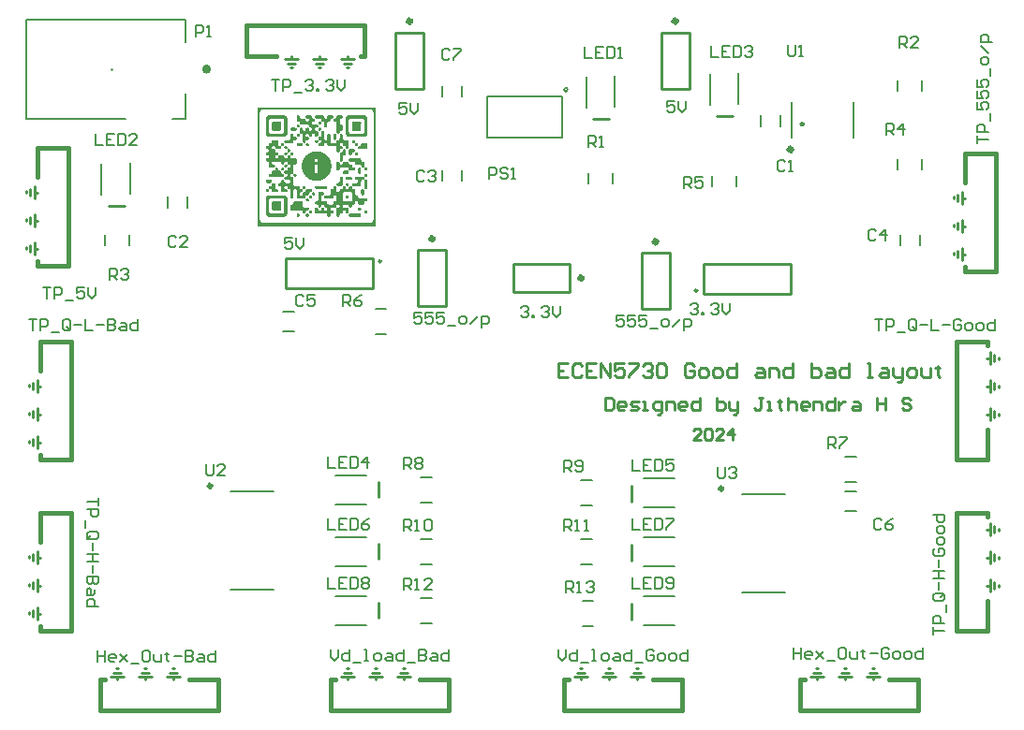
<source format=gbr>
G04*
G04 #@! TF.GenerationSoftware,Altium Limited,Altium Designer,24.1.2 (44)*
G04*
G04 Layer_Color=65535*
%FSLAX44Y44*%
%MOMM*%
G71*
G04*
G04 #@! TF.SameCoordinates,D001C995-844A-49CF-98A3-68F74957D7C1*
G04*
G04*
G04 #@! TF.FilePolarity,Positive*
G04*
G01*
G75*
%ADD10C,0.5080*%
%ADD11C,0.2540*%
%ADD12C,0.1524*%
%ADD13C,0.4000*%
%ADD14C,0.3000*%
%ADD15C,0.3810*%
%ADD16C,0.1270*%
%ADD17C,0.2000*%
G36*
X320040Y441960D02*
X213360D01*
Y549526D01*
X320040D01*
Y441960D01*
D02*
G37*
%LPC*%
G36*
X314721Y547711D02*
X218510D01*
Y547669D01*
X218215D01*
Y547627D01*
X218046D01*
Y547585D01*
X217877D01*
Y547542D01*
X217750D01*
Y547500D01*
X217624D01*
Y547458D01*
X217539D01*
Y547416D01*
X217413D01*
Y547374D01*
X217328D01*
Y547331D01*
X217244D01*
Y547289D01*
X217159D01*
Y547247D01*
X217075D01*
Y547205D01*
X217033D01*
Y547162D01*
X216948D01*
Y547120D01*
X216864D01*
Y547078D01*
X216822D01*
Y547036D01*
X216737D01*
Y546994D01*
X216695D01*
Y546951D01*
X216611D01*
Y546909D01*
X216568D01*
Y546867D01*
X216526D01*
Y546825D01*
X216484D01*
Y546782D01*
X216442D01*
Y546740D01*
X216400D01*
Y546698D01*
X216357D01*
Y546656D01*
X216315D01*
Y546614D01*
X216273D01*
Y546571D01*
X216231D01*
Y546529D01*
X216189D01*
Y546487D01*
X216146D01*
Y546445D01*
X216104D01*
Y546403D01*
X216062D01*
Y546360D01*
X216020D01*
Y546318D01*
X215977D01*
Y546276D01*
X215935D01*
Y546191D01*
X215893D01*
Y546149D01*
X215851D01*
Y546107D01*
X215809D01*
Y546023D01*
X215766D01*
Y545938D01*
X215724D01*
Y545854D01*
X215682D01*
Y545812D01*
X215640D01*
Y545727D01*
X215597D01*
Y545643D01*
X215555D01*
Y545558D01*
X215513D01*
Y545474D01*
X215471D01*
Y545347D01*
X215429D01*
Y545263D01*
X215386D01*
Y545136D01*
X215344D01*
Y545009D01*
X215302D01*
Y544841D01*
X215260D01*
Y544630D01*
X215217D01*
Y544376D01*
X215175D01*
Y448208D01*
X215217D01*
Y447955D01*
X215260D01*
Y447744D01*
X215302D01*
Y447617D01*
X215344D01*
Y447448D01*
X215386D01*
Y447364D01*
X215429D01*
Y447237D01*
X215471D01*
Y447110D01*
X215513D01*
Y447026D01*
X215555D01*
Y446941D01*
X215597D01*
Y446857D01*
X215640D01*
Y446815D01*
X215682D01*
Y446730D01*
X215724D01*
Y446646D01*
X215766D01*
Y446604D01*
X215809D01*
Y446519D01*
X215851D01*
Y446477D01*
X215893D01*
Y446393D01*
X215935D01*
Y446351D01*
X215977D01*
Y446308D01*
X216020D01*
Y446266D01*
X216062D01*
Y446182D01*
X216104D01*
Y446139D01*
X216146D01*
Y446097D01*
X216189D01*
Y446055D01*
X216231D01*
Y446013D01*
X216273D01*
Y445970D01*
X216315D01*
Y445928D01*
X216357D01*
Y445886D01*
X216400D01*
Y445844D01*
X216442D01*
Y445802D01*
X216526D01*
Y445759D01*
X216568D01*
Y445717D01*
X216611D01*
Y445675D01*
X216653D01*
Y445633D01*
X216737D01*
Y445591D01*
X216779D01*
Y445548D01*
X216822D01*
Y445506D01*
X216906D01*
Y445464D01*
X216991D01*
Y445422D01*
X217033D01*
Y445379D01*
X217117D01*
Y445337D01*
X217202D01*
Y445295D01*
X217286D01*
Y445253D01*
X217370D01*
Y445211D01*
X217455D01*
Y445168D01*
X217582D01*
Y445126D01*
X217666D01*
Y445084D01*
X217835D01*
Y445042D01*
X217919D01*
Y445000D01*
X218130D01*
Y444957D01*
X218299D01*
Y444915D01*
X218848D01*
Y444873D01*
X314383D01*
Y444915D01*
X314890D01*
Y444957D01*
X315058D01*
Y445000D01*
X315270D01*
Y445042D01*
X315396D01*
Y445084D01*
X315523D01*
Y445126D01*
X315650D01*
Y445168D01*
X315734D01*
Y445211D01*
X315818D01*
Y445253D01*
X315903D01*
Y445295D01*
X316029D01*
Y445337D01*
X316072D01*
Y445379D01*
X316156D01*
Y445422D01*
X316241D01*
Y445464D01*
X316283D01*
Y445506D01*
X316367D01*
Y445548D01*
X316409D01*
Y445591D01*
X316494D01*
Y445633D01*
X316536D01*
Y445675D01*
X316578D01*
Y445717D01*
X316621D01*
Y445759D01*
X316705D01*
Y445802D01*
X316747D01*
Y445844D01*
X316789D01*
Y445886D01*
X316832D01*
Y445928D01*
X316874D01*
Y445970D01*
X316916D01*
Y446013D01*
X316958D01*
Y446055D01*
X317000D01*
Y446097D01*
X317043D01*
Y446139D01*
X317085D01*
Y446182D01*
X317127D01*
Y446224D01*
X317169D01*
Y446308D01*
X317211D01*
Y446351D01*
X317254D01*
Y446393D01*
X317296D01*
Y446435D01*
X317338D01*
Y446519D01*
X317380D01*
Y446604D01*
X317423D01*
Y446646D01*
X317465D01*
Y446730D01*
X317507D01*
Y446773D01*
X317549D01*
Y446857D01*
X317591D01*
Y446941D01*
X317634D01*
Y447026D01*
X317676D01*
Y447110D01*
X317718D01*
Y447237D01*
X317760D01*
Y447321D01*
X317803D01*
Y447448D01*
X317845D01*
Y447575D01*
X317887D01*
Y447701D01*
X317929D01*
Y447955D01*
X317971D01*
Y448124D01*
X318014D01*
Y544461D01*
X317971D01*
Y544672D01*
X317929D01*
Y544883D01*
X317887D01*
Y545009D01*
X317845D01*
Y545136D01*
X317803D01*
Y545263D01*
X317760D01*
Y545389D01*
X317718D01*
Y545516D01*
X317676D01*
Y545558D01*
X317634D01*
Y545643D01*
X317591D01*
Y545727D01*
X317549D01*
Y545812D01*
X317507D01*
Y545896D01*
X317465D01*
Y545938D01*
X317423D01*
Y546023D01*
X317380D01*
Y546065D01*
X317338D01*
Y546149D01*
X317296D01*
Y546191D01*
X317254D01*
Y546276D01*
X317211D01*
Y546318D01*
X317169D01*
Y546360D01*
X317127D01*
Y546403D01*
X317085D01*
Y546445D01*
X317043D01*
Y546487D01*
X317000D01*
Y546571D01*
X316958D01*
Y546614D01*
X316916D01*
Y546656D01*
X316832D01*
Y546698D01*
X316789D01*
Y546740D01*
X316747D01*
Y546782D01*
X316705D01*
Y546825D01*
X316663D01*
Y546867D01*
X316621D01*
Y546909D01*
X316578D01*
Y546951D01*
X316494D01*
Y546994D01*
X316452D01*
Y547036D01*
X316367D01*
Y547078D01*
X316325D01*
Y547120D01*
X316241D01*
Y547162D01*
X316198D01*
Y547205D01*
X316114D01*
Y547247D01*
X316029D01*
Y547289D01*
X315945D01*
Y547331D01*
X315861D01*
Y547374D01*
X315776D01*
Y547416D01*
X315650D01*
Y547458D01*
X315565D01*
Y547500D01*
X315481D01*
Y547542D01*
X315312D01*
Y547585D01*
X315143D01*
Y547627D01*
X314932D01*
Y547669D01*
X314721D01*
Y547711D01*
D02*
G37*
%LPD*%
G36*
X281117Y542096D02*
X281201D01*
Y542054D01*
X281286D01*
Y542012D01*
X281370D01*
Y541970D01*
X281412D01*
Y541928D01*
X281455D01*
Y541885D01*
X281497D01*
Y541843D01*
X281539D01*
Y541801D01*
X281581D01*
Y541759D01*
X281623D01*
Y541717D01*
X281666D01*
Y541674D01*
X281708D01*
Y541632D01*
X281750D01*
Y541506D01*
X281792D01*
Y541463D01*
X281835D01*
Y541252D01*
X281877D01*
Y540323D01*
X281835D01*
Y540112D01*
X281792D01*
Y540028D01*
X281750D01*
Y539901D01*
X281708D01*
Y539859D01*
X281666D01*
Y539817D01*
X281623D01*
Y539732D01*
X281581D01*
Y539690D01*
X281539D01*
Y539648D01*
X281497D01*
Y539606D01*
X281412D01*
Y539563D01*
X281370D01*
Y539521D01*
X281286D01*
Y539479D01*
X281159D01*
Y539437D01*
X281117D01*
Y539395D01*
X280146D01*
Y539352D01*
X279977D01*
Y539310D01*
X279766D01*
Y539268D01*
X279724D01*
Y539226D01*
X279639D01*
Y539184D01*
X279555D01*
Y539141D01*
X279513D01*
Y539099D01*
X279470D01*
Y539057D01*
X279428D01*
Y539015D01*
X279386D01*
Y538973D01*
X279344D01*
Y538930D01*
X279301D01*
Y538846D01*
X279259D01*
Y538804D01*
X279217D01*
Y538677D01*
X279175D01*
Y538593D01*
X279133D01*
Y538339D01*
X279090D01*
Y537411D01*
X279048D01*
Y537326D01*
X279006D01*
Y537199D01*
X278964D01*
Y537157D01*
X278922D01*
Y537073D01*
X278879D01*
Y537031D01*
X278837D01*
Y536946D01*
X278795D01*
Y536904D01*
X278753D01*
Y536862D01*
X278710D01*
Y536819D01*
X278668D01*
Y536777D01*
X278584D01*
Y536735D01*
X278499D01*
Y536693D01*
X278457D01*
Y536651D01*
X278288D01*
Y536608D01*
X278035D01*
Y536566D01*
X277106D01*
Y536524D01*
X277022D01*
Y536482D01*
X276895D01*
Y536440D01*
X276853D01*
Y536397D01*
X276811D01*
Y536355D01*
X276726D01*
Y536313D01*
X276684D01*
Y536271D01*
X276642D01*
Y536228D01*
X276600D01*
Y536186D01*
X276558D01*
Y536102D01*
X276515D01*
Y536060D01*
X276473D01*
Y535975D01*
X276431D01*
Y535891D01*
X276389D01*
Y535764D01*
X276346D01*
Y535257D01*
X276304D01*
Y534920D01*
X276346D01*
Y532176D01*
X276304D01*
Y531880D01*
X276262D01*
Y531711D01*
X276220D01*
Y531669D01*
X276178D01*
Y531585D01*
X276135D01*
Y531500D01*
X276093D01*
Y531458D01*
X276051D01*
Y531374D01*
X276009D01*
Y531331D01*
X275966D01*
Y531289D01*
X275924D01*
Y531247D01*
X275882D01*
Y531205D01*
X275798D01*
Y531162D01*
X275755D01*
Y531120D01*
X275629D01*
Y531078D01*
X275460D01*
Y531036D01*
X274404D01*
Y531078D01*
X274193D01*
Y531120D01*
X274151D01*
Y531162D01*
X274067D01*
Y531205D01*
X273982D01*
Y531289D01*
X273898D01*
Y531331D01*
X273856D01*
Y531416D01*
X273813D01*
Y531458D01*
X273771D01*
Y531500D01*
X273729D01*
Y531585D01*
X273687D01*
Y531627D01*
X273645D01*
Y531754D01*
X273602D01*
Y531880D01*
X273560D01*
Y535553D01*
X273518D01*
Y535806D01*
X273476D01*
Y535891D01*
X273433D01*
Y536017D01*
X273391D01*
Y536060D01*
X273349D01*
Y536144D01*
X273307D01*
Y536186D01*
X273265D01*
Y536228D01*
X273222D01*
Y536271D01*
X273180D01*
Y536313D01*
X273138D01*
Y536355D01*
X273053D01*
Y536397D01*
X273011D01*
Y536440D01*
X272969D01*
Y536482D01*
X272842D01*
Y536524D01*
X272758D01*
Y536566D01*
X271787D01*
Y536608D01*
X271576D01*
Y536651D01*
X271407D01*
Y536693D01*
X271365D01*
Y536735D01*
X271280D01*
Y536777D01*
X271238D01*
Y536819D01*
X271196D01*
Y536862D01*
X271112D01*
Y536946D01*
X271069D01*
Y536988D01*
X271027D01*
Y537031D01*
X270985D01*
Y537073D01*
X270943D01*
Y537115D01*
X270900D01*
Y537242D01*
X270858D01*
Y537326D01*
X270816D01*
Y537495D01*
X270774D01*
Y538424D01*
X270732D01*
Y538593D01*
X270689D01*
Y538719D01*
X270647D01*
Y538761D01*
X270605D01*
Y538846D01*
X270563D01*
Y538930D01*
X270521D01*
Y538973D01*
X270478D01*
Y539015D01*
X270436D01*
Y539057D01*
X270394D01*
Y539099D01*
X270352D01*
Y539141D01*
X270310D01*
Y539184D01*
X270225D01*
Y539226D01*
X270183D01*
Y539268D01*
X270098D01*
Y539310D01*
X269887D01*
Y539352D01*
X269718D01*
Y539395D01*
X266003D01*
Y539437D01*
X265877D01*
Y539479D01*
X265792D01*
Y539521D01*
X265708D01*
Y539563D01*
X265666D01*
Y539606D01*
X265623D01*
Y539648D01*
X265581D01*
Y539690D01*
X265539D01*
Y539732D01*
X265497D01*
Y539775D01*
X265455D01*
Y539817D01*
X265412D01*
Y539901D01*
X265370D01*
Y539944D01*
X265328D01*
Y540070D01*
X265286D01*
Y540155D01*
X265243D01*
Y540450D01*
X265201D01*
Y541168D01*
X265243D01*
Y541421D01*
X265286D01*
Y541506D01*
X265328D01*
Y541590D01*
X265370D01*
Y541632D01*
X265412D01*
Y541717D01*
X265455D01*
Y541759D01*
X265497D01*
Y541801D01*
X265539D01*
Y541843D01*
X265581D01*
Y541885D01*
X265623D01*
Y541928D01*
X265666D01*
Y541970D01*
X265708D01*
Y542012D01*
X265792D01*
Y542054D01*
X265877D01*
Y542096D01*
X266003D01*
Y542139D01*
X272758D01*
Y542096D01*
X272885D01*
Y542054D01*
X272969D01*
Y542012D01*
X273011D01*
Y541970D01*
X273096D01*
Y541928D01*
X273138D01*
Y541885D01*
X273180D01*
Y541843D01*
X273222D01*
Y541801D01*
X273265D01*
Y541759D01*
X273307D01*
Y541717D01*
X273349D01*
Y541632D01*
X273391D01*
Y541548D01*
X273433D01*
Y541463D01*
X273476D01*
Y541379D01*
X273518D01*
Y541210D01*
X273560D01*
Y540239D01*
X273602D01*
Y540112D01*
X273645D01*
Y539986D01*
X273687D01*
Y539944D01*
X273729D01*
Y539859D01*
X273771D01*
Y539817D01*
X273813D01*
Y539775D01*
X273856D01*
Y539690D01*
X273940D01*
Y539606D01*
X274025D01*
Y539563D01*
X274067D01*
Y539521D01*
X274109D01*
Y539479D01*
X274236D01*
Y539437D01*
X274320D01*
Y539395D01*
X275544D01*
Y539437D01*
X275629D01*
Y539479D01*
X275755D01*
Y539521D01*
X275798D01*
Y539563D01*
X275882D01*
Y539606D01*
X275924D01*
Y539648D01*
X275966D01*
Y539690D01*
X276009D01*
Y539732D01*
X276051D01*
Y539775D01*
X276093D01*
Y539859D01*
X276135D01*
Y539901D01*
X276178D01*
Y540028D01*
X276220D01*
Y540070D01*
X276262D01*
Y540197D01*
X276304D01*
Y540535D01*
X276346D01*
Y540957D01*
X276304D01*
Y541125D01*
X276346D01*
Y541337D01*
X276389D01*
Y541506D01*
X276431D01*
Y541548D01*
X276473D01*
Y541632D01*
X276515D01*
Y541674D01*
X276558D01*
Y541759D01*
X276600D01*
Y541801D01*
X276642D01*
Y541843D01*
X276684D01*
Y541885D01*
X276726D01*
Y541928D01*
X276811D01*
Y541970D01*
X276853D01*
Y542012D01*
X276937D01*
Y542054D01*
X277022D01*
Y542096D01*
X277106D01*
Y542139D01*
X281117D01*
Y542096D01*
D02*
G37*
G36*
X261655D02*
X261740D01*
Y542054D01*
X261824D01*
Y542012D01*
X261908D01*
Y541970D01*
X261951D01*
Y541928D01*
X261993D01*
Y541885D01*
X262077D01*
Y541801D01*
X262162D01*
Y541717D01*
X262204D01*
Y541674D01*
X262246D01*
Y541632D01*
X262288D01*
Y541548D01*
X262331D01*
Y541463D01*
X262373D01*
Y541337D01*
X262415D01*
Y540366D01*
X262457D01*
Y540239D01*
X262500D01*
Y540028D01*
X262542D01*
Y539986D01*
X262584D01*
Y539901D01*
X262626D01*
Y539817D01*
X262668D01*
Y539775D01*
X262711D01*
Y539732D01*
X262753D01*
Y539690D01*
X262795D01*
Y539648D01*
X262837D01*
Y539606D01*
X262879D01*
Y539563D01*
X262922D01*
Y539521D01*
X263006D01*
Y539479D01*
X263133D01*
Y539437D01*
X263217D01*
Y539395D01*
X264146D01*
Y539352D01*
X264357D01*
Y539310D01*
X264526D01*
Y539268D01*
X264610D01*
Y539226D01*
X264695D01*
Y539184D01*
X264737D01*
Y539141D01*
X264779D01*
Y539099D01*
X264821D01*
Y539057D01*
X264864D01*
Y539015D01*
X264906D01*
Y538973D01*
X264948D01*
Y538930D01*
X264990D01*
Y538888D01*
X265033D01*
Y538804D01*
X265075D01*
Y538761D01*
X265117D01*
Y538635D01*
X265159D01*
Y538508D01*
X265201D01*
Y537453D01*
X265159D01*
Y537326D01*
X265117D01*
Y537199D01*
X265075D01*
Y537157D01*
X265033D01*
Y537073D01*
X264990D01*
Y537031D01*
X264948D01*
Y536988D01*
X264906D01*
Y536946D01*
X264864D01*
Y536904D01*
X264821D01*
Y536862D01*
X264779D01*
Y536819D01*
X264737D01*
Y536777D01*
X264695D01*
Y536735D01*
X264610D01*
Y536693D01*
X264568D01*
Y536651D01*
X264399D01*
Y536608D01*
X264146D01*
Y536566D01*
X263217D01*
Y536524D01*
X263133D01*
Y536482D01*
X263006D01*
Y536440D01*
X262964D01*
Y536397D01*
X262879D01*
Y536355D01*
X262837D01*
Y536313D01*
X262795D01*
Y536271D01*
X262753D01*
Y536228D01*
X262711D01*
Y536186D01*
X262668D01*
Y536144D01*
X262626D01*
Y536060D01*
X262584D01*
Y535975D01*
X262542D01*
Y535933D01*
X262500D01*
Y535764D01*
X262457D01*
Y535553D01*
X262415D01*
Y534793D01*
X262457D01*
Y534666D01*
X262500D01*
Y534498D01*
X262542D01*
Y534413D01*
X262584D01*
Y534329D01*
X262626D01*
Y534286D01*
X262668D01*
Y534202D01*
X262711D01*
Y534160D01*
X262753D01*
Y534118D01*
X262795D01*
Y534076D01*
X262837D01*
Y534033D01*
X262879D01*
Y533991D01*
X262964D01*
Y533949D01*
X263006D01*
Y533907D01*
X263133D01*
Y533864D01*
X263217D01*
Y533822D01*
X266974D01*
Y533780D01*
X267143D01*
Y533738D01*
X267312D01*
Y533695D01*
X267397D01*
Y533653D01*
X267439D01*
Y533611D01*
X267523D01*
Y533569D01*
X267565D01*
Y533527D01*
X267650D01*
Y533442D01*
X267692D01*
Y533400D01*
X267734D01*
Y533358D01*
X267777D01*
Y533316D01*
X267819D01*
Y533273D01*
X267861D01*
Y533147D01*
X267903D01*
Y533062D01*
X267945D01*
Y532893D01*
X267988D01*
Y531922D01*
X267945D01*
Y531754D01*
X267903D01*
Y531711D01*
X267861D01*
Y531585D01*
X267819D01*
Y531543D01*
X267777D01*
Y531500D01*
X267734D01*
Y531416D01*
X267692D01*
Y531374D01*
X267650D01*
Y531331D01*
X267608D01*
Y531289D01*
X267565D01*
Y531247D01*
X267523D01*
Y531205D01*
X267439D01*
Y531162D01*
X267397D01*
Y531120D01*
X267312D01*
Y531078D01*
X267143D01*
Y531036D01*
X266172D01*
Y530994D01*
X265919D01*
Y530951D01*
X265835D01*
Y530909D01*
X265750D01*
Y530867D01*
X265666D01*
Y530825D01*
X265623D01*
Y530783D01*
X265581D01*
Y530740D01*
X265539D01*
Y530698D01*
X265497D01*
Y530656D01*
X265455D01*
Y530572D01*
X265412D01*
Y530529D01*
X265370D01*
Y530487D01*
X265328D01*
Y530360D01*
X265286D01*
Y530276D01*
X265243D01*
Y530023D01*
X265201D01*
Y529305D01*
X265243D01*
Y529010D01*
X265286D01*
Y528925D01*
X265328D01*
Y528841D01*
X265370D01*
Y528798D01*
X265412D01*
Y528714D01*
X265455D01*
Y528672D01*
X265497D01*
Y528630D01*
X265539D01*
Y528587D01*
X265581D01*
Y528545D01*
X265623D01*
Y528461D01*
X265708D01*
Y528419D01*
X265750D01*
Y528376D01*
X265835D01*
Y528334D01*
X266003D01*
Y528292D01*
X266130D01*
Y528250D01*
X267143D01*
Y528207D01*
X267228D01*
Y528165D01*
X267397D01*
Y528123D01*
X267439D01*
Y528081D01*
X267481D01*
Y528039D01*
X267565D01*
Y527996D01*
X267608D01*
Y527954D01*
X267650D01*
Y527912D01*
X267692D01*
Y527870D01*
X267734D01*
Y527827D01*
X267777D01*
Y527743D01*
X267819D01*
Y527701D01*
X267861D01*
Y527616D01*
X267903D01*
Y527490D01*
X267945D01*
Y527363D01*
X267988D01*
Y523564D01*
X267945D01*
Y523437D01*
X267903D01*
Y523353D01*
X267861D01*
Y523268D01*
X267819D01*
Y523184D01*
X267777D01*
Y523142D01*
X267734D01*
Y523057D01*
X267692D01*
Y523015D01*
X267650D01*
Y522973D01*
X267565D01*
Y522888D01*
X267481D01*
Y522846D01*
X267439D01*
Y522804D01*
X267354D01*
Y522761D01*
X267185D01*
Y522719D01*
X267059D01*
Y522677D01*
X266130D01*
Y522719D01*
X266003D01*
Y522761D01*
X265835D01*
Y522804D01*
X265750D01*
Y522846D01*
X265708D01*
Y522888D01*
X265666D01*
Y522930D01*
X265623D01*
Y522973D01*
X265539D01*
Y523057D01*
X265497D01*
Y523099D01*
X265455D01*
Y523142D01*
X265412D01*
Y523184D01*
X265370D01*
Y523268D01*
X265328D01*
Y523395D01*
X265286D01*
Y523437D01*
X265243D01*
Y523690D01*
X265201D01*
Y524577D01*
X265159D01*
Y524746D01*
X265117D01*
Y524830D01*
X265075D01*
Y524915D01*
X265033D01*
Y524999D01*
X264990D01*
Y525041D01*
X264948D01*
Y525083D01*
X264906D01*
Y525126D01*
X264864D01*
Y525168D01*
X264821D01*
Y525210D01*
X264779D01*
Y525252D01*
X264737D01*
Y525294D01*
X264653D01*
Y525337D01*
X264568D01*
Y525379D01*
X264526D01*
Y525421D01*
X264230D01*
Y525463D01*
X263386D01*
Y525421D01*
X263133D01*
Y525379D01*
X263048D01*
Y525337D01*
X262964D01*
Y525294D01*
X262922D01*
Y525252D01*
X262837D01*
Y525210D01*
X262795D01*
Y525168D01*
X262753D01*
Y525126D01*
X262711D01*
Y525041D01*
X262668D01*
Y524999D01*
X262626D01*
Y524957D01*
X262584D01*
Y524872D01*
X262542D01*
Y524830D01*
X262500D01*
Y524619D01*
X262457D01*
Y524450D01*
X262415D01*
Y523521D01*
X262373D01*
Y523395D01*
X262331D01*
Y523310D01*
X262288D01*
Y523226D01*
X262246D01*
Y523184D01*
X262204D01*
Y523099D01*
X262162D01*
Y523057D01*
X262120D01*
Y523015D01*
X262077D01*
Y522973D01*
X262035D01*
Y522930D01*
X261993D01*
Y522888D01*
X261908D01*
Y522846D01*
X261866D01*
Y522804D01*
X261782D01*
Y522761D01*
X261655D01*
Y522719D01*
X261528D01*
Y522677D01*
X260600D01*
Y522719D01*
X260389D01*
Y522761D01*
X260304D01*
Y522804D01*
X260220D01*
Y522846D01*
X260178D01*
Y522888D01*
X260093D01*
Y522930D01*
X260051D01*
Y522973D01*
X260009D01*
Y523015D01*
X259967D01*
Y523057D01*
X259924D01*
Y523099D01*
X259882D01*
Y523142D01*
X259840D01*
Y523226D01*
X259798D01*
Y523268D01*
X259755D01*
Y523437D01*
X259713D01*
Y523479D01*
X259671D01*
Y524408D01*
X259629D01*
Y524619D01*
X259587D01*
Y524788D01*
X259544D01*
Y524872D01*
X259502D01*
Y524915D01*
X259460D01*
Y524999D01*
X259418D01*
Y525041D01*
X259375D01*
Y525083D01*
X259333D01*
Y525126D01*
X259291D01*
Y525210D01*
X259249D01*
Y525252D01*
X259164D01*
Y525294D01*
X259122D01*
Y525337D01*
X259038D01*
Y525379D01*
X258953D01*
Y525421D01*
X258742D01*
Y525463D01*
X257813D01*
Y525421D01*
X257560D01*
Y525379D01*
X257476D01*
Y525337D01*
X257391D01*
Y525294D01*
X257349D01*
Y525252D01*
X257307D01*
Y525210D01*
X257265D01*
Y525168D01*
X257222D01*
Y525126D01*
X257180D01*
Y525083D01*
X257138D01*
Y525041D01*
X257096D01*
Y524999D01*
X257054D01*
Y524915D01*
X257011D01*
Y524830D01*
X256969D01*
Y524788D01*
X256927D01*
Y524535D01*
X256885D01*
Y523564D01*
X256927D01*
Y523353D01*
X256969D01*
Y523310D01*
X257011D01*
Y523226D01*
X257054D01*
Y523184D01*
X257096D01*
Y523099D01*
X257138D01*
Y523057D01*
X257180D01*
Y523015D01*
X257222D01*
Y522973D01*
X257265D01*
Y522930D01*
X257307D01*
Y522888D01*
X257391D01*
Y522846D01*
X257434D01*
Y522804D01*
X257518D01*
Y522761D01*
X257645D01*
Y522719D01*
X257813D01*
Y522677D01*
X258827D01*
Y522635D01*
X258911D01*
Y522593D01*
X259038D01*
Y522551D01*
X259122D01*
Y522508D01*
X259207D01*
Y522466D01*
X259249D01*
Y522424D01*
X259291D01*
Y522382D01*
X259333D01*
Y522339D01*
X259375D01*
Y522297D01*
X259418D01*
Y522255D01*
X259460D01*
Y522170D01*
X259502D01*
Y522128D01*
X259544D01*
Y522002D01*
X259587D01*
Y521917D01*
X259629D01*
Y521748D01*
X259671D01*
Y520946D01*
X259629D01*
Y520777D01*
X259587D01*
Y520651D01*
X259544D01*
Y520524D01*
X259502D01*
Y520482D01*
X259460D01*
Y520397D01*
X259418D01*
Y520355D01*
X259375D01*
Y520313D01*
X259333D01*
Y520229D01*
X259249D01*
Y520144D01*
X259164D01*
Y520102D01*
X259122D01*
Y520060D01*
X259038D01*
Y520018D01*
X258953D01*
Y519975D01*
X258785D01*
Y519933D01*
X257856D01*
Y519891D01*
X257687D01*
Y519849D01*
X257518D01*
Y519806D01*
X257434D01*
Y519764D01*
X257349D01*
Y519722D01*
X257307D01*
Y519680D01*
X257265D01*
Y519638D01*
X257222D01*
Y519595D01*
X257180D01*
Y519553D01*
X257138D01*
Y519511D01*
X257096D01*
Y519426D01*
X257054D01*
Y519384D01*
X257011D01*
Y519300D01*
X256969D01*
Y519258D01*
X256927D01*
Y519004D01*
X256885D01*
Y518202D01*
X256842D01*
Y517907D01*
X256800D01*
Y517822D01*
X256758D01*
Y517738D01*
X256716D01*
Y517653D01*
X256674D01*
Y517611D01*
X256632D01*
Y517527D01*
X256589D01*
Y517485D01*
X256547D01*
Y517442D01*
X256505D01*
Y517400D01*
X256420D01*
Y517358D01*
X256378D01*
Y517316D01*
X256336D01*
Y517273D01*
X256294D01*
Y517231D01*
X256125D01*
Y517189D01*
X255956D01*
Y517147D01*
X254985D01*
Y517189D01*
X254816D01*
Y517231D01*
X254690D01*
Y517273D01*
X254647D01*
Y517316D01*
X254563D01*
Y517358D01*
X254521D01*
Y517400D01*
X254478D01*
Y517442D01*
X254436D01*
Y517485D01*
X254394D01*
Y517527D01*
X254352D01*
Y517569D01*
X254310D01*
Y517653D01*
X254267D01*
Y517696D01*
X254225D01*
Y517738D01*
X254183D01*
Y517864D01*
X254141D01*
Y517949D01*
X254098D01*
Y524535D01*
X254056D01*
Y524703D01*
X254014D01*
Y524830D01*
X253972D01*
Y524915D01*
X253930D01*
Y524957D01*
X253887D01*
Y525041D01*
X253845D01*
Y525083D01*
X253803D01*
Y525126D01*
X253761D01*
Y525168D01*
X253719D01*
Y525210D01*
X253676D01*
Y525252D01*
X253634D01*
Y525294D01*
X253550D01*
Y525337D01*
X253465D01*
Y525379D01*
X253423D01*
Y525421D01*
X253127D01*
Y525463D01*
X252283D01*
Y525506D01*
X252072D01*
Y525548D01*
X251945D01*
Y525590D01*
X251903D01*
Y525632D01*
X251819D01*
Y525675D01*
X251777D01*
Y525717D01*
X251692D01*
Y525759D01*
X251650D01*
Y525801D01*
X251608D01*
Y525843D01*
X251565D01*
Y525928D01*
X251523D01*
Y525970D01*
X251481D01*
Y526012D01*
X251439D01*
Y526139D01*
X251397D01*
Y526181D01*
X251355D01*
Y526434D01*
X251312D01*
Y530065D01*
X251355D01*
Y530318D01*
X251397D01*
Y530403D01*
X251439D01*
Y530487D01*
X251481D01*
Y530529D01*
X251523D01*
Y530614D01*
X251565D01*
Y530656D01*
X251608D01*
Y530698D01*
X251650D01*
Y530740D01*
X251692D01*
Y530783D01*
X251734D01*
Y530825D01*
X251777D01*
Y530867D01*
X251861D01*
Y530909D01*
X251945D01*
Y530951D01*
X251988D01*
Y530994D01*
X252241D01*
Y531036D01*
X253127D01*
Y530994D01*
X253381D01*
Y530951D01*
X253465D01*
Y530909D01*
X253550D01*
Y530867D01*
X253634D01*
Y530825D01*
X253676D01*
Y530783D01*
X253719D01*
Y530740D01*
X253761D01*
Y530698D01*
X253803D01*
Y530656D01*
X253845D01*
Y530614D01*
X253887D01*
Y530529D01*
X253930D01*
Y530487D01*
X253972D01*
Y530403D01*
X254014D01*
Y530276D01*
X254056D01*
Y530149D01*
X254098D01*
Y529136D01*
X254141D01*
Y529010D01*
X254183D01*
Y528883D01*
X254225D01*
Y528841D01*
X254267D01*
Y528756D01*
X254310D01*
Y528672D01*
X254352D01*
Y528630D01*
X254394D01*
Y528587D01*
X254436D01*
Y528545D01*
X254478D01*
Y528503D01*
X254521D01*
Y528461D01*
X254605D01*
Y528419D01*
X254647D01*
Y528376D01*
X254732D01*
Y528334D01*
X254858D01*
Y528292D01*
X254985D01*
Y528250D01*
X255956D01*
Y528292D01*
X256083D01*
Y528334D01*
X256209D01*
Y528376D01*
X256294D01*
Y528419D01*
X256336D01*
Y528461D01*
X256420D01*
Y528503D01*
X256463D01*
Y528545D01*
X256505D01*
Y528587D01*
X256547D01*
Y528630D01*
X256589D01*
Y528672D01*
X256632D01*
Y528714D01*
X256674D01*
Y528756D01*
X256716D01*
Y528883D01*
X256758D01*
Y528925D01*
X256800D01*
Y529010D01*
X256842D01*
Y529305D01*
X256885D01*
Y530149D01*
X256927D01*
Y530360D01*
X256969D01*
Y530403D01*
X257011D01*
Y530487D01*
X257054D01*
Y530572D01*
X257096D01*
Y530614D01*
X257138D01*
Y530656D01*
X257180D01*
Y530698D01*
X257222D01*
Y530740D01*
X257265D01*
Y530783D01*
X257307D01*
Y530825D01*
X257349D01*
Y530867D01*
X257391D01*
Y530909D01*
X257476D01*
Y530951D01*
X257560D01*
Y530994D01*
X257856D01*
Y531036D01*
X258742D01*
Y530994D01*
X258953D01*
Y530951D01*
X259038D01*
Y530909D01*
X259122D01*
Y530867D01*
X259164D01*
Y530825D01*
X259207D01*
Y530783D01*
X259249D01*
Y530740D01*
X259291D01*
Y530698D01*
X259333D01*
Y530656D01*
X259375D01*
Y530614D01*
X259418D01*
Y530572D01*
X259460D01*
Y530487D01*
X259502D01*
Y530445D01*
X259544D01*
Y530360D01*
X259587D01*
Y530234D01*
X259629D01*
Y529981D01*
X259671D01*
Y529052D01*
X259713D01*
Y528967D01*
X259755D01*
Y528841D01*
X259798D01*
Y528798D01*
X259840D01*
Y528756D01*
X259882D01*
Y528672D01*
X259924D01*
Y528630D01*
X259967D01*
Y528587D01*
X260009D01*
Y528545D01*
X260051D01*
Y528503D01*
X260093D01*
Y528461D01*
X260135D01*
Y528419D01*
X260220D01*
Y528376D01*
X260304D01*
Y528334D01*
X260389D01*
Y528292D01*
X260600D01*
Y528250D01*
X261528D01*
Y528292D01*
X261655D01*
Y528334D01*
X261782D01*
Y528376D01*
X261866D01*
Y528419D01*
X261908D01*
Y528461D01*
X261993D01*
Y528503D01*
X262035D01*
Y528545D01*
X262077D01*
Y528587D01*
X262120D01*
Y528630D01*
X262162D01*
Y528672D01*
X262204D01*
Y528756D01*
X262246D01*
Y528798D01*
X262288D01*
Y528883D01*
X262331D01*
Y528967D01*
X262373D01*
Y529094D01*
X262415D01*
Y530192D01*
X262373D01*
Y530360D01*
X262331D01*
Y530403D01*
X262288D01*
Y530487D01*
X262246D01*
Y530572D01*
X262204D01*
Y530614D01*
X262162D01*
Y530656D01*
X262120D01*
Y530698D01*
X262077D01*
Y530783D01*
X261993D01*
Y530825D01*
X261951D01*
Y530867D01*
X261908D01*
Y530909D01*
X261824D01*
Y530951D01*
X261740D01*
Y530994D01*
X261486D01*
Y531036D01*
X260515D01*
Y531078D01*
X260304D01*
Y531120D01*
X260262D01*
Y531162D01*
X260178D01*
Y531205D01*
X260093D01*
Y531247D01*
X260051D01*
Y531289D01*
X260009D01*
Y531331D01*
X259967D01*
Y531374D01*
X259924D01*
Y531416D01*
X259882D01*
Y531500D01*
X259840D01*
Y531585D01*
X259798D01*
Y531627D01*
X259755D01*
Y531754D01*
X259713D01*
Y531838D01*
X259671D01*
Y532767D01*
X259629D01*
Y532978D01*
X259587D01*
Y533105D01*
X259544D01*
Y533189D01*
X259502D01*
Y533273D01*
X259460D01*
Y533358D01*
X259418D01*
Y533400D01*
X259375D01*
Y533442D01*
X259333D01*
Y533484D01*
X259291D01*
Y533527D01*
X259249D01*
Y533569D01*
X259207D01*
Y533611D01*
X259122D01*
Y533653D01*
X259038D01*
Y533695D01*
X258996D01*
Y533738D01*
X258827D01*
Y533780D01*
X258573D01*
Y533822D01*
X252072D01*
Y533864D01*
X252030D01*
Y533907D01*
X251903D01*
Y533949D01*
X251819D01*
Y533991D01*
X251777D01*
Y534033D01*
X251734D01*
Y534076D01*
X251692D01*
Y534118D01*
X251608D01*
Y534160D01*
X251565D01*
Y534244D01*
X251523D01*
Y534286D01*
X251481D01*
Y534371D01*
X251439D01*
Y534498D01*
X251397D01*
Y534540D01*
X251355D01*
Y534793D01*
X251312D01*
Y535680D01*
X251270D01*
Y535849D01*
X251228D01*
Y535933D01*
X251186D01*
Y536017D01*
X251143D01*
Y536102D01*
X251101D01*
Y536144D01*
X251059D01*
Y536186D01*
X251017D01*
Y536228D01*
X250975D01*
Y536271D01*
X250932D01*
Y536313D01*
X250890D01*
Y536355D01*
X250848D01*
Y536397D01*
X250806D01*
Y536440D01*
X250721D01*
Y536482D01*
X250637D01*
Y536524D01*
X250552D01*
Y536566D01*
X249624D01*
Y536608D01*
X249370D01*
Y536651D01*
X249201D01*
Y536693D01*
X249117D01*
Y536735D01*
X249033D01*
Y536777D01*
X248990D01*
Y536819D01*
X248948D01*
Y536862D01*
X248906D01*
Y536904D01*
X248864D01*
Y536946D01*
X248822D01*
Y536988D01*
X248779D01*
Y537031D01*
X248737D01*
Y537115D01*
X248695D01*
Y537157D01*
X248653D01*
Y537242D01*
X248610D01*
Y537368D01*
X248568D01*
Y537537D01*
X248526D01*
Y541252D01*
X248568D01*
Y541379D01*
X248610D01*
Y541506D01*
X248653D01*
Y541548D01*
X248695D01*
Y541632D01*
X248737D01*
Y541717D01*
X248779D01*
Y541759D01*
X248822D01*
Y541801D01*
X248864D01*
Y541843D01*
X248906D01*
Y541885D01*
X248948D01*
Y541928D01*
X248990D01*
Y541970D01*
X249033D01*
Y542012D01*
X249117D01*
Y542054D01*
X249201D01*
Y542096D01*
X249328D01*
Y542139D01*
X250468D01*
Y542096D01*
X250637D01*
Y542054D01*
X250721D01*
Y542012D01*
X250806D01*
Y541970D01*
X250848D01*
Y541928D01*
X250890D01*
Y541885D01*
X250932D01*
Y541843D01*
X250975D01*
Y541801D01*
X251017D01*
Y541759D01*
X251059D01*
Y541717D01*
X251101D01*
Y541674D01*
X251143D01*
Y541590D01*
X251186D01*
Y541506D01*
X251228D01*
Y541421D01*
X251270D01*
Y541252D01*
X251312D01*
Y540408D01*
X251355D01*
Y540112D01*
X251397D01*
Y540070D01*
X251439D01*
Y539944D01*
X251481D01*
Y539859D01*
X251523D01*
Y539817D01*
X251565D01*
Y539775D01*
X251608D01*
Y539732D01*
X251650D01*
Y539690D01*
X251692D01*
Y539648D01*
X251734D01*
Y539606D01*
X251777D01*
Y539563D01*
X251819D01*
Y539521D01*
X251903D01*
Y539479D01*
X251988D01*
Y539437D01*
X252072D01*
Y539395D01*
X255829D01*
Y539352D01*
X255998D01*
Y539310D01*
X256209D01*
Y539268D01*
X256294D01*
Y539226D01*
X256378D01*
Y539184D01*
X256420D01*
Y539141D01*
X256463D01*
Y539099D01*
X256505D01*
Y539057D01*
X256547D01*
Y539015D01*
X256589D01*
Y538973D01*
X256632D01*
Y538888D01*
X256674D01*
Y538846D01*
X256716D01*
Y538761D01*
X256758D01*
Y538719D01*
X256800D01*
Y538593D01*
X256842D01*
Y538297D01*
X256885D01*
Y537453D01*
X256927D01*
Y537284D01*
X256969D01*
Y537199D01*
X257011D01*
Y537157D01*
X257054D01*
Y537073D01*
X257096D01*
Y536988D01*
X257138D01*
Y536946D01*
X257222D01*
Y536862D01*
X257307D01*
Y536819D01*
X257349D01*
Y536777D01*
X257391D01*
Y536735D01*
X257476D01*
Y536693D01*
X257518D01*
Y536651D01*
X257729D01*
Y536608D01*
X257940D01*
Y536566D01*
X258573D01*
Y536608D01*
X258827D01*
Y536651D01*
X258996D01*
Y536693D01*
X259080D01*
Y536735D01*
X259122D01*
Y536777D01*
X259207D01*
Y536819D01*
X259249D01*
Y536862D01*
X259291D01*
Y536904D01*
X259333D01*
Y536946D01*
X259375D01*
Y537031D01*
X259418D01*
Y537073D01*
X259460D01*
Y537115D01*
X259502D01*
Y537199D01*
X259544D01*
Y537326D01*
X259587D01*
Y537411D01*
X259629D01*
Y537622D01*
X259671D01*
Y538339D01*
X259629D01*
Y538550D01*
X259587D01*
Y538677D01*
X259544D01*
Y538804D01*
X259502D01*
Y538846D01*
X259460D01*
Y538930D01*
X259418D01*
Y538973D01*
X259375D01*
Y539015D01*
X259333D01*
Y539057D01*
X259291D01*
Y539099D01*
X259249D01*
Y539141D01*
X259207D01*
Y539184D01*
X259122D01*
Y539226D01*
X259080D01*
Y539268D01*
X258996D01*
Y539310D01*
X258827D01*
Y539352D01*
X258573D01*
Y539395D01*
X257645D01*
Y539437D01*
X257560D01*
Y539479D01*
X257434D01*
Y539521D01*
X257391D01*
Y539563D01*
X257349D01*
Y539606D01*
X257265D01*
Y539648D01*
X257222D01*
Y539690D01*
X257180D01*
Y539732D01*
X257138D01*
Y539817D01*
X257096D01*
Y539859D01*
X257054D01*
Y539901D01*
X257011D01*
Y540028D01*
X256969D01*
Y540070D01*
X256927D01*
Y540281D01*
X256885D01*
Y540619D01*
X256842D01*
Y540703D01*
X256885D01*
Y541252D01*
X256927D01*
Y541463D01*
X256969D01*
Y541548D01*
X257011D01*
Y541632D01*
X257054D01*
Y541674D01*
X257096D01*
Y541717D01*
X257138D01*
Y541801D01*
X257180D01*
Y541843D01*
X257222D01*
Y541885D01*
X257265D01*
Y541928D01*
X257349D01*
Y541970D01*
X257391D01*
Y542012D01*
X257476D01*
Y542054D01*
X257560D01*
Y542096D01*
X257645D01*
Y542139D01*
X261655D01*
Y542096D01*
D02*
G37*
G36*
X270014Y536524D02*
X270098D01*
Y536482D01*
X270183D01*
Y536440D01*
X270267D01*
Y536397D01*
X270310D01*
Y536355D01*
X270352D01*
Y536313D01*
X270394D01*
Y536271D01*
X270436D01*
Y536228D01*
X270478D01*
Y536186D01*
X270521D01*
Y536144D01*
X270563D01*
Y536102D01*
X270605D01*
Y535975D01*
X270647D01*
Y535933D01*
X270689D01*
Y535806D01*
X270732D01*
Y535680D01*
X270774D01*
Y534751D01*
X270732D01*
Y534624D01*
X270689D01*
Y534455D01*
X270647D01*
Y534413D01*
X270605D01*
Y534286D01*
X270563D01*
Y534244D01*
X270521D01*
Y534202D01*
X270478D01*
Y534118D01*
X270394D01*
Y534076D01*
X270352D01*
Y534033D01*
X270310D01*
Y533991D01*
X270267D01*
Y533949D01*
X270183D01*
Y533907D01*
X270056D01*
Y533864D01*
X269972D01*
Y533822D01*
X268790D01*
Y533864D01*
X268663D01*
Y533907D01*
X268579D01*
Y533949D01*
X268494D01*
Y533991D01*
X268452D01*
Y534033D01*
X268410D01*
Y534076D01*
X268368D01*
Y534118D01*
X268325D01*
Y534160D01*
X268283D01*
Y534202D01*
X268241D01*
Y534244D01*
X268199D01*
Y534286D01*
X268157D01*
Y534413D01*
X268114D01*
Y534455D01*
X268072D01*
Y534582D01*
X268030D01*
Y534709D01*
X267988D01*
Y534793D01*
Y534835D01*
Y535722D01*
X268030D01*
Y535806D01*
X268072D01*
Y535975D01*
X268114D01*
Y536017D01*
X268157D01*
Y536102D01*
X268199D01*
Y536144D01*
X268241D01*
Y536186D01*
X268283D01*
Y536271D01*
X268368D01*
Y536313D01*
X268410D01*
Y536355D01*
X268452D01*
Y536397D01*
X268494D01*
Y536440D01*
X268579D01*
Y536482D01*
X268663D01*
Y536524D01*
X268748D01*
Y536566D01*
X270014D01*
Y536524D01*
D02*
G37*
G36*
X250299Y533780D02*
X250426D01*
Y533738D01*
X250637D01*
Y533695D01*
X250721D01*
Y533653D01*
X250806D01*
Y533611D01*
X250848D01*
Y533569D01*
X250890D01*
Y533527D01*
X250932D01*
Y533484D01*
X250975D01*
Y533442D01*
X251017D01*
Y533400D01*
X251059D01*
Y533358D01*
X251101D01*
Y533316D01*
X251143D01*
Y533231D01*
X251186D01*
Y533147D01*
X251228D01*
Y533062D01*
X251270D01*
Y532851D01*
X251312D01*
Y531965D01*
X251270D01*
Y531754D01*
X251228D01*
Y531669D01*
X251186D01*
Y531627D01*
X251143D01*
Y531543D01*
X251101D01*
Y531500D01*
X251059D01*
Y531416D01*
X251017D01*
Y531374D01*
X250975D01*
Y531331D01*
X250932D01*
Y531289D01*
X250890D01*
Y531247D01*
X250848D01*
Y531205D01*
X250806D01*
Y531162D01*
X250721D01*
Y531120D01*
X250637D01*
Y531078D01*
X250468D01*
Y531036D01*
X249370D01*
Y531078D01*
X249201D01*
Y531120D01*
X249117D01*
Y531162D01*
X249075D01*
Y531205D01*
X248990D01*
Y531247D01*
X248948D01*
Y531289D01*
X248906D01*
Y531331D01*
X248864D01*
Y531374D01*
X248822D01*
Y531458D01*
X248779D01*
Y531500D01*
X248737D01*
Y531543D01*
X248695D01*
Y531627D01*
X248653D01*
Y531669D01*
X248610D01*
Y531838D01*
X248568D01*
Y531922D01*
X248526D01*
Y532724D01*
Y532767D01*
Y532893D01*
X248568D01*
Y533020D01*
X248610D01*
Y533147D01*
X248653D01*
Y533231D01*
X248695D01*
Y533273D01*
X248737D01*
Y533358D01*
X248779D01*
Y533400D01*
X248822D01*
Y533442D01*
X248864D01*
Y533484D01*
X248906D01*
Y533527D01*
X248948D01*
Y533569D01*
X248990D01*
Y533611D01*
X249033D01*
Y533653D01*
X249117D01*
Y533695D01*
X249201D01*
Y533738D01*
X249370D01*
Y533780D01*
X249666D01*
Y533822D01*
X250299D01*
Y533780D01*
D02*
G37*
G36*
X269803Y530994D02*
X270098D01*
Y530951D01*
X270141D01*
Y530909D01*
X270225D01*
Y530867D01*
X270310D01*
Y530825D01*
X270352D01*
Y530783D01*
X270394D01*
Y530740D01*
X270436D01*
Y530698D01*
X270478D01*
Y530656D01*
X270521D01*
Y530572D01*
X270563D01*
Y530529D01*
X270605D01*
Y530445D01*
X270647D01*
Y530403D01*
X270689D01*
Y530276D01*
X270732D01*
Y530107D01*
X270774D01*
Y529221D01*
X270732D01*
Y529052D01*
X270689D01*
Y528925D01*
X270647D01*
Y528841D01*
X270605D01*
Y528756D01*
X270563D01*
Y528714D01*
X270521D01*
Y528672D01*
X270478D01*
Y528587D01*
X270436D01*
Y528545D01*
X270352D01*
Y528461D01*
X270267D01*
Y528419D01*
X270225D01*
Y528376D01*
X270098D01*
Y528334D01*
X269972D01*
Y528292D01*
X269845D01*
Y528250D01*
X268874D01*
Y528292D01*
X268748D01*
Y528334D01*
X268621D01*
Y528376D01*
X268536D01*
Y528419D01*
X268494D01*
Y528461D01*
X268410D01*
Y528503D01*
X268368D01*
Y528545D01*
X268325D01*
Y528587D01*
X268283D01*
Y528672D01*
X268241D01*
Y528714D01*
X268199D01*
Y528756D01*
X268157D01*
Y528841D01*
X268114D01*
Y528883D01*
X268072D01*
Y529052D01*
X268030D01*
Y529136D01*
X267988D01*
Y530107D01*
X268030D01*
Y530276D01*
X268072D01*
Y530403D01*
X268114D01*
Y530445D01*
X268157D01*
Y530529D01*
X268199D01*
Y530572D01*
X268241D01*
Y530614D01*
X268283D01*
Y530698D01*
X268325D01*
Y530740D01*
X268368D01*
Y530783D01*
X268410D01*
Y530825D01*
X268452D01*
Y530867D01*
X268494D01*
Y530909D01*
X268621D01*
Y530951D01*
X268663D01*
Y530994D01*
X268959D01*
Y531036D01*
X269803D01*
Y530994D01*
D02*
G37*
G36*
X247597D02*
X247850D01*
Y530951D01*
X247893D01*
Y530909D01*
X247977D01*
Y530867D01*
X248062D01*
Y530825D01*
X248104D01*
Y530783D01*
X248146D01*
Y530740D01*
X248188D01*
Y530698D01*
X248230D01*
Y530656D01*
X248273D01*
Y530614D01*
X248315D01*
Y530529D01*
X248357D01*
Y530487D01*
X248399D01*
Y530403D01*
X248442D01*
Y530318D01*
X248484D01*
Y530192D01*
X248526D01*
Y529094D01*
X248484D01*
Y529010D01*
X248442D01*
Y528925D01*
X248399D01*
Y528798D01*
X248357D01*
Y528756D01*
X248315D01*
Y528714D01*
X248273D01*
Y528630D01*
X248230D01*
Y528587D01*
X248188D01*
Y528545D01*
X248146D01*
Y528503D01*
X248104D01*
Y528461D01*
X248019D01*
Y528419D01*
X247977D01*
Y528376D01*
X247893D01*
Y528334D01*
X247766D01*
Y528292D01*
X247639D01*
Y528250D01*
X243882D01*
Y528292D01*
X243756D01*
Y528334D01*
X243629D01*
Y528376D01*
X243502D01*
Y528419D01*
X243460D01*
Y528461D01*
X243418D01*
Y528503D01*
X243376D01*
Y528545D01*
X243333D01*
Y528587D01*
X243291D01*
Y528630D01*
X243249D01*
Y528672D01*
X243207D01*
Y528714D01*
X243165D01*
Y528798D01*
X243122D01*
Y528883D01*
X243080D01*
Y528925D01*
X243038D01*
Y529094D01*
X242996D01*
Y529305D01*
X242953D01*
Y530023D01*
X242996D01*
Y530192D01*
X243038D01*
Y530360D01*
X243080D01*
Y530445D01*
X243122D01*
Y530487D01*
X243165D01*
Y530572D01*
X243207D01*
Y530614D01*
X243249D01*
Y530656D01*
X243291D01*
Y530698D01*
X243333D01*
Y530783D01*
X243418D01*
Y530825D01*
X243460D01*
Y530867D01*
X243502D01*
Y530909D01*
X243629D01*
Y530951D01*
X243671D01*
Y530994D01*
X243967D01*
Y531036D01*
X247597D01*
Y530994D01*
D02*
G37*
G36*
X289391Y542096D02*
X289518D01*
Y542054D01*
X289644D01*
Y542012D01*
X289687D01*
Y541970D01*
X289729D01*
Y541928D01*
X289813D01*
Y541885D01*
X289855D01*
Y541843D01*
X289898D01*
Y541801D01*
X289940D01*
Y541759D01*
X289982D01*
Y541717D01*
X290024D01*
Y541632D01*
X290067D01*
Y541548D01*
X290109D01*
Y541506D01*
X290151D01*
Y541337D01*
X290193D01*
Y541210D01*
X290236D01*
Y540323D01*
X290193D01*
Y540239D01*
X290151D01*
Y540028D01*
X290109D01*
Y539986D01*
X290067D01*
Y539901D01*
X290024D01*
Y539817D01*
X289982D01*
Y539775D01*
X289940D01*
Y539732D01*
X289898D01*
Y539690D01*
X289855D01*
Y539648D01*
X289813D01*
Y539606D01*
X289771D01*
Y539563D01*
X289729D01*
Y539521D01*
X289644D01*
Y539479D01*
X289518D01*
Y539437D01*
X289433D01*
Y539395D01*
X288589D01*
Y539352D01*
X288293D01*
Y539310D01*
X288125D01*
Y539268D01*
X288040D01*
Y539226D01*
X287956D01*
Y539184D01*
X287914D01*
Y539141D01*
X287871D01*
Y539099D01*
X287829D01*
Y539057D01*
X287787D01*
Y539015D01*
X287745D01*
Y538973D01*
X287703D01*
Y538930D01*
X287660D01*
Y538888D01*
X287618D01*
Y538804D01*
X287576D01*
Y538761D01*
X287534D01*
Y538635D01*
X287491D01*
Y538508D01*
X287449D01*
Y534666D01*
X287491D01*
Y534540D01*
X287534D01*
Y534413D01*
X287576D01*
Y534371D01*
X287618D01*
Y534286D01*
X287660D01*
Y534244D01*
X287703D01*
Y534202D01*
X287745D01*
Y534118D01*
X287829D01*
Y534033D01*
X287914D01*
Y533991D01*
X287956D01*
Y533949D01*
X288040D01*
Y533907D01*
X288125D01*
Y533864D01*
X288251D01*
Y533822D01*
X289180D01*
Y533780D01*
X289349D01*
Y533738D01*
X289560D01*
Y533695D01*
X289644D01*
Y533653D01*
X289687D01*
Y533611D01*
X289771D01*
Y533569D01*
X289813D01*
Y533527D01*
X289855D01*
Y533484D01*
X289898D01*
Y533442D01*
X289940D01*
Y533400D01*
X289982D01*
Y533358D01*
X290024D01*
Y533273D01*
X290067D01*
Y533189D01*
X290109D01*
Y533147D01*
X290151D01*
Y532978D01*
X290193D01*
Y532851D01*
X290236D01*
Y529221D01*
X290193D01*
Y529094D01*
X290151D01*
Y528925D01*
X290109D01*
Y528883D01*
X290067D01*
Y528798D01*
X290024D01*
Y528714D01*
X289982D01*
Y528672D01*
X289940D01*
Y528587D01*
X289855D01*
Y528545D01*
X289813D01*
Y528503D01*
X289771D01*
Y528461D01*
X289729D01*
Y528419D01*
X289687D01*
Y528376D01*
X289560D01*
Y528334D01*
X289433D01*
Y528292D01*
X289307D01*
Y528250D01*
X288293D01*
Y528207D01*
X288209D01*
Y528165D01*
X288040D01*
Y528123D01*
X287998D01*
Y528081D01*
X287914D01*
Y528039D01*
X287871D01*
Y527996D01*
X287829D01*
Y527954D01*
X287787D01*
Y527912D01*
X287745D01*
Y527870D01*
X287703D01*
Y527827D01*
X287660D01*
Y527785D01*
X287618D01*
Y527701D01*
X287576D01*
Y527659D01*
X287534D01*
Y527532D01*
X287491D01*
Y527363D01*
X287449D01*
Y526519D01*
X287407D01*
Y526223D01*
X287365D01*
Y526139D01*
X287323D01*
Y526054D01*
X287280D01*
Y526012D01*
X287238D01*
Y525928D01*
X287196D01*
Y525886D01*
X287154D01*
Y525843D01*
X287111D01*
Y525759D01*
X287069D01*
Y525717D01*
X286985D01*
Y525675D01*
X286943D01*
Y525632D01*
X286858D01*
Y525590D01*
X286774D01*
Y525548D01*
X286689D01*
Y525506D01*
X286436D01*
Y525463D01*
X285718D01*
Y525506D01*
X285381D01*
Y525548D01*
X285296D01*
Y525590D01*
X285254D01*
Y525632D01*
X285170D01*
Y525675D01*
X285127D01*
Y525717D01*
X285043D01*
Y525759D01*
X285001D01*
Y525801D01*
X284958D01*
Y525843D01*
X284916D01*
Y525928D01*
X284874D01*
Y525970D01*
X284832D01*
Y526012D01*
X284790D01*
Y526139D01*
X284747D01*
Y526223D01*
X284705D01*
Y526350D01*
X284663D01*
Y528292D01*
Y528334D01*
Y535722D01*
X284621D01*
Y535806D01*
X284578D01*
Y535975D01*
X284536D01*
Y536017D01*
X284494D01*
Y536102D01*
X284452D01*
Y536144D01*
X284410D01*
Y536186D01*
X284367D01*
Y536228D01*
X284325D01*
Y536271D01*
X284283D01*
Y536313D01*
X284241D01*
Y536355D01*
X284199D01*
Y536397D01*
X284156D01*
Y536440D01*
X284072D01*
Y536482D01*
X283988D01*
Y536524D01*
X283861D01*
Y536566D01*
X282974D01*
Y536608D01*
X282721D01*
Y536651D01*
X282552D01*
Y536693D01*
X282468D01*
Y536735D01*
X282425D01*
Y536777D01*
X282341D01*
Y536819D01*
X282299D01*
Y536862D01*
X282257D01*
Y536904D01*
X282214D01*
Y536946D01*
X282172D01*
Y536988D01*
X282130D01*
Y537031D01*
X282088D01*
Y537115D01*
X282045D01*
Y537157D01*
X282003D01*
Y537242D01*
X281961D01*
Y537368D01*
X281919D01*
Y537579D01*
X281877D01*
Y538339D01*
X281919D01*
Y538593D01*
X281961D01*
Y538719D01*
X282003D01*
Y538761D01*
X282045D01*
Y538846D01*
X282088D01*
Y538930D01*
X282130D01*
Y538973D01*
X282172D01*
Y539015D01*
X282214D01*
Y539057D01*
X282257D01*
Y539099D01*
X282299D01*
Y539141D01*
X282341D01*
Y539184D01*
X282425D01*
Y539226D01*
X282468D01*
Y539268D01*
X282552D01*
Y539310D01*
X282721D01*
Y539352D01*
X282974D01*
Y539395D01*
X283903D01*
Y539437D01*
X283945D01*
Y539479D01*
X284072D01*
Y539521D01*
X284156D01*
Y539563D01*
X284199D01*
Y539606D01*
X284283D01*
Y539690D01*
X284325D01*
Y539732D01*
X284367D01*
Y539775D01*
X284410D01*
Y539817D01*
X284452D01*
Y539859D01*
X284494D01*
Y539944D01*
X284536D01*
Y540028D01*
X284578D01*
Y540155D01*
X284621D01*
Y540281D01*
X284663D01*
Y541252D01*
X284705D01*
Y541421D01*
X284747D01*
Y541506D01*
X284790D01*
Y541590D01*
X284832D01*
Y541632D01*
X284874D01*
Y541717D01*
X284916D01*
Y541759D01*
X284958D01*
Y541801D01*
X285001D01*
Y541843D01*
X285043D01*
Y541885D01*
X285085D01*
Y541928D01*
X285127D01*
Y541970D01*
X285170D01*
Y542012D01*
X285254D01*
Y542054D01*
X285338D01*
Y542096D01*
X285465D01*
Y542139D01*
X289391D01*
Y542096D01*
D02*
G37*
G36*
X309908D02*
X310119D01*
Y542054D01*
X310288D01*
Y542012D01*
X310415D01*
Y541970D01*
X310584D01*
Y541928D01*
X310710D01*
Y541885D01*
X310753D01*
Y541843D01*
X310837D01*
Y541801D01*
X310921D01*
Y541759D01*
X311006D01*
Y541717D01*
X311090D01*
Y541674D01*
X311132D01*
Y541632D01*
X311217D01*
Y541590D01*
X311259D01*
Y541548D01*
X311343D01*
Y541506D01*
X311386D01*
Y541463D01*
X311428D01*
Y541421D01*
X311512D01*
Y541337D01*
X311597D01*
Y541294D01*
X311639D01*
Y541210D01*
X311681D01*
Y541168D01*
X311723D01*
Y541125D01*
X311766D01*
Y541041D01*
X311808D01*
Y540999D01*
X311850D01*
Y540957D01*
X311892D01*
Y540914D01*
X311935D01*
Y540830D01*
X311977D01*
Y540788D01*
X312019D01*
Y540703D01*
X312061D01*
Y540619D01*
X312103D01*
Y540535D01*
X312146D01*
Y540450D01*
X312188D01*
Y540408D01*
X312230D01*
Y540281D01*
X312272D01*
Y540155D01*
X312314D01*
Y540028D01*
X312357D01*
Y539817D01*
X312399D01*
Y539606D01*
X312441D01*
Y525168D01*
X312399D01*
Y524999D01*
X312357D01*
Y524830D01*
X312314D01*
Y524703D01*
X312272D01*
Y524577D01*
X312230D01*
Y524450D01*
X312188D01*
Y524366D01*
X312146D01*
Y524281D01*
X312103D01*
Y524197D01*
X312061D01*
Y524155D01*
X312019D01*
Y524070D01*
X311977D01*
Y524028D01*
X311935D01*
Y523944D01*
X311892D01*
Y523901D01*
X311850D01*
Y523817D01*
X311808D01*
Y523775D01*
X311766D01*
Y523732D01*
X311723D01*
Y523648D01*
X311681D01*
Y523606D01*
X311639D01*
Y523564D01*
X311597D01*
Y523521D01*
X311555D01*
Y523479D01*
X311470D01*
Y523437D01*
X311428D01*
Y523395D01*
X311386D01*
Y523353D01*
X311343D01*
Y523310D01*
X311259D01*
Y523268D01*
X311217D01*
Y523226D01*
X311132D01*
Y523184D01*
X311090D01*
Y523142D01*
X311048D01*
Y523099D01*
X310921D01*
Y523057D01*
X310879D01*
Y523015D01*
X310795D01*
Y522973D01*
X310710D01*
Y522930D01*
X310626D01*
Y522888D01*
X310457D01*
Y522846D01*
X310373D01*
Y522804D01*
X310161D01*
Y522761D01*
X309950D01*
Y522719D01*
X309697D01*
Y522677D01*
X295766D01*
Y522719D01*
X295513D01*
Y522761D01*
X295259D01*
Y522804D01*
X295090D01*
Y522846D01*
X295006D01*
Y522888D01*
X294837D01*
Y522930D01*
X294753D01*
Y522973D01*
X294668D01*
Y523015D01*
X294584D01*
Y523057D01*
X294541D01*
Y523099D01*
X294415D01*
Y523142D01*
X294373D01*
Y523184D01*
X294288D01*
Y523226D01*
X294246D01*
Y523268D01*
X294204D01*
Y523310D01*
X294119D01*
Y523353D01*
X294077D01*
Y523395D01*
X294035D01*
Y523437D01*
X293993D01*
Y523479D01*
X293908D01*
Y523521D01*
X293866D01*
Y523564D01*
X293824D01*
Y523606D01*
X293782D01*
Y523690D01*
X293697D01*
Y523775D01*
X293655D01*
Y523817D01*
X293613D01*
Y523901D01*
X293570D01*
Y523944D01*
X293528D01*
Y523986D01*
X293486D01*
Y524070D01*
X293444D01*
Y524155D01*
X293402D01*
Y524239D01*
X293359D01*
Y524281D01*
X293317D01*
Y524366D01*
X293275D01*
Y524450D01*
X293233D01*
Y524535D01*
X293191D01*
Y524703D01*
X293148D01*
Y524830D01*
X293106D01*
Y524957D01*
X293064D01*
Y525210D01*
X293022D01*
Y525506D01*
X292980D01*
Y539395D01*
X293022D01*
Y539606D01*
X293064D01*
Y539859D01*
X293106D01*
Y540070D01*
X293148D01*
Y540155D01*
X293191D01*
Y540323D01*
X293233D01*
Y540408D01*
X293275D01*
Y540492D01*
X293317D01*
Y540577D01*
X293359D01*
Y540619D01*
X293402D01*
Y540703D01*
X293444D01*
Y540788D01*
X293486D01*
Y540830D01*
X293528D01*
Y540914D01*
X293570D01*
Y540957D01*
X293613D01*
Y541041D01*
X293655D01*
Y541083D01*
X293697D01*
Y541125D01*
X293739D01*
Y541168D01*
X293782D01*
Y541252D01*
X293824D01*
Y541294D01*
X293866D01*
Y541337D01*
X293908D01*
Y541379D01*
X293951D01*
Y541421D01*
X294035D01*
Y541463D01*
X294077D01*
Y541506D01*
X294119D01*
Y541548D01*
X294204D01*
Y541590D01*
X294246D01*
Y541632D01*
X294330D01*
Y541674D01*
X294373D01*
Y541717D01*
X294457D01*
Y541759D01*
X294541D01*
Y541801D01*
X294626D01*
Y541843D01*
X294710D01*
Y541885D01*
X294753D01*
Y541928D01*
X294921D01*
Y541970D01*
X295006D01*
Y542012D01*
X295175D01*
Y542054D01*
X295344D01*
Y542096D01*
X295513D01*
Y542139D01*
X309908D01*
Y542096D01*
D02*
G37*
G36*
X250383Y525421D02*
X250637D01*
Y525379D01*
X250679D01*
Y525337D01*
X250763D01*
Y525294D01*
X250848D01*
Y525252D01*
X250890D01*
Y525210D01*
X250932D01*
Y525168D01*
X250975D01*
Y525126D01*
X251017D01*
Y525083D01*
X251059D01*
Y524999D01*
X251101D01*
Y524957D01*
X251143D01*
Y524915D01*
X251186D01*
Y524830D01*
X251228D01*
Y524746D01*
X251270D01*
Y524492D01*
X251312D01*
Y523606D01*
X251270D01*
Y523437D01*
X251228D01*
Y523310D01*
X251186D01*
Y523268D01*
X251143D01*
Y523184D01*
X251101D01*
Y523142D01*
X251059D01*
Y523057D01*
X251017D01*
Y523015D01*
X250975D01*
Y522973D01*
X250890D01*
Y522888D01*
X250806D01*
Y522846D01*
X250763D01*
Y522804D01*
X250679D01*
Y522761D01*
X250552D01*
Y522719D01*
X250383D01*
Y522677D01*
X249455D01*
Y522719D01*
X249328D01*
Y522761D01*
X249201D01*
Y522804D01*
X249075D01*
Y522846D01*
X249033D01*
Y522888D01*
X248990D01*
Y522930D01*
X248948D01*
Y522973D01*
X248864D01*
Y523015D01*
X248822D01*
Y523099D01*
X248779D01*
Y523142D01*
X248737D01*
Y523226D01*
X248695D01*
Y523268D01*
X248653D01*
Y523353D01*
X248610D01*
Y523479D01*
X248568D01*
Y523606D01*
X248526D01*
Y524535D01*
X248568D01*
Y524661D01*
X248610D01*
Y524830D01*
X248653D01*
Y524872D01*
X248695D01*
Y524957D01*
X248737D01*
Y524999D01*
X248779D01*
Y525041D01*
X248822D01*
Y525126D01*
X248864D01*
Y525168D01*
X248906D01*
Y525210D01*
X248990D01*
Y525252D01*
X249033D01*
Y525294D01*
X249075D01*
Y525337D01*
X249159D01*
Y525379D01*
X249244D01*
Y525421D01*
X249497D01*
Y525463D01*
X250383D01*
Y525421D01*
D02*
G37*
G36*
X237677Y542096D02*
X237845D01*
Y542054D01*
X238014D01*
Y542012D01*
X238183D01*
Y541970D01*
X238310D01*
Y541928D01*
X238436D01*
Y541885D01*
X238479D01*
Y541843D01*
X238605D01*
Y541801D01*
X238647D01*
Y541759D01*
X238732D01*
Y541717D01*
X238816D01*
Y541674D01*
X238859D01*
Y541632D01*
X238943D01*
Y541590D01*
X239027D01*
Y541548D01*
X239070D01*
Y541506D01*
X239112D01*
Y541463D01*
X239154D01*
Y541421D01*
X239238D01*
Y541379D01*
X239281D01*
Y541337D01*
X239323D01*
Y541294D01*
X239365D01*
Y541252D01*
X239407D01*
Y541168D01*
X239450D01*
Y541125D01*
X239492D01*
Y541083D01*
X239534D01*
Y540999D01*
X239576D01*
Y540957D01*
X239618D01*
Y540914D01*
X239661D01*
Y540872D01*
X239703D01*
Y540788D01*
X239745D01*
Y540746D01*
X239787D01*
Y540661D01*
X239830D01*
Y540577D01*
X239872D01*
Y540492D01*
X239914D01*
Y540408D01*
X239956D01*
Y540323D01*
X239998D01*
Y540197D01*
X240041D01*
Y540070D01*
X240083D01*
Y539901D01*
X240125D01*
Y539648D01*
X240167D01*
Y539437D01*
X240209D01*
Y525421D01*
X240167D01*
Y525168D01*
X240125D01*
Y524915D01*
X240083D01*
Y524788D01*
X240041D01*
Y524703D01*
X239998D01*
Y524492D01*
X239956D01*
Y524450D01*
X239914D01*
Y524366D01*
X239872D01*
Y524281D01*
X239830D01*
Y524197D01*
X239787D01*
Y524113D01*
X239745D01*
Y524070D01*
X239703D01*
Y523986D01*
X239661D01*
Y523944D01*
X239618D01*
Y523859D01*
X239576D01*
Y523817D01*
X239534D01*
Y523775D01*
X239492D01*
Y523690D01*
X239450D01*
Y523648D01*
X239407D01*
Y523606D01*
X239365D01*
Y523564D01*
X239323D01*
Y523521D01*
X239281D01*
Y523479D01*
X239238D01*
Y523437D01*
X239196D01*
Y523395D01*
X239112D01*
Y523353D01*
X239070D01*
Y523310D01*
X238985D01*
Y523268D01*
X238943D01*
Y523226D01*
X238901D01*
Y523184D01*
X238816D01*
Y523142D01*
X238774D01*
Y523099D01*
X238690D01*
Y523057D01*
X238605D01*
Y523015D01*
X238521D01*
Y522973D01*
X238436D01*
Y522930D01*
X238394D01*
Y522888D01*
X238183D01*
Y522846D01*
X238099D01*
Y522804D01*
X237930D01*
Y522761D01*
X237677D01*
Y522719D01*
X237423D01*
Y522677D01*
X223534D01*
Y522719D01*
X223281D01*
Y522761D01*
X223027D01*
Y522804D01*
X222816D01*
Y522846D01*
X222732D01*
Y522888D01*
X222563D01*
Y522930D01*
X222479D01*
Y522973D01*
X222394D01*
Y523015D01*
X222310D01*
Y523057D01*
X222268D01*
Y523099D01*
X222183D01*
Y523142D01*
X222099D01*
Y523184D01*
X222057D01*
Y523226D01*
X221972D01*
Y523268D01*
X221930D01*
Y523310D01*
X221888D01*
Y523353D01*
X221845D01*
Y523395D01*
X221761D01*
Y523437D01*
X221719D01*
Y523479D01*
X221634D01*
Y523521D01*
X221592D01*
Y523564D01*
X221550D01*
Y523606D01*
X221508D01*
Y523648D01*
X221465D01*
Y523732D01*
X221423D01*
Y523775D01*
X221381D01*
Y523817D01*
X221339D01*
Y523901D01*
X221297D01*
Y523944D01*
X221254D01*
Y524028D01*
X221212D01*
Y524070D01*
X221170D01*
Y524155D01*
X221128D01*
Y524239D01*
X221085D01*
Y524324D01*
X221043D01*
Y524408D01*
X221001D01*
Y524450D01*
X220959D01*
Y524619D01*
X220917D01*
Y524703D01*
X220875D01*
Y524915D01*
X220832D01*
Y525041D01*
X220790D01*
Y525210D01*
X220748D01*
Y539563D01*
X220790D01*
Y539817D01*
X220832D01*
Y539986D01*
X220875D01*
Y540155D01*
X220917D01*
Y540239D01*
X220959D01*
Y540408D01*
X221001D01*
Y540450D01*
X221043D01*
Y540535D01*
X221085D01*
Y540619D01*
X221128D01*
Y540661D01*
X221170D01*
Y540746D01*
X221212D01*
Y540830D01*
X221254D01*
Y540872D01*
X221297D01*
Y540957D01*
X221339D01*
Y540999D01*
X221381D01*
Y541041D01*
X221423D01*
Y541083D01*
X221465D01*
Y541168D01*
X221508D01*
Y541210D01*
X221550D01*
Y541294D01*
X221592D01*
Y541337D01*
X221677D01*
Y541379D01*
X221719D01*
Y541421D01*
X221761D01*
Y541463D01*
X221803D01*
Y541506D01*
X221888D01*
Y541548D01*
X221930D01*
Y541590D01*
X221972D01*
Y541632D01*
X222057D01*
Y541674D01*
X222141D01*
Y541717D01*
X222225D01*
Y541759D01*
X222268D01*
Y541801D01*
X222352D01*
Y541843D01*
X222437D01*
Y541885D01*
X222479D01*
Y541928D01*
X222647D01*
Y541970D01*
X222732D01*
Y542012D01*
X222901D01*
Y542054D01*
X223070D01*
Y542096D01*
X223323D01*
Y542139D01*
X237677D01*
Y542096D01*
D02*
G37*
G36*
X283692Y525421D02*
X283988D01*
Y525379D01*
X284030D01*
Y525337D01*
X284114D01*
Y525294D01*
X284199D01*
Y525252D01*
X284241D01*
Y525210D01*
X284283D01*
Y525168D01*
X284325D01*
Y525126D01*
X284367D01*
Y525083D01*
X284410D01*
Y525041D01*
X284452D01*
Y524957D01*
X284494D01*
Y524872D01*
X284536D01*
Y524830D01*
X284578D01*
Y524703D01*
X284621D01*
Y524535D01*
X284663D01*
Y520820D01*
X284621D01*
Y520735D01*
X284578D01*
Y520566D01*
X284536D01*
Y520524D01*
X284494D01*
Y520440D01*
X284452D01*
Y520355D01*
X284410D01*
Y520313D01*
X284367D01*
Y520271D01*
X284325D01*
Y520229D01*
X284283D01*
Y520186D01*
X284241D01*
Y520144D01*
X284156D01*
Y520102D01*
X284114D01*
Y520060D01*
X284030D01*
Y520018D01*
X283945D01*
Y519975D01*
X283819D01*
Y519933D01*
X282721D01*
Y519975D01*
X282594D01*
Y520018D01*
X282510D01*
Y520060D01*
X282425D01*
Y520102D01*
X282383D01*
Y520144D01*
X282299D01*
Y520186D01*
X282257D01*
Y520229D01*
X282214D01*
Y520271D01*
X282172D01*
Y520313D01*
X282130D01*
Y520355D01*
X282088D01*
Y520440D01*
X282045D01*
Y520566D01*
X282003D01*
Y520608D01*
X281961D01*
Y520735D01*
X281919D01*
Y520862D01*
X281877D01*
Y524492D01*
X281919D01*
Y524661D01*
X281961D01*
Y524830D01*
X282003D01*
Y524872D01*
X282045D01*
Y524957D01*
X282088D01*
Y524999D01*
X282130D01*
Y525083D01*
X282172D01*
Y525126D01*
X282214D01*
Y525168D01*
X282257D01*
Y525210D01*
X282299D01*
Y525252D01*
X282341D01*
Y525294D01*
X282425D01*
Y525337D01*
X282510D01*
Y525379D01*
X282552D01*
Y525421D01*
X282848D01*
Y525463D01*
X283692D01*
Y525421D01*
D02*
G37*
G36*
X300367Y519891D02*
X300536D01*
Y519849D01*
X300705D01*
Y519806D01*
X300747D01*
Y519764D01*
X300832D01*
Y519722D01*
X300916D01*
Y519680D01*
X300958D01*
Y519638D01*
X301001D01*
Y519595D01*
X301043D01*
Y519553D01*
X301085D01*
Y519469D01*
X301127D01*
Y519426D01*
X301169D01*
Y519384D01*
X301212D01*
Y519258D01*
X301254D01*
Y519215D01*
X301296D01*
Y518920D01*
X301338D01*
Y518160D01*
X301296D01*
Y517864D01*
X301254D01*
Y517822D01*
X301212D01*
Y517696D01*
X301169D01*
Y517653D01*
X301127D01*
Y517611D01*
X301085D01*
Y517527D01*
X301043D01*
Y517485D01*
X301001D01*
Y517442D01*
X300958D01*
Y517400D01*
X300916D01*
Y517358D01*
X300874D01*
Y517316D01*
X300790D01*
Y517273D01*
X300747D01*
Y517231D01*
X300621D01*
Y517189D01*
X300452D01*
Y517147D01*
X299481D01*
Y517189D01*
X299270D01*
Y517231D01*
X299185D01*
Y517273D01*
X299101D01*
Y517316D01*
X299016D01*
Y517358D01*
X298974D01*
Y517400D01*
X298932D01*
Y517442D01*
X298890D01*
Y517485D01*
X298848D01*
Y517527D01*
X298805D01*
Y517569D01*
X298763D01*
Y517653D01*
X298721D01*
Y517738D01*
X298679D01*
Y517822D01*
X298636D01*
Y517907D01*
X298594D01*
Y518033D01*
X298552D01*
Y519004D01*
X298594D01*
Y519173D01*
X298636D01*
Y519258D01*
X298679D01*
Y519342D01*
X298721D01*
Y519426D01*
X298763D01*
Y519469D01*
X298805D01*
Y519511D01*
X298848D01*
Y519595D01*
X298890D01*
Y519638D01*
X298974D01*
Y519722D01*
X299059D01*
Y519764D01*
X299143D01*
Y519806D01*
X299185D01*
Y519849D01*
X299312D01*
Y519891D01*
X299523D01*
Y519933D01*
X300367D01*
Y519891D01*
D02*
G37*
G36*
X267017D02*
X267228D01*
Y519849D01*
X267354D01*
Y519806D01*
X267397D01*
Y519764D01*
X267481D01*
Y519722D01*
X267565D01*
Y519680D01*
X267608D01*
Y519638D01*
X267650D01*
Y519595D01*
X267692D01*
Y519553D01*
X267734D01*
Y519469D01*
X267777D01*
Y519426D01*
X267819D01*
Y519384D01*
X267861D01*
Y519258D01*
X267903D01*
Y519173D01*
X267945D01*
Y519047D01*
X267988D01*
Y518076D01*
X267945D01*
Y517864D01*
X267903D01*
Y517780D01*
X267861D01*
Y517696D01*
X267819D01*
Y517653D01*
X267777D01*
Y517569D01*
X267734D01*
Y517527D01*
X267692D01*
Y517485D01*
X267650D01*
Y517442D01*
X267608D01*
Y517400D01*
X267565D01*
Y517358D01*
X267523D01*
Y517316D01*
X267439D01*
Y517273D01*
X267397D01*
Y517231D01*
X267270D01*
Y517189D01*
X267101D01*
Y517147D01*
X266088D01*
Y517189D01*
X265961D01*
Y517231D01*
X265792D01*
Y517273D01*
X265750D01*
Y517316D01*
X265666D01*
Y517358D01*
X265623D01*
Y517400D01*
X265581D01*
Y517442D01*
X265539D01*
Y517485D01*
X265497D01*
Y517527D01*
X265455D01*
Y517569D01*
X265412D01*
Y517653D01*
X265370D01*
Y517696D01*
X265328D01*
Y517822D01*
X265286D01*
Y517907D01*
X265243D01*
Y518160D01*
X265201D01*
Y518878D01*
X265243D01*
Y519173D01*
X265286D01*
Y519258D01*
X265328D01*
Y519342D01*
X265370D01*
Y519426D01*
X265412D01*
Y519469D01*
X265455D01*
Y519511D01*
X265497D01*
Y519553D01*
X265539D01*
Y519638D01*
X265623D01*
Y519722D01*
X265708D01*
Y519764D01*
X265792D01*
Y519806D01*
X265835D01*
Y519849D01*
X266003D01*
Y519891D01*
X266130D01*
Y519933D01*
X267017D01*
Y519891D01*
D02*
G37*
G36*
X244769Y525421D02*
X245064D01*
Y525379D01*
X245107D01*
Y525337D01*
X245191D01*
Y525294D01*
X245275D01*
Y525252D01*
X245318D01*
Y525210D01*
X245360D01*
Y525168D01*
X245402D01*
Y525126D01*
X245444D01*
Y525083D01*
X245486D01*
Y525041D01*
X245529D01*
Y524999D01*
X245571D01*
Y524915D01*
X245613D01*
Y524872D01*
X245655D01*
Y524788D01*
X245697D01*
Y524619D01*
X245740D01*
Y524324D01*
X245782D01*
Y523479D01*
X245824D01*
Y523395D01*
X245866D01*
Y523268D01*
X245909D01*
Y523226D01*
X245951D01*
Y523142D01*
X245993D01*
Y523099D01*
X246035D01*
Y523057D01*
X246077D01*
Y523015D01*
X246120D01*
Y522973D01*
X246162D01*
Y522930D01*
X246204D01*
Y522888D01*
X246246D01*
Y522846D01*
X246331D01*
Y522804D01*
X246415D01*
Y522761D01*
X246542D01*
Y522719D01*
X246668D01*
Y522677D01*
X247724D01*
Y522635D01*
X247808D01*
Y522593D01*
X247935D01*
Y522551D01*
X247977D01*
Y522508D01*
X248062D01*
Y522466D01*
X248104D01*
Y522424D01*
X248188D01*
Y522382D01*
X248230D01*
Y522339D01*
X248273D01*
Y522297D01*
X248315D01*
Y522213D01*
X248357D01*
Y522170D01*
X248399D01*
Y522086D01*
X248442D01*
Y522002D01*
X248484D01*
Y521833D01*
X248526D01*
Y520777D01*
X248484D01*
Y520693D01*
X248442D01*
Y520608D01*
X248399D01*
Y520482D01*
X248357D01*
Y520440D01*
X248315D01*
Y520355D01*
X248273D01*
Y520313D01*
X248230D01*
Y520271D01*
X248188D01*
Y520229D01*
X248146D01*
Y520186D01*
X248104D01*
Y520144D01*
X248062D01*
Y520102D01*
X248019D01*
Y520060D01*
X247893D01*
Y520018D01*
X247850D01*
Y519975D01*
X247682D01*
Y519933D01*
X246668D01*
Y519891D01*
X246542D01*
Y519849D01*
X246373D01*
Y519806D01*
X246331D01*
Y519764D01*
X246246D01*
Y519722D01*
X246204D01*
Y519680D01*
X246162D01*
Y519638D01*
X246077D01*
Y519553D01*
X246035D01*
Y519511D01*
X245993D01*
Y519469D01*
X245951D01*
Y519426D01*
X245909D01*
Y519342D01*
X245866D01*
Y519215D01*
X245824D01*
Y519173D01*
X245782D01*
Y518244D01*
X245740D01*
Y517991D01*
X245697D01*
Y517864D01*
X245655D01*
Y517738D01*
X245613D01*
Y517696D01*
X245571D01*
Y517611D01*
X245529D01*
Y517569D01*
X245486D01*
Y517527D01*
X245444D01*
Y517485D01*
X245402D01*
Y517442D01*
X245360D01*
Y517400D01*
X245318D01*
Y517358D01*
X245275D01*
Y517316D01*
X245191D01*
Y517273D01*
X245149D01*
Y517231D01*
X245022D01*
Y517189D01*
X244853D01*
Y517147D01*
X238310D01*
Y517189D01*
X238141D01*
Y517231D01*
X238014D01*
Y517273D01*
X237972D01*
Y517316D01*
X237887D01*
Y517358D01*
X237845D01*
Y517400D01*
X237803D01*
Y517442D01*
X237761D01*
Y517485D01*
X237719D01*
Y517527D01*
X237677D01*
Y517569D01*
X237634D01*
Y517611D01*
X237592D01*
Y517696D01*
X237550D01*
Y517780D01*
X237508D01*
Y517864D01*
X237465D01*
Y518076D01*
X237423D01*
Y519004D01*
X237465D01*
Y519258D01*
X237508D01*
Y519300D01*
X237550D01*
Y519384D01*
X237592D01*
Y519426D01*
X237634D01*
Y519469D01*
X237677D01*
Y519553D01*
X237719D01*
Y519595D01*
X237761D01*
Y519638D01*
X237803D01*
Y519680D01*
X237845D01*
Y519722D01*
X237930D01*
Y519764D01*
X237972D01*
Y519806D01*
X238014D01*
Y519849D01*
X238225D01*
Y519891D01*
X238394D01*
Y519933D01*
X242151D01*
Y519975D01*
X242236D01*
Y520018D01*
X242320D01*
Y520060D01*
X242447D01*
Y520102D01*
X242489D01*
Y520144D01*
X242531D01*
Y520186D01*
X242574D01*
Y520229D01*
X242616D01*
Y520271D01*
X242658D01*
Y520313D01*
X242700D01*
Y520355D01*
X242742D01*
Y520397D01*
X242785D01*
Y520440D01*
X242827D01*
Y520524D01*
X242869D01*
Y520651D01*
X242911D01*
Y520735D01*
X242953D01*
Y524450D01*
X242996D01*
Y524577D01*
X243038D01*
Y524788D01*
X243080D01*
Y524872D01*
X243122D01*
Y524915D01*
X243165D01*
Y524999D01*
X243207D01*
Y525041D01*
X243249D01*
Y525083D01*
X243291D01*
Y525126D01*
X243333D01*
Y525210D01*
X243376D01*
Y525252D01*
X243460D01*
Y525294D01*
X243502D01*
Y525337D01*
X243587D01*
Y525379D01*
X243671D01*
Y525421D01*
X243924D01*
Y525463D01*
X244769D01*
Y525421D01*
D02*
G37*
G36*
X303069Y517105D02*
X303365D01*
Y517062D01*
X303449D01*
Y517020D01*
X303576D01*
Y516978D01*
X303618D01*
Y516936D01*
X303660D01*
Y516894D01*
X303745D01*
Y516809D01*
X303829D01*
Y516725D01*
X303871D01*
Y516682D01*
X303913D01*
Y516640D01*
X303956D01*
Y516556D01*
X303998D01*
Y516514D01*
X304040D01*
Y516387D01*
Y516345D01*
X304082D01*
Y516260D01*
X304125D01*
Y515247D01*
X304082D01*
Y515163D01*
X304040D01*
Y514994D01*
X303998D01*
Y514952D01*
X303956D01*
Y514867D01*
X303913D01*
Y514783D01*
X303871D01*
Y514740D01*
X303829D01*
Y514698D01*
X303787D01*
Y514656D01*
X303745D01*
Y514614D01*
X303702D01*
Y514572D01*
X303618D01*
Y514529D01*
X303576D01*
Y514487D01*
X303449D01*
Y514445D01*
X303407D01*
Y514403D01*
X303196D01*
Y514361D01*
X302225D01*
Y514403D01*
X302056D01*
Y514445D01*
X301971D01*
Y514487D01*
X301845D01*
Y514529D01*
X301803D01*
Y514572D01*
X301760D01*
Y514614D01*
X301718D01*
Y514656D01*
X301676D01*
Y514698D01*
X301634D01*
Y514740D01*
X301592D01*
Y514783D01*
X301549D01*
Y514867D01*
X301507D01*
Y514952D01*
X301465D01*
Y515036D01*
X301423D01*
Y515120D01*
X301381D01*
Y515289D01*
X301338D01*
Y516218D01*
X301381D01*
Y516429D01*
X301423D01*
Y516514D01*
X301465D01*
Y516556D01*
X301507D01*
Y516640D01*
X301549D01*
Y516682D01*
X301592D01*
Y516767D01*
X301634D01*
Y516809D01*
X301676D01*
Y516851D01*
X301718D01*
Y516894D01*
X301760D01*
Y516936D01*
X301845D01*
Y516978D01*
X301887D01*
Y517020D01*
X302014D01*
Y517062D01*
X302098D01*
Y517105D01*
X302394D01*
Y517147D01*
X303069D01*
Y517105D01*
D02*
G37*
G36*
X258573D02*
X258911D01*
Y517062D01*
X258996D01*
Y517020D01*
X259122D01*
Y516978D01*
X259164D01*
Y516936D01*
X259207D01*
Y516894D01*
X259249D01*
Y516851D01*
X259291D01*
Y516809D01*
X259333D01*
Y516767D01*
X259375D01*
Y516725D01*
X259418D01*
Y516682D01*
X259460D01*
Y516598D01*
X259502D01*
Y516556D01*
X259544D01*
Y516471D01*
X259587D01*
Y516302D01*
X259629D01*
Y516091D01*
X259671D01*
Y515374D01*
X259629D01*
Y515205D01*
X259587D01*
Y515078D01*
X259544D01*
Y514952D01*
X259502D01*
Y514909D01*
X259460D01*
Y514825D01*
X259418D01*
Y514783D01*
X259375D01*
Y514740D01*
X259333D01*
Y514656D01*
X259249D01*
Y514614D01*
X259207D01*
Y514572D01*
X259164D01*
Y514529D01*
X259122D01*
Y514487D01*
X258996D01*
Y514445D01*
X258953D01*
Y514403D01*
X258785D01*
Y514361D01*
X257771D01*
Y514403D01*
X257602D01*
Y514445D01*
X257518D01*
Y514487D01*
X257391D01*
Y514529D01*
X257349D01*
Y514572D01*
X257307D01*
Y514614D01*
X257265D01*
Y514656D01*
X257222D01*
Y514698D01*
X257138D01*
Y514783D01*
X257096D01*
Y514825D01*
X257054D01*
Y514909D01*
X257011D01*
Y514994D01*
X256969D01*
Y515036D01*
X256927D01*
Y515247D01*
X256885D01*
Y516302D01*
X256927D01*
Y516471D01*
X256969D01*
Y516514D01*
X257011D01*
Y516598D01*
X257054D01*
Y516640D01*
X257096D01*
Y516725D01*
X257138D01*
Y516767D01*
X257180D01*
Y516809D01*
X257222D01*
Y516851D01*
X257265D01*
Y516894D01*
X257307D01*
Y516936D01*
X257349D01*
Y516978D01*
X257434D01*
Y517020D01*
X257518D01*
Y517062D01*
X257602D01*
Y517105D01*
X257940D01*
Y517147D01*
X258573D01*
Y517105D01*
D02*
G37*
G36*
X253043D02*
X253381D01*
Y517062D01*
X253423D01*
Y517020D01*
X253550D01*
Y516978D01*
X253592D01*
Y516936D01*
X253634D01*
Y516894D01*
X253676D01*
Y516851D01*
X253719D01*
Y516809D01*
X253761D01*
Y516767D01*
X253803D01*
Y516725D01*
X253845D01*
Y516682D01*
X253887D01*
Y516640D01*
X253930D01*
Y516556D01*
X253972D01*
Y516471D01*
X254014D01*
Y516345D01*
X254056D01*
Y516260D01*
X254098D01*
Y515289D01*
X254056D01*
Y515163D01*
X254014D01*
Y515036D01*
X253972D01*
Y514952D01*
X253930D01*
Y514867D01*
X253887D01*
Y514783D01*
X253803D01*
Y514698D01*
X253761D01*
Y514656D01*
X253719D01*
Y514614D01*
X253676D01*
Y514572D01*
X253592D01*
Y514529D01*
X253550D01*
Y514487D01*
X253465D01*
Y514445D01*
X253381D01*
Y514403D01*
X253212D01*
Y514361D01*
X249412D01*
Y514403D01*
X249244D01*
Y514445D01*
X249159D01*
Y514487D01*
X249075D01*
Y514529D01*
X249033D01*
Y514572D01*
X248948D01*
Y514614D01*
X248906D01*
Y514656D01*
X248864D01*
Y514698D01*
X248822D01*
Y514740D01*
X248779D01*
Y514783D01*
X248737D01*
Y514867D01*
X248695D01*
Y514952D01*
X248653D01*
Y514994D01*
X248610D01*
Y515163D01*
X248568D01*
Y515289D01*
X248526D01*
Y516260D01*
X248568D01*
Y516345D01*
X248610D01*
Y516514D01*
X248653D01*
Y516556D01*
X248695D01*
Y516640D01*
X248737D01*
Y516682D01*
X248779D01*
Y516725D01*
X248822D01*
Y516809D01*
X248906D01*
Y516851D01*
X248948D01*
Y516894D01*
X248990D01*
Y516936D01*
X249033D01*
Y516978D01*
X249075D01*
Y517020D01*
X249201D01*
Y517062D01*
X249286D01*
Y517105D01*
X249581D01*
Y517147D01*
X253043D01*
Y517105D01*
D02*
G37*
G36*
X236368D02*
X236663D01*
Y517062D01*
X236748D01*
Y517020D01*
X236874D01*
Y516978D01*
X236917D01*
Y516936D01*
X236959D01*
Y516894D01*
X237043D01*
Y516851D01*
X237085D01*
Y516767D01*
X237128D01*
Y516725D01*
X237170D01*
Y516682D01*
X237212D01*
Y516640D01*
X237254D01*
Y516556D01*
X237297D01*
Y516471D01*
X237339D01*
Y516387D01*
X237381D01*
Y516091D01*
X237423D01*
Y515331D01*
X237381D01*
Y515120D01*
X237339D01*
Y515036D01*
X237297D01*
Y514952D01*
X237254D01*
Y514867D01*
X237212D01*
Y514825D01*
X237170D01*
Y514740D01*
X237128D01*
Y514698D01*
X237085D01*
Y514656D01*
X237043D01*
Y514614D01*
X237001D01*
Y514572D01*
X236917D01*
Y514529D01*
X236874D01*
Y514487D01*
X236790D01*
Y514445D01*
X236705D01*
Y514403D01*
X236579D01*
Y514361D01*
X235481D01*
Y514403D01*
X235355D01*
Y514445D01*
X235270D01*
Y514487D01*
X235186D01*
Y514529D01*
X235144D01*
Y514572D01*
X235059D01*
Y514614D01*
X235017D01*
Y514656D01*
X234975D01*
Y514698D01*
X234932D01*
Y514740D01*
X234890D01*
Y514783D01*
X234848D01*
Y514867D01*
X234806D01*
Y514952D01*
X234764D01*
Y514994D01*
X234721D01*
Y515120D01*
X234679D01*
Y515247D01*
X234637D01*
Y516302D01*
X234679D01*
Y516387D01*
X234721D01*
Y516514D01*
X234764D01*
Y516598D01*
X234806D01*
Y516640D01*
X234848D01*
Y516682D01*
X234890D01*
Y516725D01*
X234932D01*
Y516809D01*
X235017D01*
Y516894D01*
X235101D01*
Y516936D01*
X235144D01*
Y516978D01*
X235186D01*
Y517020D01*
X235270D01*
Y517062D01*
X235397D01*
Y517105D01*
X235692D01*
Y517147D01*
X236368D01*
Y517105D01*
D02*
G37*
G36*
X311428D02*
X311723D01*
Y517062D01*
X311808D01*
Y517020D01*
X311892D01*
Y516978D01*
X311935D01*
Y516936D01*
X312019D01*
Y516894D01*
X312061D01*
Y516851D01*
X312103D01*
Y516809D01*
X312146D01*
Y516767D01*
X312188D01*
Y516725D01*
X312230D01*
Y516640D01*
X312272D01*
Y516598D01*
X312314D01*
Y516514D01*
X312357D01*
Y516429D01*
X312399D01*
Y516345D01*
X312441D01*
Y512376D01*
X312399D01*
Y512292D01*
X312357D01*
Y512165D01*
X312314D01*
Y512123D01*
X312272D01*
Y512039D01*
X312230D01*
Y511996D01*
X312188D01*
Y511954D01*
X312146D01*
Y511870D01*
X312061D01*
Y511828D01*
X312019D01*
Y511785D01*
X311977D01*
Y511743D01*
X311892D01*
Y511701D01*
X311850D01*
Y511659D01*
X311681D01*
Y511617D01*
X311428D01*
Y511574D01*
X304969D01*
Y511617D01*
X304842D01*
Y511659D01*
X304716D01*
Y511701D01*
X304673D01*
Y511743D01*
X304589D01*
Y511785D01*
X304547D01*
Y511828D01*
X304505D01*
Y511870D01*
X304462D01*
Y511912D01*
X304420D01*
Y511954D01*
X304378D01*
Y511996D01*
X304336D01*
Y512081D01*
X304293D01*
Y512123D01*
X304251D01*
Y512207D01*
X304209D01*
Y512292D01*
X304167D01*
Y512419D01*
X304125D01*
Y513516D01*
X304167D01*
Y513601D01*
X304209D01*
Y513727D01*
X304251D01*
Y513812D01*
X304293D01*
Y513854D01*
X304336D01*
Y513938D01*
X304378D01*
Y513981D01*
X304420D01*
Y514023D01*
X304462D01*
Y514065D01*
X304505D01*
Y514107D01*
X304547D01*
Y514150D01*
X304589D01*
Y514192D01*
X304673D01*
Y514234D01*
X304758D01*
Y514276D01*
X304927D01*
Y514318D01*
X305053D01*
Y514361D01*
X306024D01*
Y514403D01*
X306193D01*
Y514445D01*
X306235D01*
Y514487D01*
X306362D01*
Y514529D01*
X306404D01*
Y514572D01*
X306489D01*
Y514614D01*
X306531D01*
Y514656D01*
X306573D01*
Y514698D01*
X306615D01*
Y514783D01*
X306658D01*
Y514825D01*
X306700D01*
Y514867D01*
X306742D01*
Y514952D01*
X306784D01*
Y515078D01*
X306826D01*
Y515163D01*
X306869D01*
Y516049D01*
X306911D01*
Y516302D01*
X306953D01*
Y516471D01*
X306995D01*
Y516514D01*
X307038D01*
Y516598D01*
X307080D01*
Y516682D01*
X307122D01*
Y516725D01*
X307164D01*
Y516767D01*
X307206D01*
Y516809D01*
X307248D01*
Y516851D01*
X307291D01*
Y516894D01*
X307333D01*
Y516936D01*
X307375D01*
Y516978D01*
X307417D01*
Y517020D01*
X307544D01*
Y517062D01*
X307628D01*
Y517105D01*
X307966D01*
Y517147D01*
X311428D01*
Y517105D01*
D02*
G37*
G36*
X272716Y528207D02*
X272800D01*
Y528165D01*
X272927D01*
Y528123D01*
X273011D01*
Y528081D01*
X273053D01*
Y528039D01*
X273138D01*
Y527996D01*
X273180D01*
Y527954D01*
X273222D01*
Y527870D01*
X273265D01*
Y527827D01*
X273349D01*
Y527701D01*
X273391D01*
Y527659D01*
X273433D01*
Y527574D01*
X273476D01*
Y527448D01*
X273518D01*
Y527279D01*
X273560D01*
Y520777D01*
X273602D01*
Y520693D01*
X273645D01*
Y520524D01*
X273687D01*
Y520482D01*
X273729D01*
Y520397D01*
X273771D01*
Y520355D01*
X273813D01*
Y520313D01*
X273856D01*
Y520271D01*
X273898D01*
Y520229D01*
X273940D01*
Y520186D01*
X273982D01*
Y520144D01*
X274025D01*
Y520102D01*
X274067D01*
Y520060D01*
X274151D01*
Y520018D01*
X274278D01*
Y519975D01*
X274404D01*
Y519933D01*
X275460D01*
Y519975D01*
X275586D01*
Y520018D01*
X275713D01*
Y520060D01*
X275798D01*
Y520102D01*
X275840D01*
Y520144D01*
X275924D01*
Y520186D01*
X275966D01*
Y520271D01*
X276051D01*
Y520355D01*
X276093D01*
Y520397D01*
X276135D01*
Y520440D01*
X276178D01*
Y520566D01*
X276220D01*
Y520608D01*
X276262D01*
Y520777D01*
X276304D01*
Y521073D01*
X276346D01*
Y521200D01*
X276304D01*
Y521326D01*
X276346D01*
Y521833D01*
X276304D01*
Y521917D01*
X276346D01*
Y522846D01*
X276304D01*
Y522930D01*
X276346D01*
Y524239D01*
X276304D01*
Y524366D01*
X276346D01*
Y524619D01*
X276389D01*
Y524788D01*
X276431D01*
Y524872D01*
X276473D01*
Y524957D01*
X276515D01*
Y524999D01*
X276558D01*
Y525041D01*
X276600D01*
Y525126D01*
X276684D01*
Y525210D01*
X276768D01*
Y525252D01*
X276811D01*
Y525294D01*
X276853D01*
Y525337D01*
X276937D01*
Y525379D01*
X277022D01*
Y525421D01*
X277233D01*
Y525463D01*
X278204D01*
Y525421D01*
X278415D01*
Y525379D01*
X278499D01*
Y525337D01*
X278542D01*
Y525294D01*
X278626D01*
Y525252D01*
X278668D01*
Y525210D01*
X278710D01*
Y525168D01*
X278753D01*
Y525126D01*
X278795D01*
Y525083D01*
X278837D01*
Y525041D01*
X278879D01*
Y524999D01*
X278922D01*
Y524915D01*
X278964D01*
Y524872D01*
X279006D01*
Y524746D01*
X279048D01*
Y524619D01*
X279090D01*
Y518160D01*
X279133D01*
Y517907D01*
X279175D01*
Y517822D01*
X279217D01*
Y517738D01*
X279259D01*
Y517653D01*
X279301D01*
Y517569D01*
X279344D01*
Y517527D01*
X279386D01*
Y517485D01*
X279428D01*
Y517442D01*
X279470D01*
Y517400D01*
X279513D01*
Y517358D01*
X279555D01*
Y517316D01*
X279681D01*
Y517273D01*
X279724D01*
Y517231D01*
X279808D01*
Y517189D01*
X280019D01*
Y517147D01*
X283776D01*
Y517189D01*
X283903D01*
Y517231D01*
X284072D01*
Y517273D01*
X284114D01*
Y517316D01*
X284199D01*
Y517358D01*
X284241D01*
Y517400D01*
X284283D01*
Y517442D01*
X284325D01*
Y517485D01*
X284367D01*
Y517527D01*
X284410D01*
Y517611D01*
X284452D01*
Y517653D01*
X284494D01*
Y517738D01*
X284536D01*
Y517780D01*
X284578D01*
Y517907D01*
X284621D01*
Y518033D01*
X284663D01*
Y519047D01*
X284705D01*
Y519173D01*
X284747D01*
Y519258D01*
X284790D01*
Y519384D01*
X284832D01*
Y519426D01*
X284874D01*
Y519469D01*
X284916D01*
Y519553D01*
X284958D01*
Y519595D01*
X285001D01*
Y519638D01*
X285043D01*
Y519680D01*
X285085D01*
Y519722D01*
X285170D01*
Y519764D01*
X285254D01*
Y519806D01*
X285296D01*
Y519849D01*
X285465D01*
Y519891D01*
X285592D01*
Y519933D01*
X286605D01*
Y519975D01*
X286731D01*
Y520018D01*
X286816D01*
Y520060D01*
X286900D01*
Y520102D01*
X286985D01*
Y520144D01*
X287027D01*
Y520186D01*
X287069D01*
Y520229D01*
X287111D01*
Y520271D01*
X287154D01*
Y520355D01*
X287196D01*
Y520397D01*
X287238D01*
Y520440D01*
X287280D01*
Y520524D01*
X287323D01*
Y520608D01*
X287365D01*
Y520693D01*
X287407D01*
Y520989D01*
X287449D01*
Y524535D01*
X287491D01*
Y524746D01*
X287534D01*
Y524872D01*
X287576D01*
Y524915D01*
X287618D01*
Y524999D01*
X287660D01*
Y525041D01*
X287703D01*
Y525083D01*
X287745D01*
Y525126D01*
X287787D01*
Y525168D01*
X287829D01*
Y525210D01*
X287871D01*
Y525252D01*
X287914D01*
Y525294D01*
X287956D01*
Y525337D01*
X288082D01*
Y525379D01*
X288125D01*
Y525421D01*
X288420D01*
Y525463D01*
X289265D01*
Y525421D01*
X289518D01*
Y525379D01*
X289602D01*
Y525337D01*
X289687D01*
Y525294D01*
X289729D01*
Y525252D01*
X289813D01*
Y525210D01*
X289855D01*
Y525168D01*
X289898D01*
Y525126D01*
X289940D01*
Y525041D01*
X289982D01*
Y524999D01*
X290024D01*
Y524957D01*
X290067D01*
Y524872D01*
X290109D01*
Y524830D01*
X290151D01*
Y524661D01*
X290193D01*
Y524450D01*
X290236D01*
Y520777D01*
X290278D01*
Y520651D01*
X290320D01*
Y520566D01*
X290362D01*
Y520482D01*
X290404D01*
Y520440D01*
X290446D01*
Y520355D01*
X290489D01*
Y520271D01*
X290573D01*
Y520229D01*
X290615D01*
Y520186D01*
X290658D01*
Y520144D01*
X290700D01*
Y520102D01*
X290742D01*
Y520060D01*
X290869D01*
Y520018D01*
X290953D01*
Y519975D01*
X291038D01*
Y519933D01*
X294795D01*
Y519891D01*
X294964D01*
Y519849D01*
X295175D01*
Y519806D01*
X295217D01*
Y519764D01*
X295301D01*
Y519722D01*
X295344D01*
Y519680D01*
X295386D01*
Y519638D01*
X295428D01*
Y519595D01*
X295470D01*
Y519553D01*
X295513D01*
Y519511D01*
X295555D01*
Y519426D01*
X295597D01*
Y519384D01*
X295639D01*
Y519300D01*
X295681D01*
Y519258D01*
X295723D01*
Y519047D01*
X295766D01*
Y512461D01*
X295723D01*
Y512250D01*
X295681D01*
Y512207D01*
X295639D01*
Y512123D01*
X295597D01*
Y512039D01*
X295555D01*
Y511996D01*
X295513D01*
Y511954D01*
X295470D01*
Y511912D01*
X295428D01*
Y511870D01*
X295386D01*
Y511828D01*
X295344D01*
Y511785D01*
X295301D01*
Y511743D01*
X295217D01*
Y511701D01*
X295175D01*
Y511659D01*
X295048D01*
Y511617D01*
X294795D01*
Y511574D01*
X294246D01*
Y511617D01*
X294035D01*
Y511574D01*
X293993D01*
Y511617D01*
X293739D01*
Y511659D01*
X293613D01*
Y511701D01*
X293570D01*
Y511743D01*
X293486D01*
Y511785D01*
X293444D01*
Y511828D01*
X293402D01*
Y511870D01*
X293317D01*
Y511954D01*
X293275D01*
Y511996D01*
X293233D01*
Y512039D01*
X293191D01*
Y512123D01*
X293148D01*
Y512165D01*
X293106D01*
Y512250D01*
X293064D01*
Y512376D01*
X293022D01*
Y512545D01*
X292980D01*
Y513559D01*
X292937D01*
Y513643D01*
X292895D01*
Y513769D01*
X292853D01*
Y513812D01*
X292811D01*
Y513896D01*
X292768D01*
Y513938D01*
X292726D01*
Y513981D01*
X292684D01*
Y514023D01*
X292642D01*
Y514065D01*
X292600D01*
Y514107D01*
X292557D01*
Y514150D01*
X292515D01*
Y514192D01*
X292431D01*
Y514234D01*
X292388D01*
Y514276D01*
X292220D01*
Y514318D01*
X292008D01*
Y514361D01*
X291080D01*
Y514403D01*
X290953D01*
Y514445D01*
X290826D01*
Y514487D01*
X290742D01*
Y514529D01*
X290700D01*
Y514572D01*
X290658D01*
Y514614D01*
X290615D01*
Y514656D01*
X290573D01*
Y514698D01*
X290489D01*
Y514783D01*
X290446D01*
Y514825D01*
X290404D01*
Y514867D01*
X290362D01*
Y514994D01*
X290320D01*
Y515078D01*
X290278D01*
Y515205D01*
X290236D01*
Y516134D01*
X290193D01*
Y516345D01*
X290151D01*
Y516471D01*
X290109D01*
Y516514D01*
X290067D01*
Y516598D01*
X290024D01*
Y516682D01*
X289982D01*
Y516725D01*
X289940D01*
Y516767D01*
X289898D01*
Y516809D01*
X289855D01*
Y516851D01*
X289813D01*
Y516894D01*
X289771D01*
Y516936D01*
X289729D01*
Y516978D01*
X289687D01*
Y517020D01*
X289560D01*
Y517062D01*
X289518D01*
Y517105D01*
X289138D01*
Y517147D01*
X288547D01*
Y517105D01*
X288167D01*
Y517062D01*
X288125D01*
Y517020D01*
X287998D01*
Y516978D01*
X287914D01*
Y516936D01*
X287871D01*
Y516894D01*
X287829D01*
Y516851D01*
X287787D01*
Y516809D01*
X287745D01*
Y516767D01*
X287703D01*
Y516682D01*
X287618D01*
Y516556D01*
X287576D01*
Y516514D01*
X287534D01*
Y516387D01*
X287491D01*
Y516302D01*
X287449D01*
Y515247D01*
X287491D01*
Y515120D01*
X287534D01*
Y514994D01*
X287576D01*
Y514952D01*
X287618D01*
Y514825D01*
X287660D01*
Y514783D01*
X287703D01*
Y514740D01*
X287745D01*
Y514698D01*
X287787D01*
Y514656D01*
X287829D01*
Y514614D01*
X287871D01*
Y514572D01*
X287914D01*
Y514529D01*
X287956D01*
Y514487D01*
X288082D01*
Y514445D01*
X288167D01*
Y514403D01*
X288336D01*
Y514361D01*
X289265D01*
Y514318D01*
X289433D01*
Y514276D01*
X289602D01*
Y514234D01*
X289644D01*
Y514192D01*
X289729D01*
Y514150D01*
X289771D01*
Y514107D01*
X289813D01*
Y514065D01*
X289855D01*
Y514023D01*
X289898D01*
Y513981D01*
X289940D01*
Y513938D01*
X289982D01*
Y513896D01*
X290024D01*
Y513854D01*
X290067D01*
Y513769D01*
X290109D01*
Y513685D01*
X290151D01*
Y513516D01*
X290193D01*
Y513390D01*
X290236D01*
Y512545D01*
X290193D01*
Y512419D01*
X290151D01*
Y512207D01*
X290109D01*
Y512165D01*
X290067D01*
Y512081D01*
X290024D01*
Y512039D01*
X289982D01*
Y511996D01*
X289940D01*
Y511954D01*
X289898D01*
Y511912D01*
X289855D01*
Y511870D01*
X289813D01*
Y511828D01*
X289771D01*
Y511785D01*
X289729D01*
Y511743D01*
X289687D01*
Y511701D01*
X289602D01*
Y511659D01*
X289476D01*
Y511617D01*
X289307D01*
Y511574D01*
X289096D01*
Y511617D01*
X288885D01*
Y511574D01*
X288293D01*
Y511532D01*
X288125D01*
Y511490D01*
X288040D01*
Y511448D01*
X287956D01*
Y511405D01*
X287914D01*
Y511363D01*
X287871D01*
Y511321D01*
X287829D01*
Y511279D01*
X287787D01*
Y511237D01*
X287745D01*
Y511194D01*
X287703D01*
Y511152D01*
X287660D01*
Y511110D01*
X287618D01*
Y511026D01*
X287576D01*
Y510983D01*
X287534D01*
Y510857D01*
X287491D01*
Y510688D01*
X287449D01*
Y509801D01*
X287407D01*
Y509548D01*
X287365D01*
Y509506D01*
X287323D01*
Y509379D01*
X287280D01*
Y509337D01*
X287238D01*
Y509252D01*
X287196D01*
Y509210D01*
X287154D01*
Y509168D01*
X287111D01*
Y509126D01*
X287069D01*
Y509084D01*
X287027D01*
Y509041D01*
X286985D01*
Y508999D01*
X286900D01*
Y508957D01*
X286858D01*
Y508915D01*
X286731D01*
Y508872D01*
X286647D01*
Y508830D01*
X286225D01*
Y508788D01*
X285803D01*
Y508830D01*
X285465D01*
Y508872D01*
X285381D01*
Y508915D01*
X285254D01*
Y508957D01*
X285170D01*
Y508999D01*
X285127D01*
Y509041D01*
X285085D01*
Y509084D01*
X285043D01*
Y509126D01*
X285001D01*
Y509168D01*
X284958D01*
Y509210D01*
X284916D01*
Y509252D01*
X284874D01*
Y509337D01*
X284832D01*
Y509379D01*
X284790D01*
Y509464D01*
X284747D01*
Y509548D01*
X284705D01*
Y509759D01*
X284663D01*
Y513474D01*
X284621D01*
Y513559D01*
X284578D01*
Y513727D01*
X284536D01*
Y513769D01*
X284494D01*
Y513854D01*
X284452D01*
Y513938D01*
X284367D01*
Y514023D01*
X284325D01*
Y514065D01*
X284283D01*
Y514107D01*
X284241D01*
Y514150D01*
X284156D01*
Y514192D01*
X284072D01*
Y514234D01*
X284030D01*
Y514276D01*
X283861D01*
Y514318D01*
X283692D01*
Y514361D01*
X277233D01*
Y514403D01*
X277064D01*
Y514445D01*
X276980D01*
Y514487D01*
X276853D01*
Y514529D01*
X276811D01*
Y514572D01*
X276768D01*
Y514614D01*
X276684D01*
Y514656D01*
X276642D01*
Y514698D01*
X276600D01*
Y514783D01*
X276558D01*
Y514825D01*
X276515D01*
Y514867D01*
X276473D01*
Y514994D01*
X276431D01*
Y515036D01*
X276389D01*
Y515205D01*
X276346D01*
Y515923D01*
X276304D01*
Y516302D01*
X276262D01*
Y516471D01*
X276220D01*
Y516514D01*
X276178D01*
Y516598D01*
X276135D01*
Y516682D01*
X276093D01*
Y516725D01*
X276051D01*
Y516767D01*
X276009D01*
Y516809D01*
X275966D01*
Y516851D01*
X275924D01*
Y516894D01*
X275882D01*
Y516936D01*
X275840D01*
Y516978D01*
X275798D01*
Y517020D01*
X275671D01*
Y517062D01*
X275586D01*
Y517105D01*
X275249D01*
Y517147D01*
X274615D01*
Y517105D01*
X274278D01*
Y517062D01*
X274193D01*
Y517020D01*
X274109D01*
Y516978D01*
X274025D01*
Y516936D01*
X273982D01*
Y516894D01*
X273940D01*
Y516851D01*
X273898D01*
Y516809D01*
X273856D01*
Y516767D01*
X273813D01*
Y516725D01*
X273771D01*
Y516640D01*
X273729D01*
Y516598D01*
X273687D01*
Y516556D01*
X273645D01*
Y516387D01*
X273602D01*
Y516302D01*
X273560D01*
Y515374D01*
X273518D01*
Y515163D01*
X273476D01*
Y515078D01*
X273433D01*
Y514952D01*
X273391D01*
Y514909D01*
X273349D01*
Y514825D01*
X273307D01*
Y514783D01*
X273265D01*
Y514740D01*
X273222D01*
Y514656D01*
X273180D01*
Y514614D01*
X273096D01*
Y514572D01*
X273053D01*
Y514529D01*
X273011D01*
Y514487D01*
X272927D01*
Y514445D01*
X272842D01*
Y514403D01*
X272674D01*
Y514361D01*
X268874D01*
Y514403D01*
X268705D01*
Y514445D01*
X268621D01*
Y514487D01*
X268494D01*
Y514529D01*
X268452D01*
Y514572D01*
X268410D01*
Y514614D01*
X268368D01*
Y514656D01*
X268325D01*
Y514698D01*
X268283D01*
Y514740D01*
X268241D01*
Y514783D01*
X268199D01*
Y514867D01*
X268157D01*
Y514952D01*
X268114D01*
Y514994D01*
X268072D01*
Y515120D01*
X268030D01*
Y515247D01*
X267988D01*
Y516260D01*
X268030D01*
Y516345D01*
X268072D01*
Y516514D01*
X268114D01*
Y516556D01*
X268157D01*
Y516640D01*
X268199D01*
Y516682D01*
X268241D01*
Y516725D01*
X268283D01*
Y516809D01*
X268325D01*
Y516851D01*
X268368D01*
Y516894D01*
X268452D01*
Y516936D01*
X268494D01*
Y516978D01*
X268536D01*
Y517020D01*
X268663D01*
Y517062D01*
X268705D01*
Y517105D01*
X269043D01*
Y517147D01*
X269845D01*
Y517189D01*
X270056D01*
Y517231D01*
X270183D01*
Y517273D01*
X270225D01*
Y517316D01*
X270267D01*
Y517358D01*
X270310D01*
Y517400D01*
X270394D01*
Y517442D01*
X270436D01*
Y517485D01*
X270478D01*
Y517569D01*
X270521D01*
Y517611D01*
X270563D01*
Y517653D01*
X270605D01*
Y517738D01*
X270647D01*
Y517780D01*
X270689D01*
Y517907D01*
X270732D01*
Y518118D01*
X270774D01*
Y518962D01*
X270732D01*
Y519131D01*
X270689D01*
Y519258D01*
X270647D01*
Y519342D01*
X270605D01*
Y519426D01*
X270563D01*
Y519469D01*
X270521D01*
Y519511D01*
X270478D01*
Y519595D01*
X270436D01*
Y519638D01*
X270352D01*
Y519680D01*
X270310D01*
Y519722D01*
X270267D01*
Y519764D01*
X270183D01*
Y519806D01*
X270141D01*
Y519849D01*
X269930D01*
Y519891D01*
X269803D01*
Y519933D01*
X268874D01*
Y519975D01*
X268705D01*
Y520018D01*
X268621D01*
Y520060D01*
X268494D01*
Y520102D01*
X268452D01*
Y520144D01*
X268410D01*
Y520186D01*
X268368D01*
Y520229D01*
X268325D01*
Y520271D01*
X268283D01*
Y520313D01*
X268241D01*
Y520355D01*
X268199D01*
Y520397D01*
X268157D01*
Y520524D01*
X268114D01*
Y520566D01*
X268072D01*
Y520735D01*
X268030D01*
Y520820D01*
X267988D01*
Y521791D01*
X268030D01*
Y521959D01*
X268072D01*
Y522086D01*
X268114D01*
Y522128D01*
X268157D01*
Y522213D01*
X268199D01*
Y522255D01*
X268241D01*
Y522297D01*
X268283D01*
Y522382D01*
X268368D01*
Y522424D01*
X268410D01*
Y522466D01*
X268452D01*
Y522508D01*
X268536D01*
Y522551D01*
X268579D01*
Y522593D01*
X268748D01*
Y522635D01*
X268832D01*
Y522677D01*
X269845D01*
Y522719D01*
X270014D01*
Y522761D01*
X270098D01*
Y522804D01*
X270225D01*
Y522846D01*
X270267D01*
Y522888D01*
X270310D01*
Y522930D01*
X270352D01*
Y522973D01*
X270394D01*
Y523015D01*
X270478D01*
Y523099D01*
X270521D01*
Y523142D01*
X270563D01*
Y523184D01*
X270605D01*
Y523310D01*
X270647D01*
Y523353D01*
X270689D01*
Y523479D01*
X270732D01*
Y523606D01*
X270774D01*
Y527363D01*
X270816D01*
Y527532D01*
X270858D01*
Y527616D01*
X270900D01*
Y527701D01*
X270943D01*
Y527743D01*
X270985D01*
Y527827D01*
X271027D01*
Y527870D01*
X271069D01*
Y527912D01*
X271112D01*
Y527954D01*
X271154D01*
Y527996D01*
X271196D01*
Y528039D01*
X271238D01*
Y528081D01*
X271323D01*
Y528123D01*
X271365D01*
Y528165D01*
X271492D01*
Y528207D01*
X271618D01*
Y528250D01*
X272716D01*
Y528207D01*
D02*
G37*
G36*
X239281Y514318D02*
X239407D01*
Y514276D01*
X239576D01*
Y514234D01*
X239618D01*
Y514192D01*
X239703D01*
Y514150D01*
X239745D01*
Y514107D01*
X239787D01*
Y514065D01*
X239830D01*
Y514023D01*
X239872D01*
Y513981D01*
X239914D01*
Y513938D01*
X239956D01*
Y513896D01*
X239998D01*
Y513812D01*
X240041D01*
Y513769D01*
X240083D01*
Y513685D01*
X240125D01*
Y513559D01*
X240167D01*
Y513390D01*
X240209D01*
Y512503D01*
X240167D01*
Y512376D01*
X240125D01*
Y512250D01*
X240083D01*
Y512165D01*
X240041D01*
Y512081D01*
X239998D01*
Y512039D01*
X239956D01*
Y511996D01*
X239914D01*
Y511912D01*
X239872D01*
Y511870D01*
X239830D01*
Y511828D01*
X239745D01*
Y511785D01*
X239703D01*
Y511743D01*
X239618D01*
Y511701D01*
X239576D01*
Y511659D01*
X239450D01*
Y511617D01*
X239281D01*
Y511574D01*
X238352D01*
Y511617D01*
X238141D01*
Y511659D01*
X238014D01*
Y511701D01*
X237972D01*
Y511743D01*
X237887D01*
Y511785D01*
X237845D01*
Y511828D01*
X237803D01*
Y511870D01*
X237761D01*
Y511912D01*
X237719D01*
Y511954D01*
X237677D01*
Y511996D01*
X237634D01*
Y512081D01*
X237592D01*
Y512123D01*
X237550D01*
Y512207D01*
X237508D01*
Y512292D01*
X237465D01*
Y512503D01*
X237423D01*
Y513432D01*
X237465D01*
Y513643D01*
X237508D01*
Y513727D01*
X237550D01*
Y513812D01*
X237592D01*
Y513854D01*
X237634D01*
Y513896D01*
X237677D01*
Y513981D01*
X237719D01*
Y514023D01*
X237761D01*
Y514065D01*
X237803D01*
Y514107D01*
X237887D01*
Y514150D01*
X237930D01*
Y514192D01*
X237972D01*
Y514234D01*
X238056D01*
Y514276D01*
X238225D01*
Y514318D01*
X238352D01*
Y514361D01*
X239281D01*
Y514318D01*
D02*
G37*
G36*
X230880Y519891D02*
X231049D01*
Y519849D01*
X231217D01*
Y519806D01*
X231260D01*
Y519764D01*
X231344D01*
Y519722D01*
X231386D01*
Y519680D01*
X231429D01*
Y519638D01*
X231513D01*
Y519595D01*
X231555D01*
Y519553D01*
X231597D01*
Y519469D01*
X231640D01*
Y519426D01*
X231682D01*
Y519342D01*
X231724D01*
Y519300D01*
X231766D01*
Y519215D01*
X231808D01*
Y519004D01*
X231851D01*
Y515374D01*
X231893D01*
Y515120D01*
X231935D01*
Y515036D01*
X231977D01*
Y514952D01*
X232020D01*
Y514867D01*
X232062D01*
Y514825D01*
X232104D01*
Y514740D01*
X232146D01*
Y514698D01*
X232188D01*
Y514656D01*
X232231D01*
Y514614D01*
X232273D01*
Y514572D01*
X232357D01*
Y514529D01*
X232399D01*
Y514487D01*
X232484D01*
Y514445D01*
X232568D01*
Y514403D01*
X232695D01*
Y514361D01*
X233666D01*
Y514318D01*
X233835D01*
Y514276D01*
X234004D01*
Y514234D01*
X234046D01*
Y514192D01*
X234130D01*
Y514150D01*
X234215D01*
Y514107D01*
X234257D01*
Y514065D01*
X234299D01*
Y514023D01*
X234341D01*
Y513981D01*
X234384D01*
Y513938D01*
X234426D01*
Y513854D01*
X234468D01*
Y513769D01*
X234510D01*
Y513727D01*
X234552D01*
Y513601D01*
X234595D01*
Y513474D01*
X234637D01*
Y512461D01*
X234595D01*
Y512334D01*
X234552D01*
Y512207D01*
X234510D01*
Y512123D01*
X234468D01*
Y512081D01*
X234426D01*
Y511996D01*
X234384D01*
Y511954D01*
X234341D01*
Y511912D01*
X234299D01*
Y511870D01*
X234257D01*
Y511828D01*
X234215D01*
Y511785D01*
X234172D01*
Y511743D01*
X234088D01*
Y511701D01*
X234004D01*
Y511659D01*
X233877D01*
Y511617D01*
X233666D01*
Y511574D01*
X230246D01*
Y511617D01*
X230120D01*
Y511574D01*
X229993D01*
Y511617D01*
X229824D01*
Y511659D01*
X229698D01*
Y511701D01*
X229655D01*
Y511743D01*
X229571D01*
Y511785D01*
X229529D01*
Y511828D01*
X229444D01*
Y511870D01*
X229402D01*
Y511912D01*
X229360D01*
Y511996D01*
X229318D01*
Y512039D01*
X229275D01*
Y512081D01*
X229233D01*
Y512165D01*
X229191D01*
Y512250D01*
X229149D01*
Y512376D01*
X229107D01*
Y512503D01*
X229064D01*
Y513559D01*
X229022D01*
Y513643D01*
X228980D01*
Y513727D01*
X228938D01*
Y513812D01*
X228895D01*
Y513854D01*
X228853D01*
Y513938D01*
X228811D01*
Y513981D01*
X228769D01*
Y514023D01*
X228727D01*
Y514065D01*
X228684D01*
Y514107D01*
X228642D01*
Y514150D01*
X228600D01*
Y514192D01*
X228516D01*
Y514234D01*
X228431D01*
Y514276D01*
X228262D01*
Y514318D01*
X228093D01*
Y514361D01*
X227207D01*
Y514318D01*
X227080D01*
Y514276D01*
X226911D01*
Y514234D01*
X226869D01*
Y514192D01*
X226785D01*
Y514150D01*
X226742D01*
Y514107D01*
X226700D01*
Y514065D01*
X226658D01*
Y514023D01*
X226616D01*
Y513981D01*
X226574D01*
Y513938D01*
X226531D01*
Y513896D01*
X226489D01*
Y513854D01*
X226447D01*
Y513727D01*
X226405D01*
Y513643D01*
X226362D01*
Y513559D01*
X226320D01*
Y512334D01*
X226362D01*
Y512250D01*
X226405D01*
Y512165D01*
X226447D01*
Y512081D01*
X226489D01*
Y512039D01*
X226531D01*
Y511996D01*
X226574D01*
Y511954D01*
X226616D01*
Y511912D01*
X226658D01*
Y511870D01*
X226700D01*
Y511828D01*
X226742D01*
Y511785D01*
X226785D01*
Y511743D01*
X226869D01*
Y511701D01*
X226911D01*
Y511659D01*
X227038D01*
Y511617D01*
X227165D01*
Y511574D01*
X228220D01*
Y511532D01*
X228389D01*
Y511490D01*
X228473D01*
Y511448D01*
X228558D01*
Y511405D01*
X228642D01*
Y511363D01*
X228684D01*
Y511321D01*
X228727D01*
Y511279D01*
X228769D01*
Y511194D01*
X228811D01*
Y511152D01*
X228853D01*
Y511110D01*
X228895D01*
Y511068D01*
X228938D01*
Y510983D01*
X228980D01*
Y510857D01*
X229022D01*
Y510772D01*
X229064D01*
Y509801D01*
X229107D01*
Y509632D01*
X229149D01*
Y509506D01*
X229191D01*
Y509421D01*
X229233D01*
Y509337D01*
X229275D01*
Y509295D01*
X229318D01*
Y509210D01*
X229360D01*
Y509168D01*
X229402D01*
Y509126D01*
X229444D01*
Y509084D01*
X229487D01*
Y509041D01*
X229529D01*
Y508999D01*
X229613D01*
Y508957D01*
X229655D01*
Y508915D01*
X229782D01*
Y508872D01*
X229867D01*
Y508830D01*
X230246D01*
Y508788D01*
X230542D01*
Y508830D01*
X230753D01*
Y508788D01*
X231006D01*
Y508746D01*
X231175D01*
Y508704D01*
X231260D01*
Y508661D01*
X231344D01*
Y508619D01*
X231386D01*
Y508577D01*
X231471D01*
Y508535D01*
X231513D01*
Y508493D01*
X231555D01*
Y508450D01*
X231597D01*
Y508366D01*
X231640D01*
Y508324D01*
X231682D01*
Y508281D01*
Y508239D01*
X231724D01*
Y508197D01*
X231766D01*
Y508113D01*
X231808D01*
Y507901D01*
X231851D01*
Y506931D01*
X231808D01*
Y506719D01*
X231766D01*
Y506677D01*
X231724D01*
Y506593D01*
X231682D01*
Y506508D01*
X231640D01*
Y506466D01*
X231597D01*
Y506382D01*
X231513D01*
Y506339D01*
X231471D01*
Y506297D01*
X231429D01*
Y506255D01*
X231386D01*
Y506213D01*
X231344D01*
Y506171D01*
X231260D01*
Y506128D01*
X231217D01*
Y506086D01*
X231006D01*
Y506044D01*
X230711D01*
Y506002D01*
X230542D01*
Y506044D01*
X230415D01*
Y506002D01*
X229909D01*
Y505960D01*
X229740D01*
Y505917D01*
X229698D01*
Y505875D01*
X229571D01*
Y505791D01*
X229487D01*
Y505748D01*
X229444D01*
Y505706D01*
X229402D01*
Y505664D01*
X229360D01*
Y505580D01*
X229275D01*
Y505495D01*
X229233D01*
Y505411D01*
X229191D01*
Y505368D01*
X229149D01*
Y505200D01*
X229107D01*
Y505031D01*
X229064D01*
Y504144D01*
X229107D01*
Y504060D01*
X229149D01*
Y503891D01*
X229191D01*
Y503849D01*
X229233D01*
Y503764D01*
X229275D01*
Y503680D01*
X229318D01*
Y503638D01*
X229360D01*
Y503596D01*
X229402D01*
Y503553D01*
X229444D01*
Y503511D01*
X229487D01*
Y503469D01*
X229529D01*
Y503427D01*
X229613D01*
Y503384D01*
X229655D01*
Y503342D01*
X229782D01*
Y503300D01*
X229909D01*
Y503258D01*
X231006D01*
Y503300D01*
X231175D01*
Y503342D01*
X231260D01*
Y503384D01*
X231344D01*
Y503427D01*
X231386D01*
Y503469D01*
X231429D01*
Y503511D01*
X231471D01*
Y503553D01*
X231555D01*
Y503638D01*
X231597D01*
Y503680D01*
X231640D01*
Y503722D01*
X231682D01*
Y503806D01*
X231724D01*
Y503891D01*
X231766D01*
Y503933D01*
X231808D01*
Y504102D01*
X231851D01*
Y504989D01*
X231893D01*
Y505284D01*
X231935D01*
Y505368D01*
X231977D01*
Y505453D01*
X232020D01*
Y505495D01*
X232062D01*
Y505580D01*
X232104D01*
Y505622D01*
X232146D01*
Y505664D01*
X232188D01*
Y505706D01*
X232231D01*
Y505748D01*
X232273D01*
Y505791D01*
X232315D01*
Y505833D01*
X232357D01*
Y505875D01*
X232484D01*
Y505917D01*
X232526D01*
Y505960D01*
X232695D01*
Y506002D01*
X233582D01*
Y506044D01*
X236199D01*
Y506002D01*
X236579D01*
Y505960D01*
X236748D01*
Y505917D01*
X236832D01*
Y505875D01*
X236917D01*
Y505833D01*
X236959D01*
Y505791D01*
X237001D01*
Y505748D01*
X237043D01*
Y505706D01*
X237085D01*
Y505664D01*
X237128D01*
Y505622D01*
X237170D01*
Y505580D01*
X237212D01*
Y505495D01*
X237254D01*
Y505453D01*
X237297D01*
Y505368D01*
X237339D01*
Y505284D01*
X237381D01*
Y504989D01*
X237423D01*
Y504144D01*
X237465D01*
Y503933D01*
X237508D01*
Y503891D01*
X237550D01*
Y503806D01*
X237592D01*
Y503722D01*
X237634D01*
Y503680D01*
X237677D01*
Y503596D01*
X237719D01*
Y503553D01*
X237803D01*
Y503511D01*
X237845D01*
Y503469D01*
X237887D01*
Y503427D01*
X237930D01*
Y503384D01*
X238014D01*
Y503342D01*
X238141D01*
Y503300D01*
X238225D01*
Y503258D01*
X239407D01*
Y503300D01*
X239492D01*
Y503342D01*
X239618D01*
Y503384D01*
X239661D01*
Y503427D01*
X239745D01*
Y503469D01*
X239787D01*
Y503511D01*
X239830D01*
Y503553D01*
X239872D01*
Y503596D01*
X239914D01*
Y503638D01*
X239956D01*
Y503680D01*
X239998D01*
Y503764D01*
X240041D01*
Y503849D01*
X240083D01*
Y503933D01*
X240125D01*
Y504060D01*
X240167D01*
Y504187D01*
X240209D01*
Y505200D01*
X240252D01*
Y505284D01*
X240294D01*
Y505411D01*
X240336D01*
Y505495D01*
X240378D01*
Y505537D01*
X240420D01*
Y505622D01*
X240463D01*
Y505664D01*
X240505D01*
Y505706D01*
X240547D01*
Y505748D01*
X240589D01*
Y505791D01*
X240674D01*
Y505833D01*
X240716D01*
Y505875D01*
X240800D01*
Y505917D01*
X240843D01*
Y505960D01*
X241054D01*
Y506002D01*
X241307D01*
Y506044D01*
X241560D01*
Y506002D01*
X242109D01*
Y505960D01*
X242320D01*
Y505917D01*
X242362D01*
Y505875D01*
X242489D01*
Y505833D01*
X242531D01*
Y505791D01*
X242574D01*
Y505748D01*
X242616D01*
Y505706D01*
X242658D01*
Y505664D01*
X242700D01*
Y505622D01*
X242742D01*
Y505537D01*
X242785D01*
Y505495D01*
X242827D01*
Y505411D01*
X242869D01*
Y505326D01*
X242911D01*
Y505242D01*
X242953D01*
Y504229D01*
X242996D01*
Y504060D01*
X243038D01*
Y503933D01*
X243080D01*
Y503849D01*
X243122D01*
Y503764D01*
X243165D01*
Y503722D01*
X243207D01*
Y503680D01*
X243249D01*
Y503596D01*
X243291D01*
Y503553D01*
X243333D01*
Y503511D01*
X243376D01*
Y503469D01*
X243418D01*
Y503427D01*
X243502D01*
Y503384D01*
X243545D01*
Y503342D01*
X243671D01*
Y503300D01*
X243798D01*
Y503258D01*
X247471D01*
Y503215D01*
X247766D01*
Y503173D01*
X247850D01*
Y503131D01*
X247977D01*
Y503089D01*
X248019D01*
Y503047D01*
X248062D01*
Y503004D01*
X248104D01*
Y502962D01*
X248146D01*
Y502920D01*
X248230D01*
Y502836D01*
X248273D01*
Y502793D01*
X248315D01*
Y502751D01*
X248357D01*
Y502667D01*
X248399D01*
Y502582D01*
X248442D01*
Y502498D01*
X248484D01*
Y502371D01*
X248526D01*
Y498487D01*
X248484D01*
Y498403D01*
X248442D01*
Y498318D01*
X248399D01*
Y498234D01*
X248357D01*
Y498192D01*
X248315D01*
Y498107D01*
X248273D01*
Y498065D01*
X248230D01*
Y498023D01*
X248188D01*
Y497981D01*
X248146D01*
Y497938D01*
X248104D01*
Y497896D01*
X248019D01*
Y497854D01*
X247977D01*
Y497812D01*
X247893D01*
Y497770D01*
X247724D01*
Y497727D01*
X247597D01*
Y497685D01*
X246584D01*
Y497643D01*
X246457D01*
Y497601D01*
X246373D01*
Y497559D01*
X246289D01*
Y497516D01*
X246246D01*
Y497474D01*
X246204D01*
Y497432D01*
X246120D01*
Y497390D01*
X246077D01*
Y497347D01*
X246035D01*
Y497305D01*
X245993D01*
Y497221D01*
X245951D01*
Y497179D01*
X245909D01*
Y497136D01*
X245866D01*
Y497010D01*
X245824D01*
Y496925D01*
X245782D01*
Y490424D01*
X245740D01*
Y490213D01*
X245697D01*
Y490086D01*
X245655D01*
Y490002D01*
X245613D01*
Y489917D01*
X245571D01*
Y489833D01*
X245529D01*
Y489791D01*
X245486D01*
Y489749D01*
X245444D01*
Y489706D01*
X245402D01*
Y489664D01*
X245360D01*
Y489580D01*
X245275D01*
Y489538D01*
X245191D01*
Y489495D01*
X245149D01*
Y489453D01*
X245022D01*
Y489411D01*
X244938D01*
Y489369D01*
X243882D01*
Y489326D01*
X243756D01*
Y489284D01*
X243629D01*
Y489242D01*
X243545D01*
Y489200D01*
X243460D01*
Y489158D01*
X243418D01*
Y489115D01*
X243376D01*
Y489073D01*
X243333D01*
Y489031D01*
X243291D01*
Y488989D01*
X243249D01*
Y488946D01*
X243207D01*
Y488904D01*
X243165D01*
Y488820D01*
X243122D01*
Y488778D01*
X243080D01*
Y488693D01*
X243038D01*
Y488524D01*
X242996D01*
Y488313D01*
X242953D01*
Y487680D01*
X242996D01*
Y487427D01*
X243038D01*
Y487258D01*
X243080D01*
Y487173D01*
X243122D01*
Y487131D01*
X243165D01*
Y487047D01*
X243207D01*
Y487005D01*
X243249D01*
Y486920D01*
X243291D01*
Y486878D01*
X243333D01*
Y486836D01*
X243418D01*
Y486794D01*
X243460D01*
Y486751D01*
X243502D01*
Y486709D01*
X243587D01*
Y486667D01*
X243671D01*
Y486625D01*
X243924D01*
Y486582D01*
X244727D01*
Y486540D01*
X245022D01*
Y486498D01*
X245107D01*
Y486456D01*
X245191D01*
Y486413D01*
X245275D01*
Y486371D01*
X245318D01*
Y486329D01*
X245360D01*
Y486287D01*
X245402D01*
Y486245D01*
X245444D01*
Y486202D01*
X245486D01*
Y486160D01*
X245529D01*
Y486118D01*
X245571D01*
Y486034D01*
X245613D01*
Y485949D01*
X245655D01*
Y485907D01*
X245697D01*
Y485696D01*
X245740D01*
Y485485D01*
X245782D01*
Y479026D01*
X245824D01*
Y478941D01*
X245866D01*
Y478815D01*
X245909D01*
Y478772D01*
X245951D01*
Y478688D01*
X245993D01*
Y478646D01*
X246035D01*
Y478604D01*
X246077D01*
Y478561D01*
X246120D01*
Y478519D01*
X246162D01*
Y478477D01*
X246204D01*
Y478435D01*
X246289D01*
Y478392D01*
X246331D01*
Y478350D01*
X246415D01*
Y478308D01*
X246584D01*
Y478266D01*
X246837D01*
Y478224D01*
X250552D01*
Y478181D01*
X250637D01*
Y478139D01*
X250721D01*
Y478097D01*
X250806D01*
Y478055D01*
X250848D01*
Y478013D01*
X250932D01*
Y477928D01*
X251017D01*
Y477844D01*
X251059D01*
Y477801D01*
X251101D01*
Y477759D01*
X251143D01*
Y477675D01*
X251186D01*
Y477590D01*
X251228D01*
Y477506D01*
X251270D01*
Y477379D01*
X251312D01*
Y476451D01*
X251355D01*
Y476197D01*
X251397D01*
Y476155D01*
X251439D01*
Y476028D01*
X251481D01*
Y475944D01*
X251523D01*
Y475902D01*
X251565D01*
Y475817D01*
X251608D01*
Y475775D01*
X251692D01*
Y475733D01*
X251734D01*
Y475691D01*
X251777D01*
Y475648D01*
X251819D01*
Y475606D01*
X251903D01*
Y475564D01*
X252030D01*
Y475522D01*
X252072D01*
Y475480D01*
X253043D01*
Y475437D01*
X253254D01*
Y475395D01*
X253423D01*
Y475353D01*
X253507D01*
Y475311D01*
X253592D01*
Y475269D01*
X253634D01*
Y475226D01*
X253676D01*
Y475184D01*
X253719D01*
Y475142D01*
X253761D01*
Y475100D01*
X253803D01*
Y475057D01*
X253845D01*
Y475015D01*
X253887D01*
Y474931D01*
X253930D01*
Y474888D01*
X253972D01*
Y474804D01*
X254014D01*
Y474678D01*
X254056D01*
Y474551D01*
X254098D01*
Y473580D01*
X254056D01*
Y473453D01*
X254014D01*
Y473326D01*
X253972D01*
Y473242D01*
X253930D01*
Y473200D01*
X253887D01*
Y473116D01*
X253845D01*
Y473073D01*
X253803D01*
Y473031D01*
X253761D01*
Y472989D01*
X253719D01*
Y472947D01*
X253676D01*
Y472904D01*
X253634D01*
Y472862D01*
X253550D01*
Y472820D01*
X253507D01*
Y472778D01*
X253423D01*
Y472735D01*
X253212D01*
Y472693D01*
X253085D01*
Y472651D01*
X252072D01*
Y472609D01*
X251988D01*
Y472567D01*
X251903D01*
Y472524D01*
X251819D01*
Y472482D01*
X251777D01*
Y472440D01*
X251692D01*
Y472398D01*
X251650D01*
Y472313D01*
X251608D01*
Y472271D01*
X251565D01*
Y472229D01*
X251523D01*
Y472187D01*
X251481D01*
Y472102D01*
X251439D01*
Y472018D01*
X251397D01*
Y471976D01*
X251355D01*
Y471722D01*
X251312D01*
Y470878D01*
X251355D01*
Y470625D01*
X251397D01*
Y470583D01*
X251439D01*
Y470456D01*
X251481D01*
Y470371D01*
X251523D01*
Y470329D01*
X251565D01*
Y470287D01*
X251608D01*
Y470245D01*
X251650D01*
Y470202D01*
X251692D01*
Y470160D01*
X251734D01*
Y470118D01*
X251777D01*
Y470076D01*
X251819D01*
Y470034D01*
X251903D01*
Y469991D01*
X252030D01*
Y469949D01*
X252114D01*
Y469907D01*
X253296D01*
Y469949D01*
X253381D01*
Y469991D01*
X253465D01*
Y470034D01*
X253550D01*
Y470076D01*
X253634D01*
Y470118D01*
X253676D01*
Y470160D01*
X253719D01*
Y470202D01*
X253761D01*
Y470245D01*
X253803D01*
Y470287D01*
X253845D01*
Y470329D01*
X253887D01*
Y470414D01*
X253930D01*
Y470456D01*
X253972D01*
Y470583D01*
X254014D01*
Y470709D01*
X254056D01*
Y470794D01*
X254098D01*
Y471849D01*
X254141D01*
Y471933D01*
X254183D01*
Y472060D01*
X254225D01*
Y472102D01*
X254267D01*
Y472187D01*
X254310D01*
Y472229D01*
X254352D01*
Y472271D01*
X254394D01*
Y472356D01*
X254478D01*
Y472440D01*
X254563D01*
Y472482D01*
X254605D01*
Y472524D01*
X254647D01*
Y472567D01*
X254774D01*
Y472609D01*
X254858D01*
Y472651D01*
X255787D01*
Y472693D01*
X255998D01*
Y472735D01*
X256209D01*
Y472778D01*
X256294D01*
Y472820D01*
X256336D01*
Y472862D01*
X256420D01*
Y472904D01*
X256463D01*
Y472947D01*
X256505D01*
Y472989D01*
X256547D01*
Y473031D01*
X256589D01*
Y473073D01*
X256632D01*
Y473158D01*
X256674D01*
Y473200D01*
X256716D01*
Y473284D01*
X256758D01*
Y473326D01*
X256800D01*
Y473453D01*
X256842D01*
Y473707D01*
X256885D01*
Y474551D01*
X256927D01*
Y474762D01*
X256969D01*
Y474846D01*
X257011D01*
Y474931D01*
X257054D01*
Y474973D01*
X257096D01*
Y475015D01*
X257138D01*
Y475100D01*
X257180D01*
Y475142D01*
X257222D01*
Y475184D01*
X257307D01*
Y475226D01*
X257349D01*
Y475269D01*
X257391D01*
Y475311D01*
X257476D01*
Y475353D01*
X257518D01*
Y475395D01*
X257729D01*
Y475437D01*
X257898D01*
Y475480D01*
X261402D01*
Y475437D01*
X261571D01*
Y475395D01*
X261782D01*
Y475353D01*
X261824D01*
Y475311D01*
X261908D01*
Y475269D01*
X261993D01*
Y475226D01*
X262035D01*
Y475184D01*
X262077D01*
Y475142D01*
X262120D01*
Y475100D01*
X262162D01*
Y475057D01*
X262204D01*
Y474973D01*
X262246D01*
Y474931D01*
X262288D01*
Y474846D01*
X262331D01*
Y474762D01*
X262373D01*
Y474593D01*
X262415D01*
Y473538D01*
X262373D01*
Y473369D01*
X262331D01*
Y473326D01*
X262288D01*
Y473200D01*
X262246D01*
Y473158D01*
X262204D01*
Y473116D01*
X262162D01*
Y473073D01*
X262120D01*
Y473031D01*
X262077D01*
Y472947D01*
X261993D01*
Y472862D01*
X261908D01*
Y472820D01*
X261824D01*
Y472778D01*
X261782D01*
Y472735D01*
X261571D01*
Y472693D01*
X261402D01*
Y472651D01*
X260389D01*
Y472609D01*
X260347D01*
Y472567D01*
X260220D01*
Y472524D01*
X260135D01*
Y472482D01*
X260093D01*
Y472440D01*
X260051D01*
Y472398D01*
X260009D01*
Y472356D01*
X259967D01*
Y472271D01*
X259924D01*
Y472229D01*
X259882D01*
Y472187D01*
X259840D01*
Y472145D01*
X259798D01*
Y472102D01*
X259755D01*
Y471976D01*
X259713D01*
Y471891D01*
X259671D01*
Y470920D01*
X259629D01*
Y470709D01*
X259587D01*
Y470583D01*
X259544D01*
Y470498D01*
X259502D01*
Y470456D01*
X259460D01*
Y470371D01*
X259418D01*
Y470329D01*
X259375D01*
Y470245D01*
X259333D01*
Y470202D01*
X259291D01*
Y470160D01*
X259249D01*
Y470118D01*
X259207D01*
Y470076D01*
X259122D01*
Y470034D01*
X259038D01*
Y469991D01*
X258953D01*
Y469949D01*
X258869D01*
Y469907D01*
X257687D01*
Y469865D01*
X257602D01*
Y469823D01*
X257476D01*
Y469780D01*
X257434D01*
Y469738D01*
X257349D01*
Y469696D01*
X257307D01*
Y469654D01*
X257265D01*
Y469612D01*
X257222D01*
Y469569D01*
X257138D01*
Y469485D01*
X257096D01*
Y469443D01*
X257054D01*
Y469400D01*
X257011D01*
Y469316D01*
X256969D01*
Y469232D01*
X256927D01*
Y469021D01*
X256885D01*
Y468134D01*
X256842D01*
Y467923D01*
X256800D01*
Y467796D01*
X256758D01*
Y467712D01*
X256716D01*
Y467627D01*
X256674D01*
Y467585D01*
X256632D01*
Y467543D01*
X256589D01*
Y467501D01*
X256547D01*
Y467458D01*
X256505D01*
Y467416D01*
X256463D01*
Y467374D01*
X256420D01*
Y467332D01*
X256378D01*
Y467290D01*
X256294D01*
Y467247D01*
X256209D01*
Y467205D01*
X256125D01*
Y467163D01*
X255872D01*
Y467121D01*
X249539D01*
Y467163D01*
X249286D01*
Y467205D01*
X249201D01*
Y467247D01*
X249117D01*
Y467290D01*
X249033D01*
Y467332D01*
X248990D01*
Y467374D01*
X248948D01*
Y467416D01*
X248906D01*
Y467458D01*
X248864D01*
Y467501D01*
X248822D01*
Y467543D01*
X248779D01*
Y467585D01*
X248737D01*
Y467627D01*
X248695D01*
Y467712D01*
X248653D01*
Y467754D01*
X248610D01*
Y467923D01*
X248568D01*
Y468007D01*
X248526D01*
Y474635D01*
X248484D01*
Y474720D01*
X248442D01*
Y474804D01*
X248399D01*
Y474931D01*
X248357D01*
Y474973D01*
X248315D01*
Y475015D01*
X248273D01*
Y475057D01*
X248230D01*
Y475142D01*
X248188D01*
Y475184D01*
X248104D01*
Y475226D01*
X248062D01*
Y475269D01*
X248019D01*
Y475311D01*
X247935D01*
Y475353D01*
X247893D01*
Y475395D01*
X247682D01*
Y475437D01*
X247513D01*
Y475480D01*
X246837D01*
Y475437D01*
X246584D01*
Y475395D01*
X246415D01*
Y475353D01*
X246331D01*
Y475311D01*
X246289D01*
Y475269D01*
X246204D01*
Y475226D01*
X246162D01*
Y475184D01*
X246120D01*
Y475142D01*
X246077D01*
Y475100D01*
X246035D01*
Y475057D01*
X245993D01*
Y475015D01*
X245951D01*
Y474973D01*
X245909D01*
Y474888D01*
X245866D01*
Y474762D01*
X245824D01*
Y474720D01*
X245782D01*
Y468472D01*
X245740D01*
Y468387D01*
X245782D01*
Y468176D01*
X245740D01*
Y468007D01*
X245697D01*
Y467839D01*
X245655D01*
Y467712D01*
X245613D01*
Y467670D01*
X245571D01*
Y467627D01*
X245529D01*
Y467543D01*
X245486D01*
Y467501D01*
X245444D01*
Y467458D01*
X245402D01*
Y467416D01*
X245360D01*
Y467374D01*
X245275D01*
Y467290D01*
X245191D01*
Y467247D01*
X245107D01*
Y467205D01*
X244980D01*
Y467163D01*
X244727D01*
Y467121D01*
X243967D01*
Y467163D01*
X243713D01*
Y467205D01*
X243629D01*
Y467247D01*
X243545D01*
Y467290D01*
X243460D01*
Y467332D01*
X243418D01*
Y467374D01*
X243376D01*
Y467416D01*
X243333D01*
Y467458D01*
X243291D01*
Y467501D01*
X243249D01*
Y467543D01*
X243207D01*
Y467585D01*
X243165D01*
Y467670D01*
X243122D01*
Y467754D01*
X243080D01*
Y467796D01*
X243038D01*
Y467965D01*
X242996D01*
Y468218D01*
X242953D01*
Y474678D01*
X242911D01*
Y474762D01*
X242869D01*
Y474846D01*
X242827D01*
Y474931D01*
X242785D01*
Y474973D01*
X242742D01*
Y475057D01*
X242700D01*
Y475100D01*
X242658D01*
Y475142D01*
X242616D01*
Y475184D01*
X242574D01*
Y475226D01*
X242531D01*
Y475269D01*
X242447D01*
Y475311D01*
X242405D01*
Y475353D01*
X242320D01*
Y475395D01*
X242109D01*
Y475437D01*
X241940D01*
Y475480D01*
X240969D01*
Y475522D01*
X240885D01*
Y475564D01*
X240800D01*
Y475606D01*
X240716D01*
Y475648D01*
X240674D01*
Y475691D01*
X240632D01*
Y475733D01*
X240547D01*
Y475775D01*
X240505D01*
Y475859D01*
X240463D01*
Y475902D01*
X240420D01*
Y475944D01*
X240378D01*
Y476028D01*
X240336D01*
Y476071D01*
X240294D01*
Y476197D01*
X240252D01*
Y476282D01*
X240209D01*
Y477337D01*
X240167D01*
Y477421D01*
X240125D01*
Y477590D01*
X240083D01*
Y477675D01*
X240041D01*
Y477717D01*
X239998D01*
Y477801D01*
X239956D01*
Y477844D01*
X239914D01*
Y477886D01*
X239872D01*
Y477928D01*
X239830D01*
Y477970D01*
X239787D01*
Y478013D01*
X239745D01*
Y478055D01*
X239703D01*
Y478097D01*
X239618D01*
Y478139D01*
X239492D01*
Y478181D01*
X239407D01*
Y478224D01*
X238183D01*
Y478181D01*
X238099D01*
Y478139D01*
X238014D01*
Y478097D01*
X237930D01*
Y478055D01*
X237887D01*
Y478013D01*
X237803D01*
Y477970D01*
X237761D01*
Y477928D01*
X237719D01*
Y477886D01*
X237677D01*
Y477801D01*
X237634D01*
Y477759D01*
X237592D01*
Y477717D01*
X237550D01*
Y477633D01*
X237508D01*
Y477548D01*
X237465D01*
Y477379D01*
X237423D01*
Y476408D01*
X237465D01*
Y476197D01*
X237508D01*
Y476113D01*
X237550D01*
Y476028D01*
X237592D01*
Y475944D01*
X237634D01*
Y475902D01*
X237677D01*
Y475817D01*
X237719D01*
Y475775D01*
X237803D01*
Y475691D01*
X237887D01*
Y475648D01*
X237930D01*
Y475606D01*
X238014D01*
Y475564D01*
X238099D01*
Y475522D01*
X238183D01*
Y475480D01*
X239238D01*
Y475437D01*
X239365D01*
Y475395D01*
X239534D01*
Y475353D01*
X239618D01*
Y475311D01*
X239661D01*
Y475269D01*
X239745D01*
Y475226D01*
X239787D01*
Y475184D01*
X239830D01*
Y475142D01*
X239872D01*
Y475100D01*
X239914D01*
Y475057D01*
X239956D01*
Y475015D01*
X239998D01*
Y474931D01*
X240041D01*
Y474888D01*
X240083D01*
Y474804D01*
X240125D01*
Y474635D01*
X240167D01*
Y474509D01*
X240209D01*
Y473622D01*
X240167D01*
Y473495D01*
X240125D01*
Y473326D01*
X240083D01*
Y473242D01*
X240041D01*
Y473200D01*
X239998D01*
Y473116D01*
X239956D01*
Y473073D01*
X239914D01*
Y473031D01*
X239872D01*
Y472989D01*
X239830D01*
Y472947D01*
X239787D01*
Y472904D01*
X239745D01*
Y472862D01*
X239661D01*
Y472820D01*
X239618D01*
Y472778D01*
X239534D01*
Y472735D01*
X239365D01*
Y472693D01*
X239070D01*
Y472651D01*
X235692D01*
Y472693D01*
X235481D01*
Y472735D01*
X235312D01*
Y472778D01*
X235228D01*
Y472820D01*
X235186D01*
Y472862D01*
X235101D01*
Y472904D01*
X235059D01*
Y472947D01*
X235017D01*
Y472989D01*
X234975D01*
Y473031D01*
X234932D01*
Y473073D01*
X234890D01*
Y473116D01*
X234848D01*
Y473200D01*
X234806D01*
Y473242D01*
X234764D01*
Y473326D01*
X234721D01*
Y473411D01*
X234679D01*
Y473538D01*
X234637D01*
Y477421D01*
X234595D01*
Y477464D01*
X234552D01*
Y477590D01*
X234510D01*
Y477675D01*
X234468D01*
Y477759D01*
X234426D01*
Y477801D01*
X234384D01*
Y477844D01*
X234341D01*
Y477886D01*
X234299D01*
Y477928D01*
X234257D01*
Y477970D01*
X234215D01*
Y478013D01*
X234172D01*
Y478055D01*
X234130D01*
Y478097D01*
X234046D01*
Y478139D01*
X233961D01*
Y478181D01*
X233877D01*
Y478224D01*
X232864D01*
Y478266D01*
X232695D01*
Y478308D01*
X232526D01*
Y478350D01*
X232442D01*
Y478392D01*
X232399D01*
Y478435D01*
X232315D01*
Y478477D01*
X232273D01*
Y478519D01*
X232231D01*
Y478561D01*
X232188D01*
Y478604D01*
X232146D01*
Y478646D01*
X232104D01*
Y478730D01*
X232062D01*
Y478772D01*
X232020D01*
Y478815D01*
X231977D01*
Y478899D01*
X231935D01*
Y478983D01*
X231893D01*
Y479279D01*
X231851D01*
Y479997D01*
X231893D01*
Y480292D01*
X231935D01*
Y480377D01*
X231977D01*
Y480461D01*
X232020D01*
Y480503D01*
X232062D01*
Y480588D01*
X232104D01*
Y480630D01*
X232146D01*
Y480672D01*
X232188D01*
Y480714D01*
X232231D01*
Y480757D01*
X232273D01*
Y480799D01*
X232315D01*
Y480841D01*
X232399D01*
Y480883D01*
X232484D01*
Y480925D01*
X232568D01*
Y480968D01*
X232822D01*
Y481010D01*
X233708D01*
Y481052D01*
X233961D01*
Y481094D01*
X234004D01*
Y481137D01*
X234088D01*
Y481179D01*
X234172D01*
Y481221D01*
X234215D01*
Y481263D01*
X234257D01*
Y481305D01*
X234299D01*
Y481348D01*
X234341D01*
Y481390D01*
X234384D01*
Y481432D01*
X234426D01*
Y481516D01*
X234468D01*
Y481559D01*
X234510D01*
Y481643D01*
X234552D01*
Y481770D01*
X234595D01*
Y481854D01*
X234637D01*
Y482910D01*
X234679D01*
Y483036D01*
X234721D01*
Y483163D01*
X234764D01*
Y483247D01*
X234806D01*
Y483289D01*
X234848D01*
Y483374D01*
X234890D01*
Y483416D01*
X234932D01*
Y483458D01*
X234975D01*
Y483501D01*
X235017D01*
Y483543D01*
X235059D01*
Y483585D01*
X235144D01*
Y483627D01*
X235186D01*
Y483670D01*
X235270D01*
Y483712D01*
X235397D01*
Y483754D01*
X235523D01*
Y483796D01*
X236494D01*
Y483754D01*
X236663D01*
Y483712D01*
X236790D01*
Y483670D01*
X236874D01*
Y483627D01*
X236917D01*
Y483585D01*
X236959D01*
Y483543D01*
X237043D01*
Y483501D01*
X237085D01*
Y483416D01*
X237128D01*
Y483374D01*
X237170D01*
Y483332D01*
X237212D01*
Y483289D01*
X237254D01*
Y483205D01*
X237297D01*
Y483121D01*
X237339D01*
Y483078D01*
X237381D01*
Y482783D01*
X237423D01*
Y481896D01*
X237465D01*
Y481685D01*
X237508D01*
Y481643D01*
X237550D01*
Y481559D01*
X237592D01*
Y481474D01*
X237634D01*
Y481432D01*
X237677D01*
Y481390D01*
X237719D01*
Y481348D01*
X237761D01*
Y481305D01*
X237803D01*
Y481263D01*
X237845D01*
Y481221D01*
X237887D01*
Y481179D01*
X237972D01*
Y481137D01*
X238056D01*
Y481094D01*
X238099D01*
Y481052D01*
X238352D01*
Y481010D01*
X242025D01*
Y481052D01*
X242278D01*
Y481094D01*
X242362D01*
Y481137D01*
X242447D01*
Y481179D01*
X242531D01*
Y481263D01*
X242616D01*
Y481348D01*
X242658D01*
Y481390D01*
X242742D01*
Y481474D01*
X242785D01*
Y481516D01*
X242827D01*
Y481601D01*
X242869D01*
Y481685D01*
X242911D01*
Y481770D01*
X242953D01*
Y483036D01*
X242911D01*
Y483121D01*
X242869D01*
Y483205D01*
X242827D01*
Y483289D01*
X242742D01*
Y483374D01*
X242700D01*
Y483416D01*
X242658D01*
Y483458D01*
X242616D01*
Y483501D01*
X242574D01*
Y483543D01*
X242531D01*
Y483585D01*
X242489D01*
Y483627D01*
X242405D01*
Y483670D01*
X242320D01*
Y483712D01*
X242194D01*
Y483754D01*
X242067D01*
Y483796D01*
X238267D01*
Y483838D01*
X238183D01*
Y483881D01*
X238014D01*
Y483923D01*
X237972D01*
Y483965D01*
X237887D01*
Y484007D01*
X237845D01*
Y484049D01*
X237803D01*
Y484092D01*
X237761D01*
Y484134D01*
X237719D01*
Y484176D01*
X237677D01*
Y484218D01*
X237634D01*
Y484303D01*
X237592D01*
Y484345D01*
X237550D01*
Y484429D01*
X237508D01*
Y484472D01*
X237465D01*
Y484683D01*
X237423D01*
Y485611D01*
X237465D01*
Y485865D01*
X237508D01*
Y485949D01*
X237550D01*
Y486034D01*
X237592D01*
Y486076D01*
X237634D01*
Y486118D01*
X237677D01*
Y486202D01*
X237719D01*
Y486245D01*
X237761D01*
Y486287D01*
X237803D01*
Y486329D01*
X237845D01*
Y486371D01*
X237887D01*
Y486413D01*
X237972D01*
Y486456D01*
X238056D01*
Y486498D01*
X238183D01*
Y486540D01*
X238479D01*
Y486582D01*
X239281D01*
Y486625D01*
X239492D01*
Y486667D01*
X239576D01*
Y486709D01*
X239661D01*
Y486751D01*
X239703D01*
Y486794D01*
X239745D01*
Y486836D01*
X239830D01*
Y486878D01*
X239872D01*
Y486920D01*
X239914D01*
Y487005D01*
X239956D01*
Y487047D01*
X239998D01*
Y487089D01*
X240041D01*
Y487131D01*
X240083D01*
Y487216D01*
X240125D01*
Y487384D01*
X240167D01*
Y487511D01*
X240209D01*
Y488440D01*
X240167D01*
Y488567D01*
X240125D01*
Y488693D01*
X240083D01*
Y488778D01*
X240041D01*
Y488820D01*
X239998D01*
Y488904D01*
X239956D01*
Y488946D01*
X239914D01*
Y488989D01*
X239872D01*
Y489031D01*
X239830D01*
Y489073D01*
X239787D01*
Y489115D01*
X239745D01*
Y489158D01*
X239703D01*
Y489200D01*
X239618D01*
Y489242D01*
X239534D01*
Y489284D01*
X239450D01*
Y489326D01*
X239281D01*
Y489369D01*
X238267D01*
Y489411D01*
X238183D01*
Y489453D01*
X238014D01*
Y489495D01*
X237972D01*
Y489538D01*
X237887D01*
Y489580D01*
X237845D01*
Y489622D01*
X237803D01*
Y489664D01*
X237761D01*
Y489706D01*
X237719D01*
Y489749D01*
X237677D01*
Y489791D01*
X237634D01*
Y489875D01*
X237592D01*
Y489917D01*
X237550D01*
Y490002D01*
X237508D01*
Y490086D01*
X237465D01*
Y490297D01*
X237423D01*
Y491226D01*
X237465D01*
Y491437D01*
X237508D01*
Y491522D01*
X237550D01*
Y491606D01*
X237592D01*
Y491648D01*
X237634D01*
Y491733D01*
X237677D01*
Y491775D01*
X237719D01*
Y491817D01*
X237761D01*
Y491859D01*
X237803D01*
Y491902D01*
X237887D01*
Y491944D01*
X237930D01*
Y491986D01*
X238014D01*
Y492028D01*
X238141D01*
Y492071D01*
X238267D01*
Y492113D01*
X239238D01*
Y492155D01*
X239407D01*
Y492197D01*
X239576D01*
Y492239D01*
X239618D01*
Y492281D01*
X239703D01*
Y492324D01*
X239745D01*
Y492366D01*
X239787D01*
Y492408D01*
X239872D01*
Y492493D01*
X239914D01*
Y492535D01*
X239956D01*
Y492577D01*
X239998D01*
Y492662D01*
X240041D01*
Y492704D01*
X240083D01*
Y492788D01*
X240125D01*
Y492915D01*
X240167D01*
Y493041D01*
X240209D01*
Y494097D01*
X240252D01*
Y494181D01*
X240294D01*
Y494308D01*
X240336D01*
Y494350D01*
X240378D01*
Y494435D01*
X240420D01*
Y494477D01*
X240463D01*
Y494519D01*
X240505D01*
Y494603D01*
X240547D01*
Y494646D01*
X240632D01*
Y494730D01*
X240758D01*
Y494772D01*
X240800D01*
Y494814D01*
X240885D01*
Y494857D01*
X241096D01*
Y494899D01*
X241940D01*
Y494941D01*
X242236D01*
Y494983D01*
X242320D01*
Y495026D01*
X242405D01*
Y495068D01*
X242489D01*
Y495110D01*
X242531D01*
Y495152D01*
X242574D01*
Y495195D01*
X242616D01*
Y495237D01*
X242658D01*
Y495279D01*
X242700D01*
Y495321D01*
X242742D01*
Y495406D01*
X242785D01*
Y495448D01*
X242827D01*
Y495532D01*
X242869D01*
Y495617D01*
X242911D01*
Y495701D01*
X242953D01*
Y496883D01*
X242911D01*
Y497010D01*
X242869D01*
Y497094D01*
X242827D01*
Y497179D01*
X242785D01*
Y497221D01*
X242742D01*
Y497263D01*
X242700D01*
Y497305D01*
X242658D01*
Y497347D01*
X242616D01*
Y497432D01*
X242531D01*
Y497474D01*
X242489D01*
Y497516D01*
X242447D01*
Y497559D01*
X242320D01*
Y497601D01*
X242236D01*
Y497643D01*
X242151D01*
Y497685D01*
X241180D01*
Y497727D01*
X240969D01*
Y497770D01*
X240800D01*
Y497812D01*
X240758D01*
Y497854D01*
X240674D01*
Y497896D01*
X240632D01*
Y497938D01*
X240589D01*
Y497981D01*
X240547D01*
Y498023D01*
X240505D01*
Y498065D01*
X240463D01*
Y498107D01*
X240420D01*
Y498192D01*
X240378D01*
Y498234D01*
X240336D01*
Y498276D01*
X240294D01*
Y498403D01*
X240252D01*
Y498487D01*
X240209D01*
Y499543D01*
X240167D01*
Y499669D01*
X240125D01*
Y499796D01*
X240083D01*
Y499880D01*
X240041D01*
Y499965D01*
X239998D01*
Y500007D01*
X239956D01*
Y500092D01*
X239914D01*
Y500134D01*
X239872D01*
Y500176D01*
X239830D01*
Y500218D01*
X239787D01*
Y500260D01*
X239703D01*
Y500303D01*
X239661D01*
Y500345D01*
X239618D01*
Y500387D01*
X239450D01*
Y500429D01*
X239323D01*
Y500471D01*
X238310D01*
Y500429D01*
X238141D01*
Y500387D01*
X238014D01*
Y500345D01*
X237972D01*
Y500303D01*
X237887D01*
Y500260D01*
X237845D01*
Y500218D01*
X237803D01*
Y500176D01*
X237761D01*
Y500134D01*
X237719D01*
Y500092D01*
X237677D01*
Y500049D01*
X237634D01*
Y500007D01*
X237592D01*
Y499923D01*
X237550D01*
Y499838D01*
X237508D01*
Y499796D01*
X237465D01*
Y499543D01*
X237423D01*
Y498741D01*
X237381D01*
Y498445D01*
X237339D01*
Y498361D01*
X237297D01*
Y498276D01*
X237254D01*
Y498192D01*
X237212D01*
Y498150D01*
X237170D01*
Y498107D01*
X237128D01*
Y498065D01*
X237085D01*
Y498023D01*
X237043D01*
Y497981D01*
X237001D01*
Y497938D01*
X236959D01*
Y497896D01*
X236917D01*
Y497854D01*
X236874D01*
Y497812D01*
X236790D01*
Y497770D01*
X236621D01*
Y497727D01*
X236494D01*
Y497685D01*
X235608D01*
Y497727D01*
X235439D01*
Y497770D01*
X235270D01*
Y497812D01*
X235228D01*
Y497854D01*
X235144D01*
Y497896D01*
X235059D01*
Y497938D01*
X235017D01*
Y497981D01*
X234975D01*
Y498023D01*
X234932D01*
Y498107D01*
X234890D01*
Y498150D01*
X234848D01*
Y498192D01*
X234806D01*
Y498276D01*
X234764D01*
Y498318D01*
X234721D01*
Y498445D01*
X234679D01*
Y498530D01*
X234637D01*
Y499627D01*
X234595D01*
Y499712D01*
X234552D01*
Y499838D01*
X234510D01*
Y499923D01*
X234468D01*
Y499965D01*
X234426D01*
Y500049D01*
X234384D01*
Y500092D01*
X234341D01*
Y500134D01*
X234299D01*
Y500176D01*
X234257D01*
Y500218D01*
X234215D01*
Y500260D01*
X234172D01*
Y500303D01*
X234088D01*
Y500345D01*
X234046D01*
Y500387D01*
X233919D01*
Y500429D01*
X233708D01*
Y500471D01*
X227165D01*
Y500429D01*
X227038D01*
Y500387D01*
X226911D01*
Y500345D01*
X226869D01*
Y500303D01*
X226742D01*
Y500218D01*
X226658D01*
Y500176D01*
X226616D01*
Y500092D01*
X226574D01*
Y500049D01*
X226531D01*
Y500007D01*
X226489D01*
Y499965D01*
X226447D01*
Y499880D01*
X226405D01*
Y499754D01*
X226362D01*
Y499712D01*
X226320D01*
Y498487D01*
X226362D01*
Y498403D01*
X226405D01*
Y498276D01*
X226447D01*
Y498234D01*
X226489D01*
Y498150D01*
X226531D01*
Y498107D01*
X226574D01*
Y498065D01*
X226616D01*
Y498023D01*
X226658D01*
Y497981D01*
X226700D01*
Y497938D01*
X226742D01*
Y497896D01*
X226785D01*
Y497854D01*
X226869D01*
Y497812D01*
X226911D01*
Y497770D01*
X227080D01*
Y497727D01*
X227249D01*
Y497685D01*
X228220D01*
Y497643D01*
X228389D01*
Y497601D01*
X228431D01*
Y497559D01*
X228558D01*
Y497516D01*
X228600D01*
Y497474D01*
X228642D01*
Y497432D01*
X228684D01*
Y497390D01*
X228727D01*
Y497347D01*
X228769D01*
Y497305D01*
X228811D01*
Y497263D01*
X228853D01*
Y497221D01*
X228895D01*
Y497136D01*
X228938D01*
Y497094D01*
X228980D01*
Y497010D01*
X229022D01*
Y496883D01*
X229064D01*
Y495743D01*
X229022D01*
Y495659D01*
X228980D01*
Y495532D01*
X228938D01*
Y495448D01*
X228895D01*
Y495406D01*
X228853D01*
Y495321D01*
X228811D01*
Y495279D01*
X228769D01*
Y495237D01*
X228727D01*
Y495195D01*
X228684D01*
Y495152D01*
X228642D01*
Y495110D01*
X228600D01*
Y495068D01*
X228516D01*
Y495026D01*
X228431D01*
Y494983D01*
X228347D01*
Y494941D01*
X228051D01*
Y494899D01*
X224590D01*
Y494941D01*
X224294D01*
Y494983D01*
X224209D01*
Y495026D01*
X224083D01*
Y495068D01*
X224041D01*
Y495110D01*
X223956D01*
Y495152D01*
X223914D01*
Y495195D01*
X223872D01*
Y495237D01*
X223830D01*
Y495279D01*
X223787D01*
Y495363D01*
X223745D01*
Y495406D01*
X223703D01*
Y495448D01*
X223661D01*
Y495532D01*
X223619D01*
Y495617D01*
X223576D01*
Y495785D01*
X223534D01*
Y496081D01*
X223492D01*
Y496208D01*
X223534D01*
Y499163D01*
X223492D01*
Y499247D01*
X223534D01*
Y499374D01*
X223492D01*
Y499712D01*
X223450D01*
Y499796D01*
X223407D01*
Y499880D01*
X223365D01*
Y499965D01*
X223323D01*
Y500007D01*
X223281D01*
Y500092D01*
X223239D01*
Y500134D01*
X223196D01*
Y500176D01*
X223154D01*
Y500218D01*
X223112D01*
Y500260D01*
X223070D01*
Y500303D01*
X222985D01*
Y500345D01*
X222901D01*
Y500387D01*
X222774D01*
Y500429D01*
X222605D01*
Y500471D01*
X221634D01*
Y500514D01*
X221423D01*
Y500556D01*
X221339D01*
Y500598D01*
X221254D01*
Y500640D01*
X221212D01*
Y500682D01*
X221170D01*
Y500725D01*
X221085D01*
Y500809D01*
X221043D01*
Y500851D01*
X221001D01*
Y500894D01*
X220959D01*
Y500936D01*
X220917D01*
Y501020D01*
X220875D01*
Y501105D01*
X220832D01*
Y501189D01*
X220790D01*
Y501274D01*
X220748D01*
Y502371D01*
X220790D01*
Y502498D01*
X220832D01*
Y502625D01*
X220875D01*
Y502667D01*
X220917D01*
Y502751D01*
X220959D01*
Y502793D01*
X221001D01*
Y502836D01*
X221043D01*
Y502920D01*
X221128D01*
Y502962D01*
X221170D01*
Y503004D01*
X221212D01*
Y503047D01*
X221254D01*
Y503089D01*
X221297D01*
Y503131D01*
X221423D01*
Y503173D01*
X221508D01*
Y503215D01*
X221803D01*
Y503258D01*
X222690D01*
Y503300D01*
X222816D01*
Y503342D01*
X222943D01*
Y503384D01*
X222985D01*
Y503427D01*
X223070D01*
Y503469D01*
X223112D01*
Y503511D01*
X223154D01*
Y503553D01*
X223196D01*
Y503596D01*
X223239D01*
Y503638D01*
X223281D01*
Y503722D01*
X223323D01*
Y503764D01*
X223365D01*
Y503806D01*
X223407D01*
Y503933D01*
X223450D01*
Y504018D01*
X223492D01*
Y504482D01*
X223534D01*
Y504524D01*
X223492D01*
Y504820D01*
X223534D01*
Y504904D01*
X223492D01*
Y505284D01*
X223450D01*
Y505326D01*
X223407D01*
Y505453D01*
X223365D01*
Y505495D01*
X223323D01*
Y505537D01*
X223281D01*
Y505622D01*
X223239D01*
Y505664D01*
X223196D01*
Y505706D01*
X223154D01*
Y505748D01*
X223112D01*
Y505791D01*
X223070D01*
Y505833D01*
X223027D01*
Y505875D01*
X222901D01*
Y505917D01*
X222859D01*
Y505960D01*
X222690D01*
Y506002D01*
X222352D01*
Y506044D01*
X222057D01*
Y506002D01*
X221888D01*
Y506044D01*
X221634D01*
Y506086D01*
X221381D01*
Y506128D01*
X221339D01*
Y506171D01*
X221254D01*
Y506213D01*
X221212D01*
Y506255D01*
X221170D01*
Y506297D01*
X221085D01*
Y506382D01*
X221043D01*
Y506424D01*
X221001D01*
Y506466D01*
X220959D01*
Y506551D01*
X220917D01*
Y506593D01*
X220875D01*
Y506635D01*
X220832D01*
Y506762D01*
X220790D01*
Y506846D01*
X220748D01*
Y507986D01*
X220790D01*
Y508070D01*
X220832D01*
Y508197D01*
X220875D01*
Y508281D01*
X220917D01*
Y508324D01*
X220959D01*
Y508366D01*
X221001D01*
Y508408D01*
X221043D01*
Y508493D01*
X221128D01*
Y508535D01*
X221170D01*
Y508619D01*
X221254D01*
Y508661D01*
X221339D01*
Y508704D01*
X221465D01*
Y508746D01*
X221550D01*
Y508788D01*
X221972D01*
Y508830D01*
X222014D01*
Y508788D01*
X222394D01*
Y508830D01*
X222690D01*
Y508872D01*
X222816D01*
Y508915D01*
X222943D01*
Y508957D01*
X222985D01*
Y508999D01*
X223070D01*
Y509041D01*
X223112D01*
Y509084D01*
X223154D01*
Y509126D01*
X223196D01*
Y509168D01*
X223239D01*
Y509210D01*
X223281D01*
Y509295D01*
X223323D01*
Y509337D01*
X223365D01*
Y509379D01*
X223407D01*
Y509506D01*
X223450D01*
Y509590D01*
X223492D01*
Y510857D01*
X223450D01*
Y510941D01*
X223407D01*
Y511026D01*
X223365D01*
Y511068D01*
X223323D01*
Y511110D01*
X223281D01*
Y511194D01*
X223239D01*
Y511237D01*
X223196D01*
Y511279D01*
X223154D01*
Y511321D01*
X223112D01*
Y511363D01*
X223070D01*
Y511405D01*
X223027D01*
Y511448D01*
X222901D01*
Y511490D01*
X222859D01*
Y511532D01*
X222647D01*
Y511574D01*
X221719D01*
Y511617D01*
X221465D01*
Y511659D01*
X221339D01*
Y511701D01*
X221297D01*
Y511743D01*
X221212D01*
Y511785D01*
X221170D01*
Y511828D01*
X221128D01*
Y511870D01*
X221085D01*
Y511912D01*
X221043D01*
Y511954D01*
X221001D01*
Y511996D01*
X220959D01*
Y512081D01*
X220917D01*
Y512123D01*
X220875D01*
Y512207D01*
X220832D01*
Y512292D01*
X220790D01*
Y512419D01*
X220748D01*
Y513516D01*
X220790D01*
Y513601D01*
X220832D01*
Y513727D01*
X220875D01*
Y513812D01*
X220917D01*
Y513854D01*
X220959D01*
Y513938D01*
X221001D01*
Y513981D01*
X221043D01*
Y514023D01*
X221085D01*
Y514065D01*
X221128D01*
Y514107D01*
X221170D01*
Y514150D01*
X221212D01*
Y514192D01*
X221339D01*
Y514234D01*
X221381D01*
Y514276D01*
X221508D01*
Y514318D01*
X221719D01*
Y514361D01*
X222690D01*
Y514403D01*
X222816D01*
Y514445D01*
X222859D01*
Y514487D01*
X222985D01*
Y514529D01*
X223027D01*
Y514572D01*
X223112D01*
Y514614D01*
X223154D01*
Y514656D01*
X223196D01*
Y514698D01*
X223239D01*
Y514783D01*
X223281D01*
Y514825D01*
X223323D01*
Y514867D01*
X223365D01*
Y514952D01*
X223407D01*
Y515078D01*
X223450D01*
Y515120D01*
X223492D01*
Y515458D01*
X223534D01*
Y515543D01*
X223492D01*
Y516007D01*
X223534D01*
Y516302D01*
X223576D01*
Y516429D01*
X223619D01*
Y516514D01*
X223661D01*
Y516598D01*
X223703D01*
Y516640D01*
X223745D01*
Y516725D01*
X223787D01*
Y516767D01*
X223830D01*
Y516809D01*
X223872D01*
Y516851D01*
X223914D01*
Y516894D01*
X223956D01*
Y516936D01*
X224041D01*
Y516978D01*
X224083D01*
Y517020D01*
X224209D01*
Y517062D01*
X224252D01*
Y517105D01*
X224590D01*
Y517147D01*
X225392D01*
Y517189D01*
X225560D01*
Y517231D01*
X225687D01*
Y517273D01*
X225729D01*
Y517316D01*
X225814D01*
Y517358D01*
X225856D01*
Y517400D01*
X225898D01*
Y517442D01*
X225940D01*
Y517485D01*
X225983D01*
Y517527D01*
X226025D01*
Y517569D01*
X226067D01*
Y517611D01*
X226109D01*
Y517653D01*
X226152D01*
Y517738D01*
X226194D01*
Y517822D01*
X226236D01*
Y517949D01*
X226278D01*
Y518160D01*
X226320D01*
Y519131D01*
X226362D01*
Y519215D01*
X226405D01*
Y519342D01*
X226447D01*
Y519384D01*
X226489D01*
Y519426D01*
X226531D01*
Y519511D01*
X226574D01*
Y519553D01*
X226616D01*
Y519595D01*
X226658D01*
Y519638D01*
X226700D01*
Y519680D01*
X226742D01*
Y519722D01*
X226785D01*
Y519764D01*
X226869D01*
Y519806D01*
X226911D01*
Y519849D01*
X227080D01*
Y519891D01*
X227207D01*
Y519933D01*
X230880D01*
Y519891D01*
D02*
G37*
G36*
X302985Y508788D02*
X303322D01*
Y508746D01*
X303407D01*
Y508704D01*
X303533D01*
Y508661D01*
X303576D01*
Y508619D01*
X303660D01*
Y508577D01*
X303702D01*
Y508535D01*
X303745D01*
Y508493D01*
X303787D01*
Y508450D01*
X303829D01*
Y508408D01*
X303871D01*
Y508366D01*
X303913D01*
Y508281D01*
X303956D01*
Y508239D01*
X303998D01*
Y508155D01*
X304040D01*
Y508028D01*
X304082D01*
Y507901D01*
X304125D01*
Y506931D01*
X304082D01*
Y506804D01*
X304040D01*
Y506635D01*
X303998D01*
Y506593D01*
X303956D01*
Y506551D01*
X303913D01*
Y506466D01*
X303871D01*
Y506424D01*
X303829D01*
Y506382D01*
X303787D01*
Y506339D01*
X303745D01*
Y506297D01*
X303702D01*
Y506255D01*
X303660D01*
Y506213D01*
X303618D01*
Y506171D01*
X303491D01*
Y506128D01*
X303449D01*
Y506086D01*
X303280D01*
Y506044D01*
X302943D01*
Y506002D01*
X302520D01*
Y506044D01*
X302225D01*
Y506086D01*
X302014D01*
Y506128D01*
X301929D01*
Y506171D01*
X301845D01*
Y506213D01*
X301803D01*
Y506255D01*
X301760D01*
Y506297D01*
X301718D01*
Y506339D01*
X301676D01*
Y506382D01*
X301634D01*
Y506424D01*
X301592D01*
Y506466D01*
X301549D01*
Y506508D01*
X301507D01*
Y506593D01*
X301465D01*
Y506635D01*
X301423D01*
Y506762D01*
X301381D01*
Y506804D01*
Y506846D01*
Y506931D01*
X301338D01*
Y507901D01*
X301381D01*
Y508070D01*
X301423D01*
Y508197D01*
X301465D01*
Y508239D01*
X301507D01*
Y508324D01*
X301549D01*
Y508366D01*
X301592D01*
Y508408D01*
X301634D01*
Y508450D01*
X301676D01*
Y508493D01*
X301718D01*
Y508577D01*
X301803D01*
Y508619D01*
X301887D01*
Y508661D01*
X301929D01*
Y508704D01*
X302056D01*
Y508746D01*
X302140D01*
Y508788D01*
X302436D01*
Y508830D01*
X302563D01*
Y508788D01*
X302647D01*
Y508830D01*
X302816D01*
Y508788D01*
X302858D01*
Y508830D01*
X302985D01*
Y508788D01*
D02*
G37*
G36*
X300198Y511574D02*
X300494D01*
Y511532D01*
X300663D01*
Y511490D01*
X300747D01*
Y511448D01*
X300832D01*
Y511405D01*
X300874D01*
Y511363D01*
X300916D01*
Y511321D01*
X301001D01*
Y511237D01*
X301043D01*
Y511194D01*
X301085D01*
Y511152D01*
X301127D01*
Y511110D01*
X301169D01*
Y511026D01*
X301212D01*
Y510941D01*
X301254D01*
Y510857D01*
X301296D01*
Y510645D01*
X301338D01*
Y509759D01*
X301296D01*
Y509548D01*
X301254D01*
Y509464D01*
X301212D01*
Y509379D01*
X301169D01*
Y509295D01*
X301127D01*
Y509252D01*
X301085D01*
Y509210D01*
X301043D01*
Y509168D01*
X301001D01*
Y509126D01*
X300958D01*
Y509084D01*
X300916D01*
Y509041D01*
X300874D01*
Y508999D01*
X300832D01*
Y508957D01*
X300747D01*
Y508915D01*
X300621D01*
Y508872D01*
X300536D01*
Y508830D01*
X300156D01*
Y508788D01*
X299818D01*
Y508830D01*
X299776D01*
Y508788D01*
X299734D01*
Y508830D01*
X299650D01*
Y508788D01*
X299354D01*
Y508746D01*
X299270D01*
Y508704D01*
X299143D01*
Y508661D01*
X299101D01*
Y508619D01*
X299016D01*
Y508577D01*
X298974D01*
Y508535D01*
X298932D01*
Y508493D01*
X298890D01*
Y508450D01*
X298848D01*
Y508408D01*
X298805D01*
Y508366D01*
X298763D01*
Y508281D01*
X298721D01*
Y508239D01*
X298679D01*
Y508155D01*
X298636D01*
Y508028D01*
X298594D01*
Y507944D01*
X298552D01*
Y506846D01*
X298510D01*
Y506762D01*
X298468D01*
Y506635D01*
X298425D01*
Y506593D01*
X298383D01*
Y506508D01*
X298341D01*
Y506466D01*
X298299D01*
Y506424D01*
X298256D01*
Y506382D01*
X298214D01*
Y506339D01*
X298172D01*
Y506297D01*
X298130D01*
Y506255D01*
X298088D01*
Y506213D01*
X298045D01*
Y506171D01*
X297961D01*
Y506128D01*
X297919D01*
Y506086D01*
X297708D01*
Y506044D01*
X297328D01*
Y506002D01*
X297285D01*
Y506044D01*
X296652D01*
Y506086D01*
X296441D01*
Y506128D01*
X296399D01*
Y506171D01*
X296272D01*
Y506213D01*
X296230D01*
Y506255D01*
X296188D01*
Y506297D01*
X296146D01*
Y506339D01*
X296103D01*
Y506382D01*
X296061D01*
Y506424D01*
X296019D01*
Y506466D01*
X295977D01*
Y506551D01*
X295935D01*
Y506635D01*
X295892D01*
Y506677D01*
X295850D01*
Y506804D01*
X295808D01*
Y507057D01*
Y507099D01*
Y507268D01*
X295766D01*
Y510434D01*
X295808D01*
Y510519D01*
X295766D01*
Y510561D01*
X295808D01*
Y510814D01*
X295850D01*
Y510941D01*
X295892D01*
Y510983D01*
X295935D01*
Y511068D01*
X295977D01*
Y511152D01*
X296019D01*
Y511194D01*
X296061D01*
Y511237D01*
X296103D01*
Y511279D01*
X296146D01*
Y511321D01*
X296188D01*
Y511363D01*
X296230D01*
Y511405D01*
X296272D01*
Y511448D01*
X296399D01*
Y511490D01*
X296441D01*
Y511532D01*
X296652D01*
Y511574D01*
X300072D01*
Y511617D01*
X300198D01*
Y511574D01*
D02*
G37*
G36*
X292177Y511532D02*
X292346D01*
Y511490D01*
X292388D01*
Y511448D01*
X292515D01*
Y511405D01*
X292557D01*
Y511363D01*
X292600D01*
Y511321D01*
X292642D01*
Y511279D01*
X292684D01*
Y511237D01*
X292726D01*
Y511194D01*
X292768D01*
Y511110D01*
X292811D01*
Y511068D01*
X292853D01*
Y510983D01*
X292895D01*
Y510857D01*
X292937D01*
Y510772D01*
X292980D01*
Y506804D01*
X292937D01*
Y506719D01*
X292895D01*
Y506593D01*
X292853D01*
Y506551D01*
X292811D01*
Y506508D01*
X292768D01*
Y506424D01*
X292726D01*
Y506382D01*
X292684D01*
Y506339D01*
X292642D01*
Y506297D01*
X292600D01*
Y506255D01*
X292557D01*
Y506213D01*
X292473D01*
Y506171D01*
X292388D01*
Y506128D01*
X292346D01*
Y506086D01*
X292135D01*
Y506044D01*
X291882D01*
Y506002D01*
X291080D01*
Y505960D01*
X290869D01*
Y505917D01*
X290826D01*
Y505875D01*
X290742D01*
Y505833D01*
X290700D01*
Y505791D01*
X290615D01*
Y505748D01*
X290573D01*
Y505706D01*
X290531D01*
Y505664D01*
X290489D01*
Y505622D01*
X290446D01*
Y505537D01*
X290404D01*
Y505495D01*
X290362D01*
Y505411D01*
X290320D01*
Y505326D01*
X290278D01*
Y505200D01*
X290236D01*
Y501442D01*
X290193D01*
Y501274D01*
X290151D01*
Y501105D01*
X290109D01*
Y501063D01*
X290067D01*
Y500978D01*
X290024D01*
Y500936D01*
X289982D01*
Y500851D01*
X289940D01*
Y500809D01*
X289898D01*
Y500767D01*
X289855D01*
Y500725D01*
X289813D01*
Y500682D01*
X289729D01*
Y500640D01*
X289687D01*
Y500598D01*
X289602D01*
Y500556D01*
X289560D01*
Y500514D01*
X289349D01*
Y500471D01*
X288293D01*
Y500514D01*
X288125D01*
Y500556D01*
X288040D01*
Y500598D01*
X287956D01*
Y500640D01*
X287914D01*
Y500682D01*
X287871D01*
Y500725D01*
X287829D01*
Y500767D01*
X287787D01*
Y500809D01*
X287745D01*
Y500851D01*
X287703D01*
Y500894D01*
X287660D01*
Y500936D01*
X287618D01*
Y501020D01*
X287576D01*
Y501063D01*
X287534D01*
Y501189D01*
X287491D01*
Y501316D01*
X287449D01*
Y507944D01*
X287491D01*
Y508070D01*
X287534D01*
Y508197D01*
X287576D01*
Y508239D01*
X287618D01*
Y508324D01*
X287660D01*
Y508366D01*
X287703D01*
Y508408D01*
X287745D01*
Y508493D01*
X287787D01*
Y508535D01*
X287829D01*
Y508577D01*
X287914D01*
Y508619D01*
X287956D01*
Y508661D01*
X288040D01*
Y508704D01*
X288167D01*
Y508746D01*
X288251D01*
Y508788D01*
X288673D01*
Y508830D01*
X288885D01*
Y508788D01*
X289138D01*
Y508830D01*
X289391D01*
Y508872D01*
X289518D01*
Y508915D01*
X289644D01*
Y508957D01*
X289687D01*
Y508999D01*
X289771D01*
Y509041D01*
X289813D01*
Y509084D01*
X289855D01*
Y509126D01*
X289898D01*
Y509168D01*
X289940D01*
Y509210D01*
X289982D01*
Y509295D01*
X290024D01*
Y509337D01*
X290067D01*
Y509421D01*
X290109D01*
Y509464D01*
X290151D01*
Y509675D01*
X290193D01*
Y509759D01*
X290236D01*
Y510772D01*
X290278D01*
Y510899D01*
X290320D01*
Y510983D01*
X290362D01*
Y511068D01*
X290404D01*
Y511110D01*
X290446D01*
Y511194D01*
X290489D01*
Y511237D01*
X290531D01*
Y511279D01*
X290573D01*
Y511321D01*
X290615D01*
Y511363D01*
X290700D01*
Y511405D01*
X290742D01*
Y511448D01*
X290826D01*
Y511490D01*
X290869D01*
Y511532D01*
X291038D01*
Y511574D01*
X292177D01*
Y511532D01*
D02*
G37*
G36*
X244600Y508788D02*
X244980D01*
Y508746D01*
X245064D01*
Y508704D01*
X245191D01*
Y508661D01*
X245233D01*
Y508619D01*
X245275D01*
Y508577D01*
X245360D01*
Y508535D01*
X245402D01*
Y508493D01*
X245444D01*
Y508450D01*
X245486D01*
Y508366D01*
X245529D01*
Y508324D01*
X245571D01*
Y508239D01*
X245613D01*
Y508197D01*
X245655D01*
Y508113D01*
X245697D01*
Y508070D01*
Y508028D01*
Y507944D01*
X245740D01*
Y507648D01*
X245782D01*
Y507353D01*
X245740D01*
Y507268D01*
X245782D01*
Y507057D01*
X245740D01*
Y506888D01*
X245697D01*
Y506762D01*
X245655D01*
Y506635D01*
X245613D01*
Y506593D01*
X245571D01*
Y506508D01*
X245529D01*
Y506466D01*
X245486D01*
Y506382D01*
X245402D01*
Y506297D01*
X245318D01*
Y506255D01*
X245275D01*
Y506213D01*
X245233D01*
Y506171D01*
X245149D01*
Y506128D01*
X245107D01*
Y506086D01*
X244895D01*
Y506044D01*
X244642D01*
Y506002D01*
X244347D01*
Y506044D01*
X244135D01*
Y506002D01*
X244051D01*
Y506044D01*
X243882D01*
Y506086D01*
X243629D01*
Y506128D01*
X243587D01*
Y506171D01*
X243502D01*
Y506213D01*
X243418D01*
Y506255D01*
X243376D01*
Y506297D01*
X243333D01*
Y506339D01*
X243291D01*
Y506382D01*
X243249D01*
Y506466D01*
X243207D01*
Y506508D01*
X243165D01*
Y506551D01*
X243122D01*
Y506635D01*
X243080D01*
Y506677D01*
X243038D01*
Y506888D01*
X242996D01*
Y507142D01*
X242953D01*
Y507775D01*
X242996D01*
Y507944D01*
X243038D01*
Y508155D01*
X243080D01*
Y508197D01*
X243122D01*
Y508281D01*
X243165D01*
Y508324D01*
X243207D01*
Y508366D01*
X243249D01*
Y508450D01*
X243291D01*
Y508493D01*
X243333D01*
Y508535D01*
X243376D01*
Y508577D01*
X243418D01*
Y508619D01*
X243502D01*
Y508661D01*
X243545D01*
Y508704D01*
X243671D01*
Y508746D01*
X243756D01*
Y508788D01*
X244093D01*
Y508830D01*
X244178D01*
Y508788D01*
X244389D01*
Y508830D01*
X244600D01*
Y508788D01*
D02*
G37*
G36*
X242109Y511532D02*
X242320D01*
Y511490D01*
X242362D01*
Y511448D01*
X242489D01*
Y511405D01*
X242531D01*
Y511363D01*
X242574D01*
Y511321D01*
X242616D01*
Y511279D01*
X242658D01*
Y511237D01*
X242700D01*
Y511194D01*
X242742D01*
Y511110D01*
X242785D01*
Y511068D01*
X242827D01*
Y510983D01*
X242869D01*
Y510899D01*
X242911D01*
Y510814D01*
X242953D01*
Y510645D01*
Y510603D01*
Y509590D01*
X242911D01*
Y509506D01*
X242869D01*
Y509421D01*
X242827D01*
Y509337D01*
X242785D01*
Y509295D01*
X242742D01*
Y509210D01*
X242700D01*
Y509168D01*
X242658D01*
Y509126D01*
X242616D01*
Y509084D01*
X242574D01*
Y509041D01*
X242531D01*
Y508999D01*
X242447D01*
Y508957D01*
X242405D01*
Y508915D01*
X242278D01*
Y508872D01*
X242151D01*
Y508830D01*
X241856D01*
Y508788D01*
X241518D01*
Y508830D01*
X241434D01*
Y508788D01*
X241307D01*
Y508830D01*
X240969D01*
Y508872D01*
X240885D01*
Y508915D01*
X240800D01*
Y508957D01*
X240716D01*
Y508999D01*
X240632D01*
Y509041D01*
X240589D01*
Y509126D01*
X240505D01*
Y509210D01*
X240463D01*
Y509252D01*
X240420D01*
Y509295D01*
X240378D01*
Y509337D01*
X240336D01*
Y509421D01*
X240294D01*
Y509548D01*
X240252D01*
Y509632D01*
X240209D01*
Y510814D01*
X240252D01*
Y510857D01*
X240294D01*
Y510983D01*
X240336D01*
Y511068D01*
X240378D01*
Y511110D01*
X240420D01*
Y511152D01*
X240463D01*
Y511194D01*
X240505D01*
Y511279D01*
X240547D01*
Y511321D01*
X240632D01*
Y511405D01*
X240716D01*
Y511448D01*
X240800D01*
Y511490D01*
X240843D01*
Y511532D01*
X241054D01*
Y511574D01*
X242109D01*
Y511532D01*
D02*
G37*
G36*
X238605Y508788D02*
X239407D01*
Y508746D01*
X239492D01*
Y508704D01*
X239618D01*
Y508661D01*
X239661D01*
Y508619D01*
X239745D01*
Y508577D01*
X239787D01*
Y508535D01*
X239830D01*
Y508493D01*
X239872D01*
Y508450D01*
X239914D01*
Y508408D01*
X239956D01*
Y508366D01*
X239998D01*
Y508281D01*
X240041D01*
Y508239D01*
X240083D01*
Y508155D01*
X240125D01*
Y507986D01*
X240167D01*
Y507901D01*
X240209D01*
Y506973D01*
X240167D01*
Y506846D01*
X240125D01*
Y506677D01*
X240083D01*
Y506593D01*
X240041D01*
Y506551D01*
X239998D01*
Y506466D01*
X239956D01*
Y506424D01*
X239914D01*
Y506382D01*
X239872D01*
Y506339D01*
X239830D01*
Y506297D01*
X239787D01*
Y506255D01*
X239745D01*
Y506213D01*
X239703D01*
Y506171D01*
X239576D01*
Y506128D01*
X239534D01*
Y506086D01*
X239323D01*
Y506044D01*
X238267D01*
Y506086D01*
X238099D01*
Y506128D01*
X238014D01*
Y506171D01*
X237930D01*
Y506213D01*
X237887D01*
Y506255D01*
X237845D01*
Y506297D01*
X237761D01*
Y506382D01*
X237719D01*
Y506424D01*
X237677D01*
Y506466D01*
X237634D01*
Y506508D01*
X237592D01*
Y506593D01*
X237550D01*
Y506635D01*
X237508D01*
Y506719D01*
X237465D01*
Y506931D01*
X237423D01*
Y507901D01*
X237465D01*
Y508113D01*
X237508D01*
Y508197D01*
X237550D01*
Y508239D01*
X237592D01*
Y508324D01*
X237634D01*
Y508366D01*
X237677D01*
Y508450D01*
X237719D01*
Y508493D01*
X237803D01*
Y508535D01*
X237845D01*
Y508577D01*
X237887D01*
Y508619D01*
X237930D01*
Y508661D01*
X238014D01*
Y508704D01*
X238141D01*
Y508746D01*
X238225D01*
Y508788D01*
X238521D01*
Y508830D01*
X238605D01*
Y508788D01*
D02*
G37*
G36*
X294837Y500429D02*
X295048D01*
Y500387D01*
X295175D01*
Y500345D01*
X295259D01*
Y500303D01*
X295301D01*
Y500260D01*
X295344D01*
Y500218D01*
X295386D01*
Y500176D01*
X295428D01*
Y500134D01*
X295470D01*
Y500092D01*
X295513D01*
Y500049D01*
X295555D01*
Y500007D01*
X295597D01*
Y499923D01*
X295639D01*
Y499838D01*
X295681D01*
Y499796D01*
X295723D01*
Y499585D01*
X295766D01*
Y499247D01*
X295808D01*
Y499163D01*
X295766D01*
Y498783D01*
X295808D01*
Y498487D01*
X295850D01*
Y498361D01*
X295892D01*
Y498318D01*
X295935D01*
Y498192D01*
X295977D01*
Y498150D01*
X296019D01*
Y498107D01*
X296061D01*
Y498065D01*
X296103D01*
Y498023D01*
X296146D01*
Y497981D01*
X296188D01*
Y497938D01*
X296230D01*
Y497896D01*
X296272D01*
Y497854D01*
X296357D01*
Y497812D01*
X296399D01*
Y497770D01*
X296568D01*
Y497727D01*
X296737D01*
Y497685D01*
X297708D01*
Y497643D01*
X297834D01*
Y497601D01*
X297919D01*
Y497559D01*
X298045D01*
Y497516D01*
X298088D01*
Y497474D01*
X298130D01*
Y497432D01*
X298172D01*
Y497390D01*
X298214D01*
Y497347D01*
X298256D01*
Y497305D01*
X298299D01*
Y497263D01*
X298341D01*
Y497221D01*
X298383D01*
Y497136D01*
X298425D01*
Y497094D01*
X298468D01*
Y496925D01*
X298510D01*
Y496841D01*
X298552D01*
Y495828D01*
X298594D01*
Y495701D01*
X298636D01*
Y495574D01*
X298679D01*
Y495490D01*
X298721D01*
Y495448D01*
X298763D01*
Y495363D01*
X298805D01*
Y495321D01*
X298848D01*
Y495279D01*
X298890D01*
Y495237D01*
X298932D01*
Y495195D01*
X298974D01*
Y495152D01*
X299016D01*
Y495110D01*
X299059D01*
Y495068D01*
X299101D01*
Y495026D01*
X299228D01*
Y494983D01*
X299270D01*
Y494941D01*
X299607D01*
Y494899D01*
X300452D01*
Y494857D01*
X300621D01*
Y494814D01*
X300747D01*
Y494772D01*
X300790D01*
Y494730D01*
X300874D01*
Y494688D01*
X300916D01*
Y494646D01*
X300958D01*
Y494603D01*
X301001D01*
Y494561D01*
X301043D01*
Y494519D01*
X301085D01*
Y494477D01*
X301127D01*
Y494435D01*
X301169D01*
Y494350D01*
X301212D01*
Y494266D01*
X301254D01*
Y494181D01*
X301296D01*
Y493928D01*
X301338D01*
Y493084D01*
X301296D01*
Y492830D01*
X301254D01*
Y492788D01*
X301212D01*
Y492662D01*
X301169D01*
Y492619D01*
X301127D01*
Y492577D01*
X301085D01*
Y492535D01*
X301043D01*
Y492493D01*
X301001D01*
Y492408D01*
X300958D01*
Y492366D01*
X300916D01*
Y492324D01*
X300832D01*
Y492281D01*
X300747D01*
Y492239D01*
X300705D01*
Y492197D01*
X300536D01*
Y492155D01*
X300367D01*
Y492113D01*
X296737D01*
Y492155D01*
X296610D01*
Y492197D01*
X296399D01*
Y492239D01*
X296357D01*
Y492281D01*
X296272D01*
Y492324D01*
X296230D01*
Y492366D01*
X296188D01*
Y492408D01*
X296146D01*
Y492450D01*
X296103D01*
Y492493D01*
X296061D01*
Y492535D01*
X296019D01*
Y492577D01*
X295977D01*
Y492662D01*
X295935D01*
Y492746D01*
X295892D01*
Y492788D01*
X295850D01*
Y492873D01*
X295808D01*
Y493168D01*
X295766D01*
Y494012D01*
X295723D01*
Y494224D01*
X295681D01*
Y494266D01*
X295639D01*
Y494392D01*
X295597D01*
Y494435D01*
X295555D01*
Y494477D01*
X295513D01*
Y494519D01*
X295470D01*
Y494561D01*
X295428D01*
Y494603D01*
X295386D01*
Y494646D01*
X295344D01*
Y494688D01*
X295301D01*
Y494730D01*
X295259D01*
Y494772D01*
X295175D01*
Y494814D01*
X295048D01*
Y494857D01*
X294879D01*
Y494899D01*
X288293D01*
Y494857D01*
X288167D01*
Y494814D01*
X288040D01*
Y494772D01*
X287998D01*
Y494730D01*
X287914D01*
Y494688D01*
X287871D01*
Y494646D01*
X287829D01*
Y494603D01*
X287787D01*
Y494561D01*
X287745D01*
Y494519D01*
X287703D01*
Y494477D01*
X287660D01*
Y494435D01*
X287618D01*
Y494350D01*
X287576D01*
Y494266D01*
X287534D01*
Y494139D01*
X287491D01*
Y494012D01*
X287449D01*
Y493168D01*
X287407D01*
Y492873D01*
X287365D01*
Y492788D01*
X287323D01*
Y492704D01*
X287280D01*
Y492662D01*
X287238D01*
Y492577D01*
X287196D01*
Y492535D01*
X287154D01*
Y492493D01*
X287111D01*
Y492408D01*
X287027D01*
Y492366D01*
X286985D01*
Y492324D01*
X286943D01*
Y492281D01*
X286858D01*
Y492239D01*
X286816D01*
Y492197D01*
X286647D01*
Y492155D01*
X286520D01*
Y492113D01*
X285676D01*
Y492155D01*
X285465D01*
Y492197D01*
X285296D01*
Y492239D01*
X285254D01*
Y492281D01*
X285170D01*
Y492324D01*
X285085D01*
Y492366D01*
X285043D01*
Y492408D01*
X285001D01*
Y492450D01*
X284958D01*
Y492493D01*
X284916D01*
Y492577D01*
X284874D01*
Y492619D01*
X284832D01*
Y492662D01*
X284790D01*
Y492788D01*
X284747D01*
Y492830D01*
X284705D01*
Y493041D01*
X284663D01*
Y499585D01*
X284705D01*
Y499754D01*
X284747D01*
Y499796D01*
X284790D01*
Y499923D01*
X284832D01*
Y499965D01*
X284874D01*
Y500049D01*
X284916D01*
Y500092D01*
X284958D01*
Y500134D01*
X285001D01*
Y500176D01*
X285043D01*
Y500218D01*
X285085D01*
Y500260D01*
X285127D01*
Y500303D01*
X285212D01*
Y500345D01*
X285254D01*
Y500387D01*
X285381D01*
Y500429D01*
X285507D01*
Y500471D01*
X286605D01*
Y500429D01*
X286731D01*
Y500387D01*
X286816D01*
Y500345D01*
X286900D01*
Y500303D01*
X286985D01*
Y500260D01*
X287027D01*
Y500218D01*
X287069D01*
Y500176D01*
X287111D01*
Y500134D01*
X287154D01*
Y500092D01*
X287196D01*
Y500007D01*
X287238D01*
Y499965D01*
X287280D01*
Y499923D01*
X287323D01*
Y499796D01*
X287365D01*
Y499712D01*
X287407D01*
Y499416D01*
X287449D01*
Y498530D01*
X287491D01*
Y498445D01*
X287534D01*
Y498318D01*
X287576D01*
Y498276D01*
X287618D01*
Y498192D01*
X287660D01*
Y498150D01*
X287703D01*
Y498065D01*
X287745D01*
Y498023D01*
X287787D01*
Y497981D01*
X287829D01*
Y497938D01*
X287871D01*
Y497896D01*
X287914D01*
Y497854D01*
X287998D01*
Y497812D01*
X288082D01*
Y497770D01*
X288251D01*
Y497727D01*
X288378D01*
Y497685D01*
X289265D01*
Y497727D01*
X289391D01*
Y497770D01*
X289602D01*
Y497812D01*
X289644D01*
Y497854D01*
X289729D01*
Y497896D01*
X289771D01*
Y497938D01*
X289813D01*
Y497981D01*
X289855D01*
Y498023D01*
X289898D01*
Y498065D01*
X289940D01*
Y498107D01*
X289982D01*
Y498150D01*
X290024D01*
Y498234D01*
X290067D01*
Y498318D01*
X290109D01*
Y498361D01*
X290151D01*
Y498487D01*
X290193D01*
Y498698D01*
X290236D01*
Y499669D01*
X290278D01*
Y499796D01*
X290320D01*
Y499838D01*
X290362D01*
Y499965D01*
X290404D01*
Y500007D01*
X290446D01*
Y500049D01*
X290489D01*
Y500092D01*
X290531D01*
Y500134D01*
X290573D01*
Y500176D01*
X290615D01*
Y500218D01*
X290658D01*
Y500260D01*
X290700D01*
Y500303D01*
X290784D01*
Y500345D01*
X290826D01*
Y500387D01*
X290953D01*
Y500429D01*
X291122D01*
Y500471D01*
X294837D01*
Y500429D01*
D02*
G37*
G36*
X305855Y503215D02*
X306109D01*
Y503173D01*
X306193D01*
Y503131D01*
X306320D01*
Y503089D01*
X306362D01*
Y503047D01*
X306446D01*
Y503004D01*
X306489D01*
Y502962D01*
X306531D01*
Y502920D01*
X306573D01*
Y502878D01*
X306615D01*
Y502836D01*
X306658D01*
Y502793D01*
X306700D01*
Y502709D01*
X306742D01*
Y502667D01*
X306784D01*
Y502540D01*
X306826D01*
Y502498D01*
X306869D01*
Y501611D01*
X306911D01*
Y501274D01*
X306953D01*
Y501147D01*
X306995D01*
Y501063D01*
X307038D01*
Y501020D01*
X307080D01*
Y500936D01*
X307122D01*
Y500894D01*
X307164D01*
Y500809D01*
X307206D01*
Y500767D01*
X307248D01*
Y500725D01*
X307291D01*
Y500682D01*
X307375D01*
Y500640D01*
X307417D01*
Y500598D01*
X307502D01*
Y500556D01*
X307586D01*
Y500514D01*
X307797D01*
Y500471D01*
X308768D01*
Y500429D01*
X308979D01*
Y500387D01*
X309064D01*
Y500345D01*
X309106D01*
Y500303D01*
X309191D01*
Y500260D01*
X309233D01*
Y500218D01*
X309275D01*
Y500176D01*
X309359D01*
Y500134D01*
X309401D01*
Y500049D01*
X309444D01*
Y500007D01*
X309486D01*
Y499923D01*
X309528D01*
Y499880D01*
X309570D01*
Y499796D01*
X309613D01*
Y499627D01*
X309655D01*
Y499416D01*
X309697D01*
Y495912D01*
X309655D01*
Y495785D01*
X309613D01*
Y495617D01*
X309570D01*
Y495532D01*
X309528D01*
Y495448D01*
X309486D01*
Y495363D01*
X309444D01*
Y495321D01*
X309401D01*
Y495279D01*
X309359D01*
Y495237D01*
X309317D01*
Y495195D01*
X309275D01*
Y495152D01*
X309233D01*
Y495110D01*
X309191D01*
Y495068D01*
X309106D01*
Y495026D01*
X309022D01*
Y494983D01*
X308937D01*
Y494941D01*
X308599D01*
Y494899D01*
X307924D01*
Y494941D01*
X307628D01*
Y494983D01*
X307544D01*
Y495026D01*
X307460D01*
Y495068D01*
X307375D01*
Y495110D01*
X307333D01*
Y495152D01*
X307291D01*
Y495195D01*
X307248D01*
Y495237D01*
X307206D01*
Y495279D01*
X307164D01*
Y495321D01*
X307122D01*
Y495363D01*
X307080D01*
Y495448D01*
X307038D01*
Y495532D01*
X306995D01*
Y495617D01*
X306953D01*
Y495785D01*
X306911D01*
Y496081D01*
X306869D01*
Y496165D01*
X306911D01*
Y496503D01*
X306869D01*
Y496925D01*
X306826D01*
Y497010D01*
X306784D01*
Y497094D01*
X306742D01*
Y497179D01*
X306700D01*
Y497221D01*
X306658D01*
Y497263D01*
X306615D01*
Y497347D01*
X306573D01*
Y497390D01*
X306531D01*
Y497432D01*
X306489D01*
Y497474D01*
X306404D01*
Y497516D01*
X306362D01*
Y497559D01*
X306235D01*
Y497601D01*
X306193D01*
Y497643D01*
X306066D01*
Y497685D01*
X302267D01*
Y497727D01*
X302140D01*
Y497770D01*
X301971D01*
Y497812D01*
X301929D01*
Y497854D01*
X301845D01*
Y497896D01*
X301803D01*
Y497938D01*
X301718D01*
Y497981D01*
X301676D01*
Y498023D01*
X301634D01*
Y498065D01*
X301592D01*
Y498150D01*
X301549D01*
Y498192D01*
X301507D01*
Y498276D01*
X301465D01*
Y498318D01*
X301423D01*
Y498445D01*
X301381D01*
Y498656D01*
X301338D01*
Y499458D01*
X301296D01*
Y499754D01*
X301254D01*
Y499838D01*
X301212D01*
Y499923D01*
X301169D01*
Y499965D01*
X301127D01*
Y500049D01*
X301085D01*
Y500092D01*
X301043D01*
Y500134D01*
X301001D01*
Y500176D01*
X300958D01*
Y500218D01*
X300916D01*
Y500260D01*
X300874D01*
Y500303D01*
X300790D01*
Y500345D01*
X300747D01*
Y500387D01*
X300621D01*
Y500429D01*
X300410D01*
Y500471D01*
X296610D01*
Y500514D01*
X296441D01*
Y500556D01*
X296399D01*
Y500598D01*
X296272D01*
Y500640D01*
X296230D01*
Y500682D01*
X296188D01*
Y500725D01*
X296146D01*
Y500767D01*
X296103D01*
Y500809D01*
X296061D01*
Y500851D01*
X296019D01*
Y500936D01*
X295977D01*
Y500978D01*
X295935D01*
Y501063D01*
X295892D01*
Y501105D01*
X295850D01*
Y501231D01*
X295808D01*
Y501527D01*
X295766D01*
Y502160D01*
X295808D01*
Y502456D01*
X295850D01*
Y502582D01*
X295892D01*
Y502625D01*
X295935D01*
Y502709D01*
X295977D01*
Y502793D01*
X296019D01*
Y502836D01*
X296061D01*
Y502878D01*
X296103D01*
Y502920D01*
X296146D01*
Y502962D01*
X296188D01*
Y503004D01*
X296230D01*
Y503047D01*
X296315D01*
Y503089D01*
X296357D01*
Y503131D01*
X296483D01*
Y503173D01*
X296568D01*
Y503215D01*
X296821D01*
Y503258D01*
X305855D01*
Y503215D01*
D02*
G37*
G36*
X239323Y497643D02*
X239492D01*
Y497601D01*
X239576D01*
Y497559D01*
X239661D01*
Y497516D01*
X239703D01*
Y497474D01*
X239787D01*
Y497432D01*
X239830D01*
Y497390D01*
X239872D01*
Y497347D01*
X239914D01*
Y497263D01*
X239956D01*
Y497221D01*
X239998D01*
Y497179D01*
X240041D01*
Y497094D01*
X240083D01*
Y497052D01*
X240125D01*
Y496883D01*
X240167D01*
Y496799D01*
X240209D01*
Y495870D01*
X240167D01*
Y495743D01*
X240125D01*
Y495574D01*
X240083D01*
Y495490D01*
X240041D01*
Y495448D01*
X239998D01*
Y495363D01*
X239956D01*
Y495321D01*
X239914D01*
Y495279D01*
X239872D01*
Y495237D01*
X239830D01*
Y495195D01*
X239787D01*
Y495152D01*
X239745D01*
Y495110D01*
X239703D01*
Y495068D01*
X239618D01*
Y495026D01*
X239534D01*
Y494983D01*
X239450D01*
Y494941D01*
X239070D01*
Y494899D01*
X238436D01*
Y494941D01*
X238141D01*
Y494983D01*
X238099D01*
Y495026D01*
X237972D01*
Y495068D01*
X237930D01*
Y495110D01*
X237845D01*
Y495152D01*
X237803D01*
Y495195D01*
X237761D01*
Y495237D01*
X237719D01*
Y495279D01*
X237677D01*
Y495363D01*
X237634D01*
Y495406D01*
X237592D01*
Y495490D01*
X237550D01*
Y495574D01*
X237508D01*
Y495617D01*
X237465D01*
Y495828D01*
X237423D01*
Y496841D01*
X237465D01*
Y496968D01*
X237508D01*
Y497052D01*
X237550D01*
Y497136D01*
X237592D01*
Y497221D01*
X237634D01*
Y497263D01*
X237677D01*
Y497305D01*
X237719D01*
Y497347D01*
X237761D01*
Y497390D01*
X237803D01*
Y497432D01*
X237845D01*
Y497474D01*
X237887D01*
Y497516D01*
X237930D01*
Y497559D01*
X238056D01*
Y497601D01*
X238141D01*
Y497643D01*
X238267D01*
Y497685D01*
X239323D01*
Y497643D01*
D02*
G37*
G36*
X311555Y494857D02*
X311766D01*
Y494814D01*
X311850D01*
Y494772D01*
X311892D01*
Y494730D01*
X311977D01*
Y494688D01*
X312019D01*
Y494646D01*
X312103D01*
Y494603D01*
X312146D01*
Y494519D01*
X312188D01*
Y494477D01*
X312230D01*
Y494435D01*
X312272D01*
Y494350D01*
X312314D01*
Y494308D01*
X312357D01*
Y494181D01*
X312399D01*
Y494097D01*
X312441D01*
Y492957D01*
X312399D01*
Y492830D01*
X312357D01*
Y492746D01*
X312314D01*
Y492662D01*
X312272D01*
Y492619D01*
X312230D01*
Y492535D01*
X312188D01*
Y492493D01*
X312146D01*
Y492450D01*
X312103D01*
Y492408D01*
X312061D01*
Y492366D01*
X312019D01*
Y492324D01*
X311977D01*
Y492281D01*
X311892D01*
Y492239D01*
X311808D01*
Y492197D01*
X311597D01*
Y492155D01*
X311512D01*
Y492113D01*
X310626D01*
Y492155D01*
X310499D01*
Y492197D01*
X310288D01*
Y492239D01*
X310246D01*
Y492281D01*
X310161D01*
Y492324D01*
X310119D01*
Y492366D01*
X310077D01*
Y492408D01*
X310035D01*
Y492450D01*
X309993D01*
Y492493D01*
X309950D01*
Y492535D01*
X309908D01*
Y492619D01*
X309866D01*
Y492662D01*
X309824D01*
Y492746D01*
X309781D01*
Y492830D01*
X309739D01*
Y492915D01*
X309697D01*
Y494139D01*
X309739D01*
Y494224D01*
X309781D01*
Y494308D01*
X309824D01*
Y494392D01*
X309866D01*
Y494435D01*
X309908D01*
Y494477D01*
X309950D01*
Y494519D01*
X309993D01*
Y494603D01*
X310035D01*
Y494646D01*
X310119D01*
Y494730D01*
X310246D01*
Y494772D01*
X310288D01*
Y494814D01*
X310373D01*
Y494857D01*
X310541D01*
Y494899D01*
X311555D01*
Y494857D01*
D02*
G37*
G36*
X236537D02*
X236663D01*
Y494814D01*
X236832D01*
Y494772D01*
X236874D01*
Y494730D01*
X236959D01*
Y494646D01*
X237043D01*
Y494603D01*
X237085D01*
Y494561D01*
X237128D01*
Y494519D01*
X237170D01*
Y494435D01*
X237212D01*
Y494392D01*
X237254D01*
Y494350D01*
X237297D01*
Y494266D01*
X237339D01*
Y494139D01*
X237381D01*
Y493886D01*
X237423D01*
Y493126D01*
X237381D01*
Y492873D01*
X237339D01*
Y492788D01*
X237297D01*
Y492704D01*
X237254D01*
Y492619D01*
X237212D01*
Y492577D01*
X237170D01*
Y492535D01*
X237128D01*
Y492493D01*
X237085D01*
Y492450D01*
X237043D01*
Y492408D01*
X237001D01*
Y492366D01*
X236959D01*
Y492324D01*
X236917D01*
Y492281D01*
X236874D01*
Y492239D01*
X236790D01*
Y492197D01*
X236621D01*
Y492155D01*
X236452D01*
Y492113D01*
X235608D01*
Y492155D01*
X235439D01*
Y492197D01*
X235270D01*
Y492239D01*
X235228D01*
Y492281D01*
X235144D01*
Y492324D01*
X235101D01*
Y492366D01*
X235017D01*
Y492408D01*
X234975D01*
Y492450D01*
X234932D01*
Y492535D01*
X234890D01*
Y492577D01*
X234848D01*
Y492662D01*
X234806D01*
Y492704D01*
X234764D01*
Y492746D01*
X234721D01*
Y492873D01*
X234679D01*
Y492999D01*
X234637D01*
Y494055D01*
X234679D01*
Y494139D01*
X234721D01*
Y494266D01*
X234764D01*
Y494350D01*
X234806D01*
Y494392D01*
X234848D01*
Y494477D01*
X234890D01*
Y494519D01*
X234932D01*
Y494561D01*
X234975D01*
Y494603D01*
X235017D01*
Y494646D01*
X235059D01*
Y494688D01*
X235101D01*
Y494730D01*
X235186D01*
Y494772D01*
X235228D01*
Y494814D01*
X235355D01*
Y494857D01*
X235523D01*
Y494899D01*
X236537D01*
Y494857D01*
D02*
G37*
G36*
X306024D02*
X306193D01*
Y494814D01*
X306278D01*
Y494772D01*
X306362D01*
Y494730D01*
X306446D01*
Y494646D01*
X306531D01*
Y494603D01*
X306573D01*
Y494561D01*
X306615D01*
Y494519D01*
X306658D01*
Y494435D01*
X306700D01*
Y494392D01*
X306742D01*
Y494308D01*
X306784D01*
Y494224D01*
X306826D01*
Y494181D01*
Y494139D01*
X306869D01*
Y490508D01*
X306911D01*
Y490424D01*
X306869D01*
Y490129D01*
X306826D01*
Y490044D01*
X306784D01*
Y489960D01*
X306742D01*
Y489875D01*
X306700D01*
Y489833D01*
X306658D01*
Y489791D01*
X306615D01*
Y489706D01*
X306573D01*
Y489664D01*
X306489D01*
Y489622D01*
X306446D01*
Y489538D01*
X306362D01*
Y489495D01*
X306278D01*
Y489453D01*
X306151D01*
Y489411D01*
X306066D01*
Y489369D01*
X304969D01*
Y489411D01*
X304842D01*
Y489453D01*
X304716D01*
Y489495D01*
X304673D01*
Y489538D01*
X304589D01*
Y489580D01*
X304547D01*
Y489622D01*
X304505D01*
Y489664D01*
X304462D01*
Y489706D01*
X304420D01*
Y489749D01*
X304378D01*
Y489791D01*
X304336D01*
Y489875D01*
X304293D01*
Y489917D01*
X304251D01*
Y490002D01*
X304209D01*
Y490086D01*
X304167D01*
Y490213D01*
X304125D01*
Y494055D01*
X304167D01*
Y494181D01*
X304209D01*
Y494266D01*
X304251D01*
Y494350D01*
X304293D01*
Y494392D01*
X304336D01*
Y494477D01*
X304378D01*
Y494519D01*
X304420D01*
Y494561D01*
X304462D01*
Y494603D01*
X304505D01*
Y494646D01*
X304547D01*
Y494688D01*
X304589D01*
Y494730D01*
X304673D01*
Y494772D01*
X304716D01*
Y494814D01*
X304842D01*
Y494857D01*
X304969D01*
Y494899D01*
X306024D01*
Y494857D01*
D02*
G37*
G36*
X294921Y492071D02*
X295048D01*
Y492028D01*
X295133D01*
Y491986D01*
X295259D01*
Y491944D01*
X295301D01*
Y491902D01*
X295386D01*
Y491859D01*
X295428D01*
Y491817D01*
X295470D01*
Y491775D01*
X295513D01*
Y491733D01*
X295555D01*
Y491648D01*
X295597D01*
Y491606D01*
X295639D01*
Y491522D01*
X295681D01*
Y491437D01*
X295723D01*
Y491268D01*
X295766D01*
Y490255D01*
X295723D01*
Y490044D01*
X295681D01*
Y490002D01*
X295639D01*
Y489917D01*
X295597D01*
Y489833D01*
X295555D01*
Y489791D01*
X295513D01*
Y489749D01*
X295470D01*
Y489706D01*
X295428D01*
Y489664D01*
X295386D01*
Y489622D01*
X295344D01*
Y489580D01*
X295301D01*
Y489538D01*
X295217D01*
Y489495D01*
X295175D01*
Y489453D01*
X295006D01*
Y489411D01*
X294921D01*
Y489369D01*
X291080D01*
Y489411D01*
X290953D01*
Y489453D01*
X290826D01*
Y489495D01*
X290784D01*
Y489538D01*
X290700D01*
Y489580D01*
X290658D01*
Y489622D01*
X290615D01*
Y489664D01*
X290573D01*
Y489706D01*
X290531D01*
Y489749D01*
X290489D01*
Y489791D01*
X290446D01*
Y489833D01*
X290404D01*
Y489917D01*
X290362D01*
Y490002D01*
X290320D01*
Y490086D01*
X290278D01*
Y490171D01*
X290236D01*
Y491311D01*
X290278D01*
Y491437D01*
X290320D01*
Y491522D01*
X290362D01*
Y491606D01*
X290404D01*
Y491648D01*
X290446D01*
Y491733D01*
X290489D01*
Y491775D01*
X290531D01*
Y491817D01*
X290573D01*
Y491859D01*
X290615D01*
Y491902D01*
X290700D01*
Y491944D01*
X290742D01*
Y491986D01*
X290826D01*
Y492028D01*
X290953D01*
Y492071D01*
X291080D01*
Y492113D01*
X294921D01*
Y492071D01*
D02*
G37*
G36*
X311512Y489326D02*
X311681D01*
Y489284D01*
X311808D01*
Y489242D01*
X311892D01*
Y489200D01*
X311935D01*
Y489158D01*
X312019D01*
Y489115D01*
X312061D01*
Y489073D01*
X312103D01*
Y489031D01*
X312146D01*
Y488989D01*
X312188D01*
Y488946D01*
X312230D01*
Y488904D01*
X312272D01*
Y488820D01*
X312314D01*
Y488735D01*
X312357D01*
Y488651D01*
X312399D01*
Y488567D01*
X312441D01*
Y487384D01*
X312399D01*
Y487300D01*
X312357D01*
Y487173D01*
X312314D01*
Y487131D01*
X312272D01*
Y487089D01*
X312230D01*
Y487005D01*
X312188D01*
Y486962D01*
X312146D01*
Y486920D01*
X312103D01*
Y486878D01*
X312061D01*
Y486836D01*
X312019D01*
Y486794D01*
X311977D01*
Y486751D01*
X311935D01*
Y486709D01*
X311808D01*
Y486667D01*
X311766D01*
Y486625D01*
X311512D01*
Y486582D01*
X310584D01*
Y486625D01*
X310373D01*
Y486667D01*
X310288D01*
Y486709D01*
X310204D01*
Y486751D01*
X310161D01*
Y486794D01*
X310119D01*
Y486836D01*
X310035D01*
Y486878D01*
X309993D01*
Y486920D01*
X309950D01*
Y486962D01*
X309908D01*
Y487047D01*
X309866D01*
Y487089D01*
X309824D01*
Y487173D01*
X309781D01*
Y487258D01*
X309739D01*
Y487342D01*
X309697D01*
Y488567D01*
X309739D01*
Y488693D01*
X309781D01*
Y488778D01*
X309824D01*
Y488862D01*
X309866D01*
Y488904D01*
X309908D01*
Y488946D01*
X309950D01*
Y488989D01*
X309993D01*
Y489031D01*
X310035D01*
Y489073D01*
X310077D01*
Y489115D01*
X310119D01*
Y489158D01*
X310204D01*
Y489200D01*
X310246D01*
Y489242D01*
X310330D01*
Y489284D01*
X310457D01*
Y489326D01*
X310584D01*
Y489369D01*
X311512D01*
Y489326D01*
D02*
G37*
G36*
X247597D02*
X247766D01*
Y489284D01*
X247893D01*
Y489242D01*
X247977D01*
Y489200D01*
X248019D01*
Y489158D01*
X248104D01*
Y489115D01*
X248146D01*
Y489073D01*
X248188D01*
Y489031D01*
X248230D01*
Y488989D01*
X248273D01*
Y488946D01*
X248315D01*
Y488862D01*
X248357D01*
Y488820D01*
X248399D01*
Y488735D01*
X248442D01*
Y488609D01*
X248484D01*
Y488524D01*
X248526D01*
Y487384D01*
X248484D01*
Y487300D01*
X248442D01*
Y487216D01*
X248399D01*
Y487131D01*
X248357D01*
Y487089D01*
X248315D01*
Y487005D01*
X248273D01*
Y486962D01*
X248230D01*
Y486920D01*
X248188D01*
Y486836D01*
X248104D01*
Y486794D01*
X248062D01*
Y486751D01*
X248019D01*
Y486709D01*
X247893D01*
Y486667D01*
X247850D01*
Y486625D01*
X247597D01*
Y486582D01*
X246711D01*
Y486625D01*
X246415D01*
Y486667D01*
X246373D01*
Y486709D01*
X246289D01*
Y486751D01*
X246246D01*
Y486794D01*
X246204D01*
Y486836D01*
X246120D01*
Y486878D01*
X246077D01*
Y486920D01*
X246035D01*
Y486962D01*
X245993D01*
Y487047D01*
X245951D01*
Y487089D01*
X245909D01*
Y487173D01*
X245866D01*
Y487258D01*
X245824D01*
Y487342D01*
X245782D01*
Y488102D01*
X245740D01*
Y488187D01*
X245782D01*
Y488567D01*
X245824D01*
Y488693D01*
X245866D01*
Y488778D01*
X245909D01*
Y488862D01*
X245951D01*
Y488904D01*
X245993D01*
Y488946D01*
X246035D01*
Y488989D01*
X246077D01*
Y489031D01*
X246120D01*
Y489073D01*
X246162D01*
Y489115D01*
X246204D01*
Y489158D01*
X246246D01*
Y489200D01*
X246289D01*
Y489242D01*
X246415D01*
Y489284D01*
X246500D01*
Y489326D01*
X246668D01*
Y489369D01*
X247597D01*
Y489326D01*
D02*
G37*
G36*
X230964Y494857D02*
X231175D01*
Y494814D01*
X231260D01*
Y494772D01*
X231302D01*
Y494730D01*
X231386D01*
Y494688D01*
X231429D01*
Y494646D01*
X231471D01*
Y494603D01*
X231513D01*
Y494561D01*
X231555D01*
Y494519D01*
X231597D01*
Y494477D01*
X231640D01*
Y494435D01*
X231682D01*
Y494350D01*
X231724D01*
Y494266D01*
X231766D01*
Y494224D01*
X231808D01*
Y493970D01*
X231851D01*
Y493168D01*
X231893D01*
Y492873D01*
X231935D01*
Y492788D01*
X231977D01*
Y492704D01*
X232020D01*
Y492619D01*
X232062D01*
Y492577D01*
X232104D01*
Y492535D01*
X232146D01*
Y492493D01*
X232188D01*
Y492408D01*
X232273D01*
Y492366D01*
X232315D01*
Y492324D01*
X232357D01*
Y492281D01*
X232442D01*
Y492239D01*
X232484D01*
Y492197D01*
X232653D01*
Y492155D01*
X232822D01*
Y492113D01*
X233793D01*
Y492071D01*
X233919D01*
Y492028D01*
X234004D01*
Y491986D01*
X234130D01*
Y491944D01*
X234172D01*
Y491902D01*
X234215D01*
Y491859D01*
X234299D01*
Y491817D01*
X234341D01*
Y491733D01*
X234384D01*
Y491690D01*
X234426D01*
Y491648D01*
X234468D01*
Y491564D01*
X234510D01*
Y491522D01*
X234552D01*
Y491395D01*
X234595D01*
Y491268D01*
X234637D01*
Y490255D01*
X234679D01*
Y490129D01*
X234721D01*
Y490002D01*
X234764D01*
Y489917D01*
X234806D01*
Y489875D01*
X234848D01*
Y489791D01*
X234890D01*
Y489749D01*
X234932D01*
Y489706D01*
X234975D01*
Y489664D01*
X235017D01*
Y489622D01*
X235059D01*
Y489580D01*
X235101D01*
Y489538D01*
X235186D01*
Y489495D01*
X235228D01*
Y489453D01*
X235397D01*
Y489411D01*
X235481D01*
Y489369D01*
X236494D01*
Y489326D01*
X236663D01*
Y489284D01*
X236748D01*
Y489242D01*
X236874D01*
Y489200D01*
X236917D01*
Y489158D01*
X236959D01*
Y489115D01*
X237001D01*
Y489073D01*
X237043D01*
Y489031D01*
X237085D01*
Y488989D01*
X237128D01*
Y488946D01*
X237170D01*
Y488904D01*
X237212D01*
Y488862D01*
X237254D01*
Y488778D01*
X237297D01*
Y488693D01*
X237339D01*
Y488609D01*
X237381D01*
Y488355D01*
X237423D01*
Y487553D01*
X237381D01*
Y487342D01*
X237339D01*
Y487258D01*
X237297D01*
Y487131D01*
X237254D01*
Y487089D01*
X237212D01*
Y487047D01*
X237170D01*
Y486962D01*
X237128D01*
Y486920D01*
X237085D01*
Y486878D01*
X237043D01*
Y486836D01*
X237001D01*
Y486794D01*
X236959D01*
Y486751D01*
X236874D01*
Y486709D01*
X236790D01*
Y486667D01*
X236705D01*
Y486625D01*
X236494D01*
Y486582D01*
X224463D01*
Y486625D01*
X224209D01*
Y486667D01*
X224167D01*
Y486709D01*
X224083D01*
Y486751D01*
X223999D01*
Y486794D01*
X223956D01*
Y486836D01*
X223914D01*
Y486878D01*
X223830D01*
Y486962D01*
X223787D01*
Y487005D01*
X223745D01*
Y487047D01*
X223703D01*
Y487131D01*
X223661D01*
Y487173D01*
X223619D01*
Y487300D01*
X223576D01*
Y487427D01*
X223534D01*
Y487722D01*
X223492D01*
Y487891D01*
X223534D01*
Y488102D01*
X223492D01*
Y488229D01*
X223534D01*
Y488482D01*
X223576D01*
Y488693D01*
X223619D01*
Y488735D01*
X223661D01*
Y488820D01*
X223703D01*
Y488862D01*
X223745D01*
Y488946D01*
X223787D01*
Y488989D01*
X223830D01*
Y489031D01*
X223872D01*
Y489073D01*
X223914D01*
Y489115D01*
X223956D01*
Y489158D01*
X224041D01*
Y489200D01*
X224083D01*
Y489242D01*
X224167D01*
Y489284D01*
X224294D01*
Y489326D01*
X224421D01*
Y489369D01*
X225476D01*
Y489411D01*
X225560D01*
Y489453D01*
X225687D01*
Y489495D01*
X225772D01*
Y489538D01*
X225814D01*
Y489580D01*
X225898D01*
Y489622D01*
X225940D01*
Y489664D01*
X225983D01*
Y489706D01*
X226025D01*
Y489791D01*
X226067D01*
Y489833D01*
X226109D01*
Y489917D01*
X226152D01*
Y489960D01*
X226194D01*
Y490044D01*
X226236D01*
Y490213D01*
X226278D01*
Y490340D01*
X226320D01*
Y491353D01*
X226362D01*
Y491437D01*
X226405D01*
Y491564D01*
X226447D01*
Y491606D01*
X226489D01*
Y491690D01*
X226531D01*
Y491733D01*
X226574D01*
Y491775D01*
X226616D01*
Y491817D01*
X226658D01*
Y491859D01*
X226700D01*
Y491902D01*
X226785D01*
Y491944D01*
X226827D01*
Y491986D01*
X226911D01*
Y492028D01*
X226996D01*
Y492071D01*
X227122D01*
Y492113D01*
X228093D01*
Y492155D01*
X228305D01*
Y492197D01*
X228431D01*
Y492239D01*
X228516D01*
Y492281D01*
X228558D01*
Y492324D01*
X228642D01*
Y492366D01*
X228684D01*
Y492408D01*
X228727D01*
Y492450D01*
X228769D01*
Y492493D01*
X228811D01*
Y492535D01*
X228853D01*
Y492619D01*
X228895D01*
Y492662D01*
X228938D01*
Y492746D01*
X228980D01*
Y492830D01*
X229022D01*
Y492957D01*
X229064D01*
Y493970D01*
X229107D01*
Y494097D01*
X229149D01*
Y494224D01*
X229191D01*
Y494308D01*
X229233D01*
Y494392D01*
X229275D01*
Y494435D01*
X229318D01*
Y494477D01*
X229360D01*
Y494561D01*
X229402D01*
Y494603D01*
X229444D01*
Y494646D01*
X229487D01*
Y494688D01*
X229529D01*
Y494730D01*
X229613D01*
Y494772D01*
X229698D01*
Y494814D01*
X229824D01*
Y494857D01*
X229951D01*
Y494899D01*
X230964D01*
Y494857D01*
D02*
G37*
G36*
X297581Y486540D02*
X297834D01*
Y486498D01*
X297919D01*
Y486456D01*
X297961D01*
Y486413D01*
X298088D01*
Y486371D01*
X298130D01*
Y486329D01*
X298172D01*
Y486287D01*
X298214D01*
Y486245D01*
X298256D01*
Y486202D01*
X298299D01*
Y486160D01*
X298341D01*
Y486076D01*
X298383D01*
Y486034D01*
X298425D01*
Y485949D01*
X298468D01*
Y485822D01*
X298510D01*
Y485738D01*
X298552D01*
Y484640D01*
X298510D01*
Y484556D01*
X298468D01*
Y484429D01*
X298425D01*
Y484345D01*
X298383D01*
Y484303D01*
X298341D01*
Y484218D01*
X298299D01*
Y484176D01*
X298256D01*
Y484134D01*
X298214D01*
Y484092D01*
X298172D01*
Y484049D01*
X298130D01*
Y484007D01*
X298088D01*
Y483965D01*
X298003D01*
Y483923D01*
X297961D01*
Y483881D01*
X297834D01*
Y483838D01*
X297708D01*
Y483796D01*
X293866D01*
Y483838D01*
X293739D01*
Y483881D01*
X293570D01*
Y483923D01*
X293528D01*
Y483965D01*
X293486D01*
Y484007D01*
X293402D01*
Y484092D01*
X293317D01*
Y484176D01*
X293275D01*
Y484218D01*
X293233D01*
Y484260D01*
X293191D01*
Y484345D01*
X293148D01*
Y484387D01*
X293106D01*
Y484514D01*
X293064D01*
Y484598D01*
X293022D01*
Y484767D01*
X292980D01*
Y485527D01*
X293022D01*
Y485780D01*
X293064D01*
Y485865D01*
X293106D01*
Y485991D01*
X293148D01*
Y486034D01*
X293191D01*
Y486118D01*
X293233D01*
Y486160D01*
X293275D01*
Y486202D01*
X293317D01*
Y486245D01*
X293359D01*
Y486287D01*
X293402D01*
Y486329D01*
X293444D01*
Y486371D01*
X293486D01*
Y486413D01*
X293570D01*
Y486456D01*
X293613D01*
Y486498D01*
X293739D01*
Y486540D01*
X294035D01*
Y486582D01*
X297581D01*
Y486540D01*
D02*
G37*
G36*
X267439Y509675D02*
X267650D01*
Y509632D01*
X267945D01*
Y509590D01*
X268368D01*
Y509548D01*
X268705D01*
Y509506D01*
X268916D01*
Y509464D01*
X269043D01*
Y509421D01*
X269423D01*
Y509379D01*
X269592D01*
Y509337D01*
X269803D01*
Y509295D01*
X269930D01*
Y509252D01*
X270098D01*
Y509210D01*
X270267D01*
Y509168D01*
X270352D01*
Y509126D01*
X270521D01*
Y509084D01*
X270647D01*
Y509041D01*
X270732D01*
Y508999D01*
X270900D01*
Y508957D01*
X270985D01*
Y508915D01*
X271154D01*
Y508872D01*
X271280D01*
Y508830D01*
X271365D01*
Y508788D01*
X271492D01*
Y508746D01*
X271618D01*
Y508704D01*
X271787D01*
Y508661D01*
X271829D01*
Y508619D01*
X271956D01*
Y508577D01*
X272040D01*
Y508535D01*
X272125D01*
Y508493D01*
X272209D01*
Y508450D01*
X272294D01*
Y508408D01*
X272378D01*
Y508366D01*
X272463D01*
Y508324D01*
X272547D01*
Y508281D01*
X272631D01*
Y508239D01*
X272716D01*
Y508197D01*
X272800D01*
Y508155D01*
X272842D01*
Y508113D01*
X272969D01*
Y508070D01*
X273053D01*
Y508028D01*
X273096D01*
Y507986D01*
X273180D01*
Y507944D01*
X273222D01*
Y507901D01*
X273349D01*
Y507859D01*
X273391D01*
Y507817D01*
X273476D01*
Y507775D01*
X273518D01*
Y507733D01*
X273602D01*
Y507690D01*
X273687D01*
Y507648D01*
X273729D01*
Y507606D01*
X273813D01*
Y507564D01*
X273898D01*
Y507522D01*
X273940D01*
Y507479D01*
X274025D01*
Y507437D01*
X274067D01*
Y507395D01*
X274151D01*
Y507353D01*
X274193D01*
Y507310D01*
X274278D01*
Y507268D01*
X274362D01*
Y507226D01*
X274404D01*
Y507184D01*
X274447D01*
Y507142D01*
X274489D01*
Y507099D01*
X274573D01*
Y507057D01*
X274615D01*
Y507015D01*
X274658D01*
Y506973D01*
X274742D01*
Y506931D01*
X274784D01*
Y506888D01*
X274827D01*
Y506846D01*
X274869D01*
Y506804D01*
X274953D01*
Y506762D01*
X274995D01*
Y506719D01*
X275038D01*
Y506677D01*
X275080D01*
Y506635D01*
X275122D01*
Y506593D01*
X275207D01*
Y506551D01*
X275249D01*
Y506508D01*
X275291D01*
Y506466D01*
X275333D01*
Y506424D01*
X275375D01*
Y506382D01*
X275460D01*
Y506297D01*
X275544D01*
Y506255D01*
X275586D01*
Y506213D01*
X275629D01*
Y506171D01*
X275671D01*
Y506128D01*
X275713D01*
Y506086D01*
X275755D01*
Y506044D01*
X275798D01*
Y506002D01*
X275840D01*
Y505960D01*
X275882D01*
Y505917D01*
X275924D01*
Y505875D01*
X275966D01*
Y505833D01*
X276009D01*
Y505791D01*
X276051D01*
Y505748D01*
X276093D01*
Y505706D01*
X276135D01*
Y505664D01*
X276178D01*
Y505622D01*
X276220D01*
Y505580D01*
X276262D01*
Y505537D01*
X276304D01*
Y505495D01*
X276346D01*
Y505453D01*
X276389D01*
Y505411D01*
X276431D01*
Y505368D01*
X276473D01*
Y505326D01*
X276515D01*
Y505284D01*
X276558D01*
Y505242D01*
X276600D01*
Y505158D01*
X276642D01*
Y505115D01*
X276684D01*
Y505073D01*
X276726D01*
Y505031D01*
X276768D01*
Y504989D01*
X276811D01*
Y504946D01*
X276853D01*
Y504904D01*
X276895D01*
Y504820D01*
X276937D01*
Y504777D01*
X276980D01*
Y504693D01*
X277022D01*
Y504651D01*
X277064D01*
Y504609D01*
X277106D01*
Y504566D01*
X277148D01*
Y504524D01*
X277191D01*
Y504440D01*
X277233D01*
Y504398D01*
X277275D01*
Y504313D01*
X277317D01*
Y504271D01*
X277360D01*
Y504229D01*
X277402D01*
Y504144D01*
X277444D01*
Y504102D01*
X277486D01*
Y504060D01*
X277528D01*
Y503975D01*
X277571D01*
Y503933D01*
X277613D01*
Y503849D01*
X277655D01*
Y503806D01*
X277697D01*
Y503722D01*
X277740D01*
Y503680D01*
X277782D01*
Y503596D01*
X277824D01*
Y503553D01*
X277866D01*
Y503469D01*
X277908D01*
Y503427D01*
X277951D01*
Y503342D01*
X277993D01*
Y503258D01*
X278035D01*
Y503215D01*
X278077D01*
Y503131D01*
X278119D01*
Y503047D01*
X278162D01*
Y502962D01*
X278204D01*
Y502920D01*
X278246D01*
Y502836D01*
X278288D01*
Y502751D01*
X278330D01*
Y502667D01*
X278373D01*
Y502625D01*
X278415D01*
Y502540D01*
X278457D01*
Y502456D01*
X278499D01*
Y502329D01*
X278542D01*
Y502287D01*
X278584D01*
Y502202D01*
X278626D01*
Y502118D01*
X278668D01*
Y502034D01*
X278710D01*
Y501907D01*
X278753D01*
Y501865D01*
X278795D01*
Y501738D01*
X278837D01*
Y501611D01*
X278879D01*
Y501527D01*
X278922D01*
Y501442D01*
X278964D01*
Y501358D01*
X279006D01*
Y501189D01*
X279048D01*
Y501105D01*
X279090D01*
Y501020D01*
X279133D01*
Y500894D01*
X279175D01*
Y500809D01*
X279217D01*
Y500640D01*
X279259D01*
Y500556D01*
X279301D01*
Y500387D01*
X279344D01*
Y500260D01*
X279386D01*
Y500134D01*
X279428D01*
Y499965D01*
X279470D01*
Y499838D01*
X279513D01*
Y499669D01*
X279555D01*
Y499543D01*
X279597D01*
Y499374D01*
X279639D01*
Y499078D01*
X279681D01*
Y498909D01*
X279724D01*
Y498698D01*
X279766D01*
Y498530D01*
X279808D01*
Y498065D01*
X279850D01*
Y497770D01*
X279893D01*
Y497516D01*
X279935D01*
Y496968D01*
X279977D01*
Y496419D01*
X280019D01*
Y496208D01*
X279977D01*
Y496081D01*
X280019D01*
Y495870D01*
X279977D01*
Y495152D01*
X279935D01*
Y494688D01*
X279893D01*
Y494477D01*
X279850D01*
Y494181D01*
X279808D01*
Y493843D01*
X279766D01*
Y493633D01*
X279724D01*
Y493464D01*
X279681D01*
Y493295D01*
X279639D01*
Y493084D01*
X279597D01*
Y492915D01*
X279555D01*
Y492830D01*
X279513D01*
Y492619D01*
X279470D01*
Y492493D01*
X279428D01*
Y492324D01*
X279386D01*
Y492239D01*
X279344D01*
Y492113D01*
X279301D01*
Y491944D01*
X279259D01*
Y491859D01*
X279217D01*
Y491733D01*
X279175D01*
Y491606D01*
X279133D01*
Y491479D01*
X279090D01*
Y491395D01*
X279048D01*
Y491311D01*
X279006D01*
Y491184D01*
X278964D01*
Y491100D01*
X278922D01*
Y490973D01*
X278879D01*
Y490931D01*
X278837D01*
Y490804D01*
X278795D01*
Y490677D01*
X278753D01*
Y490593D01*
X278710D01*
Y490508D01*
X278668D01*
Y490424D01*
X278626D01*
Y490340D01*
X278584D01*
Y490255D01*
X278542D01*
Y490213D01*
X278499D01*
Y490086D01*
X278457D01*
Y490044D01*
Y490002D01*
X278415D01*
Y489960D01*
X278373D01*
Y489875D01*
X278330D01*
Y489791D01*
X278288D01*
Y489706D01*
X278246D01*
Y489664D01*
X278204D01*
Y489538D01*
X278162D01*
Y489495D01*
X278119D01*
Y489411D01*
X278077D01*
Y489326D01*
X278035D01*
Y489284D01*
X277993D01*
Y489200D01*
X277951D01*
Y489158D01*
X277908D01*
Y489073D01*
X277866D01*
Y489031D01*
X277824D01*
Y488946D01*
X277782D01*
Y488862D01*
X277740D01*
Y488820D01*
X277697D01*
Y488735D01*
X277655D01*
Y488693D01*
X277613D01*
Y488651D01*
X277571D01*
Y488567D01*
X277528D01*
Y488524D01*
X277486D01*
Y488440D01*
X277444D01*
Y488398D01*
X277402D01*
Y488313D01*
X277360D01*
Y488271D01*
X277317D01*
Y488187D01*
X277275D01*
Y488144D01*
X277191D01*
Y488060D01*
X277148D01*
Y488018D01*
X277106D01*
Y487976D01*
X277064D01*
Y487891D01*
X277022D01*
Y487849D01*
X276980D01*
Y487807D01*
X276937D01*
Y487764D01*
X276895D01*
Y487680D01*
X276853D01*
Y487638D01*
X276811D01*
Y487596D01*
X276768D01*
Y487553D01*
X276726D01*
Y487511D01*
X276684D01*
Y487427D01*
X276642D01*
Y487384D01*
X276600D01*
Y487342D01*
X276558D01*
Y487258D01*
X276473D01*
Y487216D01*
X276431D01*
Y487173D01*
X276389D01*
Y487131D01*
X276346D01*
Y487089D01*
X276304D01*
Y487047D01*
X276262D01*
Y487005D01*
X276220D01*
Y486962D01*
X276178D01*
Y486920D01*
X276135D01*
Y486878D01*
X276093D01*
Y486836D01*
X276051D01*
Y486751D01*
X275966D01*
Y486709D01*
X275924D01*
Y486667D01*
X275882D01*
Y486625D01*
X275840D01*
Y486582D01*
X275798D01*
Y486540D01*
X275755D01*
Y486498D01*
X275713D01*
Y486456D01*
X275671D01*
Y486413D01*
X275629D01*
Y486371D01*
X275586D01*
Y486329D01*
X275544D01*
Y486287D01*
X275502D01*
Y486245D01*
X275460D01*
Y486202D01*
X275375D01*
Y486160D01*
X275333D01*
Y486118D01*
X275291D01*
Y486076D01*
X275249D01*
Y486034D01*
X275164D01*
Y485991D01*
X275122D01*
Y485949D01*
X275080D01*
Y485907D01*
X275038D01*
Y485865D01*
X274995D01*
Y485822D01*
X274911D01*
Y485780D01*
X274869D01*
Y485738D01*
X274827D01*
Y485696D01*
X274784D01*
Y485654D01*
X274742D01*
Y485611D01*
X274658D01*
Y485569D01*
X274615D01*
Y485527D01*
X274573D01*
Y485485D01*
X274531D01*
Y485443D01*
X274447D01*
Y485400D01*
X274362D01*
Y485358D01*
X274320D01*
Y485316D01*
X274278D01*
Y485274D01*
X274193D01*
Y485232D01*
X274151D01*
Y485189D01*
X274067D01*
Y485147D01*
X274025D01*
Y485105D01*
X273940D01*
Y485063D01*
X273898D01*
Y485020D01*
X273813D01*
Y484978D01*
X273729D01*
Y484936D01*
X273687D01*
Y484894D01*
X273602D01*
Y484851D01*
X273560D01*
Y484809D01*
X273476D01*
Y484767D01*
X273391D01*
Y484725D01*
X273307D01*
Y484683D01*
X273222D01*
Y484640D01*
X273180D01*
Y484598D01*
X273096D01*
Y484556D01*
X273011D01*
Y484514D01*
X272927D01*
Y484472D01*
X272885D01*
Y484429D01*
X272800D01*
Y484387D01*
X272674D01*
Y484345D01*
X272631D01*
Y484303D01*
X272547D01*
Y484260D01*
X272463D01*
Y484218D01*
X272336D01*
Y484176D01*
X272294D01*
Y484134D01*
X272209D01*
Y484092D01*
X272083D01*
Y484049D01*
X272040D01*
Y484007D01*
X271914D01*
Y483965D01*
X271829D01*
Y483923D01*
X271745D01*
Y483881D01*
X271576D01*
Y483838D01*
X271534D01*
Y483796D01*
X271365D01*
Y483754D01*
X271238D01*
Y483712D01*
X271112D01*
Y483670D01*
X270985D01*
Y483627D01*
X270900D01*
Y483585D01*
X270689D01*
Y483543D01*
X270605D01*
Y483501D01*
X270478D01*
Y483458D01*
X270352D01*
Y483416D01*
X270225D01*
Y483374D01*
X270056D01*
Y483332D01*
X269972D01*
Y483289D01*
X269718D01*
Y483247D01*
X269507D01*
Y483205D01*
X269296D01*
Y483163D01*
X269127D01*
Y483121D01*
X268959D01*
Y483078D01*
X268536D01*
Y483036D01*
X268283D01*
Y482994D01*
X268030D01*
Y482952D01*
X267650D01*
Y482910D01*
X265497D01*
Y482952D01*
X265075D01*
Y482994D01*
X264779D01*
Y483036D01*
X264610D01*
Y483078D01*
X264188D01*
Y483121D01*
X263977D01*
Y483163D01*
X263808D01*
Y483205D01*
X263597D01*
Y483247D01*
X263386D01*
Y483289D01*
X263133D01*
Y483332D01*
X263048D01*
Y483374D01*
X262837D01*
Y483416D01*
X262753D01*
Y483458D01*
X262626D01*
Y483501D01*
X262500D01*
Y483543D01*
X262415D01*
Y483585D01*
X262204D01*
Y483627D01*
X262120D01*
Y483670D01*
X262035D01*
Y483712D01*
X261908D01*
Y483754D01*
X261782D01*
Y483796D01*
X261613D01*
Y483838D01*
X261528D01*
Y483881D01*
X261402D01*
Y483923D01*
X261275D01*
Y483965D01*
X261191D01*
Y484007D01*
X261106D01*
Y484049D01*
X261022D01*
Y484092D01*
X260895D01*
Y484134D01*
X260853D01*
Y484176D01*
X260769D01*
Y484218D01*
X260684D01*
Y484260D01*
X260600D01*
Y484303D01*
X260515D01*
Y484345D01*
X260431D01*
Y484387D01*
X260347D01*
Y484429D01*
X260262D01*
Y484472D01*
X260178D01*
Y484514D01*
X260135D01*
Y484556D01*
X260051D01*
Y484598D01*
X259967D01*
Y484640D01*
X259882D01*
Y484683D01*
X259840D01*
Y484725D01*
X259755D01*
Y484767D01*
X259671D01*
Y484809D01*
X259587D01*
Y484851D01*
X259544D01*
Y484894D01*
X259460D01*
Y484936D01*
X259375D01*
Y484978D01*
X259333D01*
Y485020D01*
X259249D01*
Y485063D01*
X259207D01*
Y485105D01*
X259122D01*
Y485147D01*
X259080D01*
Y485189D01*
X258996D01*
Y485232D01*
X258911D01*
Y485274D01*
X258869D01*
Y485316D01*
X258827D01*
Y485358D01*
X258742D01*
Y485400D01*
X258700D01*
Y485443D01*
X258616D01*
Y485485D01*
X258573D01*
Y485527D01*
X258531D01*
Y485569D01*
X258489D01*
Y485611D01*
X258405D01*
Y485654D01*
X258362D01*
Y485696D01*
X258320D01*
Y485738D01*
X258278D01*
Y485780D01*
X258236D01*
Y485822D01*
X258151D01*
Y485865D01*
X258109D01*
Y485907D01*
X258067D01*
Y485949D01*
X258025D01*
Y485991D01*
X257940D01*
Y486034D01*
X257898D01*
Y486076D01*
X257856D01*
Y486118D01*
X257813D01*
Y486160D01*
X257771D01*
Y486202D01*
X257729D01*
Y486245D01*
X257645D01*
Y486287D01*
X257602D01*
Y486329D01*
X257560D01*
Y486371D01*
X257518D01*
Y486413D01*
X257476D01*
Y486456D01*
X257434D01*
Y486498D01*
X257391D01*
Y486540D01*
X257349D01*
Y486582D01*
X257307D01*
Y486625D01*
X257265D01*
Y486667D01*
X257222D01*
Y486709D01*
X257180D01*
Y486751D01*
X257096D01*
Y486836D01*
X257054D01*
Y486878D01*
X257011D01*
Y486920D01*
X256969D01*
Y486962D01*
X256927D01*
Y487005D01*
X256885D01*
Y487047D01*
X256842D01*
Y487089D01*
X256800D01*
Y487131D01*
X256758D01*
Y487173D01*
X256716D01*
Y487216D01*
X256674D01*
Y487258D01*
X256632D01*
Y487300D01*
X256589D01*
Y487342D01*
X256547D01*
Y487427D01*
X256505D01*
Y487469D01*
X256463D01*
Y487511D01*
X256420D01*
Y487553D01*
X256378D01*
Y487596D01*
X256336D01*
Y487638D01*
X256294D01*
Y487722D01*
X256252D01*
Y487764D01*
X256209D01*
Y487807D01*
X256167D01*
Y487849D01*
X256125D01*
Y487933D01*
X256083D01*
Y487976D01*
X256040D01*
Y488018D01*
X255998D01*
Y488060D01*
X255956D01*
Y488102D01*
X255914D01*
Y488187D01*
X255872D01*
Y488229D01*
X255829D01*
Y488313D01*
X255787D01*
Y488355D01*
X255745D01*
Y488440D01*
X255703D01*
Y488482D01*
X255660D01*
Y488524D01*
X255618D01*
Y488609D01*
X255576D01*
Y488651D01*
X255534D01*
Y488693D01*
X255492D01*
Y488778D01*
X255449D01*
Y488820D01*
X255407D01*
Y488904D01*
X255365D01*
Y488989D01*
X255323D01*
Y489031D01*
X255281D01*
Y489115D01*
X255238D01*
Y489158D01*
X255196D01*
Y489242D01*
X255154D01*
Y489284D01*
X255112D01*
Y489411D01*
X255070D01*
Y489453D01*
X255027D01*
Y489495D01*
X254985D01*
Y489580D01*
X254943D01*
Y489664D01*
X254901D01*
Y489749D01*
X254858D01*
Y489833D01*
X254816D01*
Y489917D01*
X254774D01*
Y490002D01*
X254732D01*
Y490044D01*
X254690D01*
Y490171D01*
X254647D01*
Y490255D01*
X254605D01*
Y490340D01*
X254563D01*
Y490382D01*
X254521D01*
Y490508D01*
X254478D01*
Y490593D01*
X254436D01*
Y490677D01*
X254394D01*
Y490762D01*
X254352D01*
Y490846D01*
X254310D01*
Y490931D01*
X254267D01*
Y491057D01*
X254225D01*
Y491142D01*
X254183D01*
Y491268D01*
X254141D01*
Y491353D01*
X254098D01*
Y491479D01*
X254056D01*
Y491564D01*
X254014D01*
Y491690D01*
X253972D01*
Y491859D01*
X253930D01*
Y491944D01*
X253887D01*
Y492071D01*
X253845D01*
Y492155D01*
X253803D01*
Y492324D01*
X253761D01*
Y492450D01*
X253719D01*
Y492535D01*
X253676D01*
Y492788D01*
X253634D01*
Y492915D01*
X253592D01*
Y493084D01*
X253550D01*
Y493210D01*
X253507D01*
Y493421D01*
X253465D01*
Y493759D01*
X253423D01*
Y493886D01*
X253381D01*
Y494139D01*
X253339D01*
Y494435D01*
X253296D01*
Y494941D01*
X253254D01*
Y495152D01*
X253212D01*
Y495659D01*
X253170D01*
Y497390D01*
X253212D01*
Y497685D01*
X253254D01*
Y497938D01*
X253296D01*
Y498318D01*
X253339D01*
Y498572D01*
X253381D01*
Y498825D01*
X253423D01*
Y498952D01*
X253465D01*
Y499247D01*
X253507D01*
Y499458D01*
X253550D01*
Y499585D01*
X253592D01*
Y499754D01*
X253634D01*
Y499880D01*
X253676D01*
Y500092D01*
X253719D01*
Y500176D01*
X253761D01*
Y500303D01*
X253803D01*
Y500471D01*
X253845D01*
Y500556D01*
X253887D01*
Y500682D01*
X253930D01*
Y500767D01*
X253972D01*
Y500978D01*
X254014D01*
Y501063D01*
X254056D01*
Y501147D01*
X254098D01*
Y501274D01*
X254141D01*
Y501358D01*
X254183D01*
Y501485D01*
X254225D01*
Y501569D01*
X254267D01*
Y501654D01*
X254310D01*
Y501780D01*
X254352D01*
Y501822D01*
X254394D01*
Y501949D01*
X254436D01*
Y502034D01*
X254478D01*
Y502118D01*
X254521D01*
Y502202D01*
X254563D01*
Y502244D01*
X254605D01*
Y502371D01*
X254647D01*
Y502413D01*
X254690D01*
Y502540D01*
X254732D01*
Y502582D01*
X254774D01*
Y502667D01*
X254816D01*
Y502751D01*
X254858D01*
Y502836D01*
X254901D01*
Y502920D01*
X254943D01*
Y502962D01*
X254985D01*
Y503047D01*
X255027D01*
Y503131D01*
X255070D01*
Y503215D01*
X255112D01*
Y503300D01*
X255154D01*
Y503342D01*
X255196D01*
Y503427D01*
X255238D01*
Y503469D01*
X255281D01*
Y503553D01*
X255323D01*
Y503638D01*
X255365D01*
Y503680D01*
X255407D01*
Y503722D01*
X255449D01*
Y503806D01*
X255492D01*
Y503849D01*
X255534D01*
Y503933D01*
X255576D01*
Y503975D01*
X255618D01*
Y504060D01*
X255660D01*
Y504102D01*
X255703D01*
Y504187D01*
X255745D01*
Y504229D01*
X255787D01*
Y504271D01*
X255829D01*
Y504355D01*
X255872D01*
Y504398D01*
X255914D01*
Y504440D01*
X255956D01*
Y504482D01*
X255998D01*
Y504566D01*
X256040D01*
Y504609D01*
X256083D01*
Y504651D01*
X256125D01*
Y504735D01*
X256167D01*
Y504777D01*
X256209D01*
Y504820D01*
X256252D01*
Y504862D01*
X256294D01*
Y504946D01*
X256336D01*
Y504989D01*
X256378D01*
Y505031D01*
X256420D01*
Y505073D01*
X256463D01*
Y505115D01*
X256505D01*
Y505158D01*
X256547D01*
Y505200D01*
X256589D01*
Y505242D01*
X256632D01*
Y505284D01*
X256674D01*
Y505326D01*
X256716D01*
Y505411D01*
X256758D01*
Y505453D01*
X256800D01*
Y505495D01*
X256842D01*
Y505537D01*
X256885D01*
Y505580D01*
X256927D01*
Y505622D01*
X256969D01*
Y505664D01*
X257011D01*
Y505706D01*
X257054D01*
Y505748D01*
X257096D01*
Y505791D01*
X257138D01*
Y505833D01*
X257180D01*
Y505875D01*
X257222D01*
Y505917D01*
X257265D01*
Y505960D01*
X257307D01*
Y506002D01*
X257349D01*
Y506044D01*
X257391D01*
Y506086D01*
X257476D01*
Y506128D01*
X257518D01*
Y506171D01*
X257560D01*
Y506213D01*
X257602D01*
Y506255D01*
X257645D01*
Y506297D01*
X257687D01*
Y506339D01*
X257729D01*
Y506382D01*
X257771D01*
Y506424D01*
X257813D01*
Y506466D01*
X257898D01*
Y506508D01*
X257940D01*
Y506551D01*
X257982D01*
Y506593D01*
X258025D01*
Y506635D01*
X258067D01*
Y506677D01*
X258151D01*
Y506719D01*
X258193D01*
Y506762D01*
X258236D01*
Y506804D01*
X258278D01*
Y506846D01*
X258320D01*
Y506888D01*
X258405D01*
Y506931D01*
X258447D01*
Y506973D01*
X258489D01*
Y507015D01*
X258531D01*
Y507057D01*
X258573D01*
Y507099D01*
X258658D01*
Y507142D01*
X258700D01*
Y507184D01*
X258785D01*
Y507226D01*
X258827D01*
Y507268D01*
X258911D01*
Y507310D01*
X258953D01*
Y507353D01*
X258996D01*
Y507395D01*
X259080D01*
Y507437D01*
X259164D01*
Y507479D01*
X259207D01*
Y507522D01*
X259291D01*
Y507564D01*
X259333D01*
Y507606D01*
X259418D01*
Y507648D01*
X259460D01*
Y507690D01*
X259544D01*
Y507733D01*
X259629D01*
Y507775D01*
X259713D01*
Y507817D01*
X259798D01*
Y507859D01*
X259840D01*
Y507901D01*
X259967D01*
Y507944D01*
X260009D01*
Y507986D01*
X260051D01*
Y508028D01*
X260135D01*
Y508070D01*
X260220D01*
Y508113D01*
X260347D01*
Y508155D01*
X260389D01*
Y508197D01*
X260473D01*
Y508239D01*
X260558D01*
Y508281D01*
X260642D01*
Y508324D01*
X260726D01*
Y508366D01*
X260769D01*
Y508408D01*
X260895D01*
Y508450D01*
X260980D01*
Y508493D01*
X261064D01*
Y508535D01*
X261149D01*
Y508577D01*
X261233D01*
Y508619D01*
X261318D01*
Y508661D01*
X261402D01*
Y508704D01*
X261571D01*
Y508746D01*
X261655D01*
Y508788D01*
X261824D01*
Y508830D01*
X261951D01*
Y508872D01*
X261993D01*
Y508915D01*
X262204D01*
Y508957D01*
X262288D01*
Y508999D01*
X262415D01*
Y509041D01*
X262542D01*
Y509084D01*
X262668D01*
Y509126D01*
X262837D01*
Y509168D01*
X262922D01*
Y509210D01*
X263090D01*
Y509252D01*
X263217D01*
Y509295D01*
X263428D01*
Y509337D01*
X263555D01*
Y509379D01*
X263808D01*
Y509421D01*
X264146D01*
Y509464D01*
X264273D01*
Y509506D01*
X264484D01*
Y509548D01*
X264779D01*
Y509590D01*
X265243D01*
Y509632D01*
X265581D01*
Y509675D01*
X265750D01*
Y509717D01*
X267439D01*
Y509675D01*
D02*
G37*
G36*
X225392Y483754D02*
X225518D01*
Y483712D01*
X225645D01*
Y483670D01*
X225729D01*
Y483627D01*
X225814D01*
Y483585D01*
X225856D01*
Y483543D01*
X225898D01*
Y483501D01*
X225940D01*
Y483458D01*
X225983D01*
Y483416D01*
X226025D01*
Y483374D01*
X226067D01*
Y483289D01*
X226109D01*
Y483247D01*
X226152D01*
Y483205D01*
X226194D01*
Y483121D01*
X226236D01*
Y482952D01*
X226278D01*
Y482825D01*
X226320D01*
Y482023D01*
X226278D01*
Y481854D01*
X226236D01*
Y481685D01*
X226194D01*
Y481601D01*
X226152D01*
Y481559D01*
X226109D01*
Y481474D01*
X226067D01*
Y481432D01*
X226025D01*
Y481390D01*
X225983D01*
Y481348D01*
X225940D01*
Y481305D01*
X225898D01*
Y481263D01*
X225856D01*
Y481221D01*
X225814D01*
Y481179D01*
X225772D01*
Y481137D01*
X225645D01*
Y481094D01*
X225603D01*
Y481052D01*
X225307D01*
Y481010D01*
X221719D01*
Y481052D01*
X221423D01*
Y481094D01*
X221381D01*
Y481137D01*
X221297D01*
Y481179D01*
X221212D01*
Y481221D01*
X221170D01*
Y481263D01*
X221128D01*
Y481305D01*
X221085D01*
Y481348D01*
X221043D01*
Y481390D01*
X221001D01*
Y481432D01*
X220959D01*
Y481516D01*
X220917D01*
Y481559D01*
X220875D01*
Y481643D01*
X220832D01*
Y481727D01*
X220790D01*
Y481854D01*
X220748D01*
Y482952D01*
X220790D01*
Y483078D01*
X220832D01*
Y483163D01*
X220875D01*
Y483247D01*
X220917D01*
Y483289D01*
X220959D01*
Y483374D01*
X221001D01*
Y483416D01*
X221043D01*
Y483458D01*
X221085D01*
Y483501D01*
X221128D01*
Y483543D01*
X221170D01*
Y483585D01*
X221254D01*
Y483627D01*
X221297D01*
Y483670D01*
X221381D01*
Y483712D01*
X221508D01*
Y483754D01*
X221677D01*
Y483796D01*
X225392D01*
Y483754D01*
D02*
G37*
G36*
X308642Y486540D02*
X308937D01*
Y486498D01*
X309022D01*
Y486456D01*
X309106D01*
Y486413D01*
X309191D01*
Y486371D01*
X309233D01*
Y486329D01*
X309275D01*
Y486287D01*
X309317D01*
Y486245D01*
X309359D01*
Y486202D01*
X309401D01*
Y486160D01*
X309444D01*
Y486118D01*
X309486D01*
Y486034D01*
X309528D01*
Y485991D01*
X309570D01*
Y485907D01*
X309613D01*
Y485738D01*
X309655D01*
Y485527D01*
X309697D01*
Y484767D01*
X309655D01*
Y484640D01*
X309613D01*
Y484472D01*
X309570D01*
Y484429D01*
X309528D01*
Y484345D01*
X309486D01*
Y484260D01*
X309444D01*
Y484218D01*
X309401D01*
Y484134D01*
X309359D01*
Y484092D01*
X309275D01*
Y484049D01*
X309233D01*
Y484007D01*
X309191D01*
Y483965D01*
X309148D01*
Y483923D01*
X309064D01*
Y483881D01*
X308937D01*
Y483838D01*
X308811D01*
Y483796D01*
X307797D01*
Y483754D01*
X307671D01*
Y483712D01*
X307544D01*
Y483670D01*
X307460D01*
Y483627D01*
X307375D01*
Y483585D01*
X307333D01*
Y483543D01*
X307291D01*
Y483501D01*
X307248D01*
Y483458D01*
X307206D01*
Y483416D01*
X307164D01*
Y483374D01*
X307122D01*
Y483332D01*
X307080D01*
Y483205D01*
X307038D01*
Y483163D01*
X306995D01*
Y483078D01*
X306953D01*
Y482910D01*
X306911D01*
Y482487D01*
X306869D01*
Y479617D01*
X306911D01*
Y479406D01*
X306869D01*
Y478983D01*
X306826D01*
Y478941D01*
X306784D01*
Y478857D01*
X306742D01*
Y478772D01*
X306700D01*
Y478730D01*
X306658D01*
Y478646D01*
X306615D01*
Y478604D01*
X306573D01*
Y478561D01*
X306531D01*
Y478519D01*
X306489D01*
Y478477D01*
X306446D01*
Y478435D01*
X306362D01*
Y478392D01*
X306320D01*
Y478350D01*
X306235D01*
Y478308D01*
X306066D01*
Y478266D01*
X305855D01*
Y478224D01*
X299607D01*
Y478266D01*
X299439D01*
Y478308D01*
X299228D01*
Y478350D01*
X299143D01*
Y478392D01*
X299101D01*
Y478435D01*
X299016D01*
Y478477D01*
X298974D01*
Y478519D01*
X298932D01*
Y478561D01*
X298890D01*
Y478604D01*
X298848D01*
Y478646D01*
X298805D01*
Y478688D01*
X298763D01*
Y478772D01*
X298721D01*
Y478815D01*
X298679D01*
Y478941D01*
X298636D01*
Y479026D01*
X298594D01*
Y479152D01*
X298552D01*
Y480123D01*
X298594D01*
Y480250D01*
X298636D01*
Y480377D01*
X298679D01*
Y480461D01*
X298721D01*
Y480503D01*
X298763D01*
Y480588D01*
X298805D01*
Y480630D01*
X298848D01*
Y480672D01*
X298890D01*
Y480714D01*
X298932D01*
Y480757D01*
X298974D01*
Y480799D01*
X299016D01*
Y480841D01*
X299143D01*
Y480883D01*
X299185D01*
Y480925D01*
X299270D01*
Y480968D01*
X299565D01*
Y481010D01*
X303111D01*
Y481052D01*
X303407D01*
Y481094D01*
X303491D01*
Y481137D01*
X303576D01*
Y481179D01*
X303618D01*
Y481221D01*
X303660D01*
Y481263D01*
X303745D01*
Y481305D01*
X303787D01*
Y481348D01*
X303829D01*
Y481432D01*
X303871D01*
Y481474D01*
X303913D01*
Y481516D01*
X303956D01*
Y481601D01*
X303998D01*
Y481643D01*
X304040D01*
Y481812D01*
X304082D01*
Y481896D01*
X304125D01*
Y482867D01*
X304082D01*
Y482994D01*
X304040D01*
Y483163D01*
X303998D01*
Y483205D01*
X303956D01*
Y483289D01*
X303913D01*
Y483374D01*
X303829D01*
Y483458D01*
X303787D01*
Y483501D01*
X303745D01*
Y483543D01*
X303702D01*
Y483585D01*
X303618D01*
Y483627D01*
X303576D01*
Y483670D01*
X303491D01*
Y483712D01*
X303365D01*
Y483754D01*
X303238D01*
Y483796D01*
X302183D01*
Y483838D01*
X302098D01*
Y483881D01*
X301929D01*
Y483923D01*
X301887D01*
Y483965D01*
X301845D01*
Y484007D01*
X301760D01*
Y484049D01*
X301718D01*
Y484092D01*
X301676D01*
Y484134D01*
X301634D01*
Y484176D01*
X301592D01*
Y484260D01*
X301549D01*
Y484303D01*
X301507D01*
Y484387D01*
X301465D01*
Y484429D01*
X301423D01*
Y484514D01*
X301381D01*
Y484683D01*
X301338D01*
Y485611D01*
X301381D01*
Y485654D01*
Y485865D01*
X301423D01*
Y485949D01*
X301465D01*
Y485991D01*
X301507D01*
Y486076D01*
X301549D01*
Y486118D01*
X301592D01*
Y486202D01*
X301634D01*
Y486245D01*
X301676D01*
Y486287D01*
X301718D01*
Y486329D01*
X301803D01*
Y486371D01*
X301845D01*
Y486413D01*
X301887D01*
Y486456D01*
X301971D01*
Y486498D01*
X302098D01*
Y486540D01*
X302309D01*
Y486582D01*
X308642D01*
Y486540D01*
D02*
G37*
G36*
X294753Y480968D02*
X295048D01*
Y480925D01*
X295133D01*
Y480883D01*
X295217D01*
Y480841D01*
X295301D01*
Y480799D01*
X295344D01*
Y480757D01*
X295428D01*
Y480714D01*
X295470D01*
Y480672D01*
X295513D01*
Y480588D01*
X295555D01*
Y480546D01*
X295597D01*
Y480503D01*
X295639D01*
Y480419D01*
X295681D01*
Y480334D01*
X295723D01*
Y480165D01*
X295766D01*
Y479575D01*
X295808D01*
Y479406D01*
X295766D01*
Y479110D01*
X295723D01*
Y478941D01*
X295681D01*
Y478857D01*
X295639D01*
Y478772D01*
X295597D01*
Y478730D01*
X295555D01*
Y478688D01*
X295513D01*
Y478604D01*
X295428D01*
Y478519D01*
X295344D01*
Y478477D01*
X295301D01*
Y478435D01*
X295259D01*
Y478392D01*
X295217D01*
Y478350D01*
X295133D01*
Y478308D01*
X294921D01*
Y478266D01*
X294753D01*
Y478224D01*
X294077D01*
Y478266D01*
X293866D01*
Y478308D01*
X293655D01*
Y478350D01*
X293570D01*
Y478392D01*
X293528D01*
Y478435D01*
X293444D01*
Y478477D01*
X293402D01*
Y478519D01*
X293359D01*
Y478561D01*
X293317D01*
Y478604D01*
X293275D01*
Y478688D01*
X293233D01*
Y478730D01*
X293191D01*
Y478772D01*
X293148D01*
Y478857D01*
X293106D01*
Y478941D01*
X293064D01*
Y479026D01*
X293022D01*
Y479279D01*
X292980D01*
Y479997D01*
X293022D01*
Y480081D01*
Y480123D01*
Y480208D01*
X293064D01*
Y480334D01*
X293106D01*
Y480419D01*
X293148D01*
Y480503D01*
X293191D01*
Y480546D01*
X293233D01*
Y480630D01*
X293275D01*
Y480672D01*
X293317D01*
Y480714D01*
X293359D01*
Y480757D01*
X293444D01*
Y480799D01*
X293486D01*
Y480841D01*
X293570D01*
Y480883D01*
X293613D01*
Y480925D01*
X293739D01*
Y480968D01*
X293993D01*
Y481010D01*
X294753D01*
Y480968D01*
D02*
G37*
G36*
X289222Y486540D02*
X289518D01*
Y486498D01*
X289560D01*
Y486456D01*
X289644D01*
Y486413D01*
X289729D01*
Y486371D01*
X289771D01*
Y486329D01*
X289855D01*
Y486245D01*
X289898D01*
Y486202D01*
X289940D01*
Y486160D01*
X289982D01*
Y486118D01*
X290024D01*
Y486034D01*
X290067D01*
Y485991D01*
X290109D01*
Y485907D01*
X290151D01*
Y485738D01*
X290193D01*
Y485569D01*
X290236D01*
Y484514D01*
Y484472D01*
Y479279D01*
X290193D01*
Y479068D01*
X290151D01*
Y478899D01*
X290109D01*
Y478857D01*
X290067D01*
Y478772D01*
X290024D01*
Y478730D01*
X289982D01*
Y478688D01*
X289940D01*
Y478604D01*
X289898D01*
Y478561D01*
X289855D01*
Y478519D01*
X289771D01*
Y478435D01*
X289687D01*
Y478392D01*
X289644D01*
Y478350D01*
X289560D01*
Y478308D01*
X289349D01*
Y478266D01*
X289180D01*
Y478224D01*
X285718D01*
Y478266D01*
X285507D01*
Y478308D01*
X285338D01*
Y478350D01*
X285254D01*
Y478392D01*
X285170D01*
Y478435D01*
X285127D01*
Y478477D01*
X285085D01*
Y478519D01*
X285001D01*
Y478604D01*
X284958D01*
Y478646D01*
X284916D01*
Y478688D01*
X284874D01*
Y478772D01*
X284832D01*
Y478815D01*
X284790D01*
Y478899D01*
X284747D01*
Y478983D01*
X284705D01*
Y479152D01*
X284663D01*
Y480165D01*
X284705D01*
Y480292D01*
X284747D01*
Y480377D01*
X284790D01*
Y480503D01*
X284832D01*
Y480546D01*
X284874D01*
Y480588D01*
X284916D01*
Y480630D01*
X284958D01*
Y480672D01*
X285001D01*
Y480714D01*
X285043D01*
Y480757D01*
X285085D01*
Y480799D01*
X285127D01*
Y480841D01*
X285254D01*
Y480883D01*
X285296D01*
Y480925D01*
X285381D01*
Y480968D01*
X285718D01*
Y481010D01*
X286478D01*
Y481052D01*
X286731D01*
Y481094D01*
X286816D01*
Y481137D01*
X286900D01*
Y481179D01*
X286985D01*
Y481221D01*
X287027D01*
Y481263D01*
X287069D01*
Y481305D01*
X287111D01*
Y481348D01*
X287154D01*
Y481390D01*
X287196D01*
Y481432D01*
X287238D01*
Y481516D01*
X287280D01*
Y481559D01*
X287323D01*
Y481685D01*
X287365D01*
Y481770D01*
X287407D01*
Y481981D01*
X287449D01*
Y485654D01*
X287491D01*
Y485865D01*
X287534D01*
Y485949D01*
X287576D01*
Y485991D01*
X287618D01*
Y486076D01*
X287660D01*
Y486118D01*
X287703D01*
Y486202D01*
X287745D01*
Y486245D01*
X287787D01*
Y486287D01*
X287829D01*
Y486329D01*
X287914D01*
Y486371D01*
X287956D01*
Y486413D01*
X287998D01*
Y486456D01*
X288082D01*
Y486498D01*
X288167D01*
Y486540D01*
X288462D01*
Y486582D01*
X289222D01*
Y486540D01*
D02*
G37*
G36*
X311555Y483754D02*
X311681D01*
Y483712D01*
X311808D01*
Y483670D01*
X311892D01*
Y483627D01*
X311977D01*
Y483585D01*
X312019D01*
Y483543D01*
X312061D01*
Y483501D01*
X312103D01*
Y483458D01*
X312146D01*
Y483416D01*
X312188D01*
Y483374D01*
X312230D01*
Y483332D01*
X312272D01*
Y483247D01*
X312314D01*
Y483163D01*
X312357D01*
Y483078D01*
X312399D01*
Y482952D01*
X312441D01*
Y476282D01*
X312399D01*
Y476197D01*
X312357D01*
Y476071D01*
X312314D01*
Y476028D01*
X312272D01*
Y475944D01*
X312230D01*
Y475902D01*
X312188D01*
Y475859D01*
X312146D01*
Y475775D01*
X312103D01*
Y475733D01*
X312061D01*
Y475691D01*
X311977D01*
Y475648D01*
X311935D01*
Y475606D01*
X311850D01*
Y475564D01*
X311766D01*
Y475522D01*
X311681D01*
Y475480D01*
X310457D01*
Y475522D01*
X310373D01*
Y475564D01*
X310288D01*
Y475606D01*
X310204D01*
Y475648D01*
X310161D01*
Y475691D01*
X310077D01*
Y475733D01*
X310035D01*
Y475775D01*
X309993D01*
Y475817D01*
X309950D01*
Y475859D01*
X309908D01*
Y475944D01*
X309866D01*
Y475986D01*
X309824D01*
Y476071D01*
X309781D01*
Y476155D01*
X309739D01*
Y476282D01*
X309697D01*
Y482994D01*
X309739D01*
Y483078D01*
X309781D01*
Y483205D01*
X309824D01*
Y483289D01*
X309908D01*
Y483374D01*
X309950D01*
Y483416D01*
X309993D01*
Y483458D01*
X310035D01*
Y483501D01*
X310077D01*
Y483543D01*
X310119D01*
Y483585D01*
X310161D01*
Y483627D01*
X310246D01*
Y483670D01*
X310330D01*
Y483712D01*
X310457D01*
Y483754D01*
X310584D01*
Y483796D01*
X311555D01*
Y483754D01*
D02*
G37*
G36*
X297792Y478181D02*
X297877D01*
Y478139D01*
X297961D01*
Y478097D01*
X298045D01*
Y478055D01*
X298088D01*
Y478013D01*
X298172D01*
Y477928D01*
X298256D01*
Y477844D01*
X298299D01*
Y477801D01*
X298341D01*
Y477759D01*
X298383D01*
Y477675D01*
X298425D01*
Y477633D01*
X298468D01*
Y477506D01*
X298510D01*
Y477421D01*
X298552D01*
Y476366D01*
X298594D01*
Y476239D01*
X298636D01*
Y476155D01*
X298679D01*
Y476028D01*
X298721D01*
Y475986D01*
X298763D01*
Y475902D01*
X298805D01*
Y475859D01*
X298848D01*
Y475817D01*
X298890D01*
Y475775D01*
X298932D01*
Y475733D01*
X298974D01*
Y475691D01*
X299016D01*
Y475648D01*
X299101D01*
Y475606D01*
X299143D01*
Y475564D01*
X299270D01*
Y475522D01*
X299312D01*
Y475480D01*
X300325D01*
Y475437D01*
X300494D01*
Y475395D01*
X300663D01*
Y475353D01*
X300747D01*
Y475311D01*
X300832D01*
Y475269D01*
X300874D01*
Y475226D01*
X300916D01*
Y475184D01*
X301001D01*
Y475100D01*
X301043D01*
Y475057D01*
X301085D01*
Y475015D01*
X301127D01*
Y474973D01*
X301169D01*
Y474888D01*
X301212D01*
Y474804D01*
X301254D01*
Y474762D01*
X301296D01*
Y474466D01*
X301338D01*
Y470836D01*
X301381D01*
Y470625D01*
X301423D01*
Y470540D01*
X301465D01*
Y470498D01*
X301507D01*
Y470371D01*
X301549D01*
Y470329D01*
X301592D01*
Y470287D01*
X301634D01*
Y470245D01*
X301676D01*
Y470202D01*
X301718D01*
Y470118D01*
X301803D01*
Y470076D01*
X301845D01*
Y470034D01*
X301929D01*
Y469991D01*
X302056D01*
Y469949D01*
X302140D01*
Y469907D01*
X303322D01*
Y469865D01*
X303365D01*
Y469823D01*
X303533D01*
Y469780D01*
X303576D01*
Y469738D01*
X303618D01*
Y469696D01*
X303702D01*
Y469654D01*
X303745D01*
Y469612D01*
X303787D01*
Y469569D01*
X303829D01*
Y469527D01*
X303871D01*
Y469485D01*
X303913D01*
Y469400D01*
X303956D01*
Y469316D01*
X303998D01*
Y469274D01*
X304040D01*
Y469105D01*
X304082D01*
Y469021D01*
X304125D01*
Y467965D01*
X304167D01*
Y467839D01*
X304209D01*
Y467754D01*
X304251D01*
Y467670D01*
X304293D01*
Y467627D01*
X304336D01*
Y467543D01*
X304378D01*
Y467501D01*
X304420D01*
Y467458D01*
X304462D01*
Y467416D01*
X304505D01*
Y467374D01*
X304547D01*
Y467332D01*
X304631D01*
Y467290D01*
X304716D01*
Y467247D01*
X304758D01*
Y467205D01*
X304842D01*
Y467163D01*
X305222D01*
Y467121D01*
X311512D01*
Y467079D01*
X311766D01*
Y467036D01*
X311850D01*
Y466994D01*
X311935D01*
Y466952D01*
X311977D01*
Y466910D01*
X312019D01*
Y466867D01*
X312103D01*
Y466783D01*
X312146D01*
Y466741D01*
X312188D01*
Y466699D01*
X312230D01*
Y466656D01*
X312272D01*
Y466572D01*
X312314D01*
Y466530D01*
X312357D01*
Y466403D01*
X312399D01*
Y466319D01*
X312441D01*
Y465179D01*
X312399D01*
Y465094D01*
X312357D01*
Y464968D01*
X312314D01*
Y464883D01*
X312272D01*
Y464841D01*
X312230D01*
Y464757D01*
X312188D01*
Y464715D01*
X312146D01*
Y464672D01*
X312103D01*
Y464630D01*
X312061D01*
Y464588D01*
X312019D01*
Y464546D01*
X311935D01*
Y464503D01*
X311892D01*
Y464461D01*
X311808D01*
Y464419D01*
X311681D01*
Y464377D01*
X311512D01*
Y464334D01*
X310499D01*
Y464292D01*
X310415D01*
Y464250D01*
X310246D01*
Y464208D01*
X310204D01*
Y464166D01*
X310161D01*
Y464123D01*
X310119D01*
Y464081D01*
X310077D01*
Y464039D01*
X310035D01*
Y463997D01*
X309993D01*
Y463955D01*
X309950D01*
Y463912D01*
X309908D01*
Y463870D01*
X309866D01*
Y463828D01*
X309824D01*
Y463744D01*
X309781D01*
Y463659D01*
X309739D01*
Y463575D01*
X309697D01*
Y462561D01*
X309655D01*
Y462393D01*
X309613D01*
Y462224D01*
X309570D01*
Y462139D01*
X309528D01*
Y462097D01*
X309486D01*
Y462013D01*
X309444D01*
Y461970D01*
X309401D01*
Y461928D01*
X309359D01*
Y461886D01*
X309317D01*
Y461844D01*
X309275D01*
Y461801D01*
X309233D01*
Y461759D01*
X309191D01*
Y461717D01*
X309106D01*
Y461675D01*
X309022D01*
Y461633D01*
X308895D01*
Y461590D01*
X308599D01*
Y461548D01*
X305180D01*
Y461590D01*
X304884D01*
Y461633D01*
X304758D01*
Y461675D01*
X304716D01*
Y461717D01*
X304631D01*
Y461759D01*
X304589D01*
Y461801D01*
X304505D01*
Y461844D01*
X304462D01*
Y461886D01*
X304420D01*
Y461928D01*
X304378D01*
Y461970D01*
X304336D01*
Y462055D01*
X304293D01*
Y462097D01*
X304251D01*
Y462182D01*
X304209D01*
Y462308D01*
X304167D01*
Y462350D01*
X304125D01*
Y463406D01*
X304082D01*
Y463532D01*
X304040D01*
Y463701D01*
X303998D01*
Y463786D01*
X303956D01*
Y463828D01*
X303913D01*
Y463912D01*
X303871D01*
Y463955D01*
X303829D01*
Y463997D01*
X303787D01*
Y464039D01*
X303745D01*
Y464081D01*
X303702D01*
Y464123D01*
X303618D01*
Y464166D01*
X303576D01*
Y464208D01*
X303533D01*
Y464250D01*
X303407D01*
Y464292D01*
X303322D01*
Y464334D01*
X302183D01*
Y464292D01*
X302056D01*
Y464250D01*
X301929D01*
Y464208D01*
X301887D01*
Y464166D01*
X301803D01*
Y464123D01*
X301760D01*
Y464081D01*
X301718D01*
Y464039D01*
X301676D01*
Y463997D01*
X301634D01*
Y463955D01*
X301592D01*
Y463912D01*
X301549D01*
Y463828D01*
X301507D01*
Y463744D01*
X301465D01*
Y463701D01*
X301423D01*
Y463617D01*
X301381D01*
Y463406D01*
X301338D01*
Y462519D01*
X301296D01*
Y462266D01*
X301254D01*
Y462224D01*
X301212D01*
Y462139D01*
X301169D01*
Y462055D01*
X301127D01*
Y462013D01*
X301085D01*
Y461928D01*
X301001D01*
Y461844D01*
X300958D01*
Y461801D01*
X300916D01*
Y461759D01*
X300874D01*
Y461717D01*
X300747D01*
Y461675D01*
X300705D01*
Y461633D01*
X300578D01*
Y461590D01*
X300283D01*
Y461548D01*
X299481D01*
Y461506D01*
X299228D01*
Y461464D01*
X299185D01*
Y461422D01*
X299101D01*
Y461379D01*
X299016D01*
Y461337D01*
X298974D01*
Y461295D01*
X298890D01*
Y461253D01*
X298848D01*
Y461168D01*
X298805D01*
Y461126D01*
X298763D01*
Y461084D01*
X298721D01*
Y460999D01*
X298679D01*
Y460915D01*
X298636D01*
Y460831D01*
X298594D01*
Y460662D01*
X298552D01*
Y459649D01*
X298510D01*
Y459564D01*
X298468D01*
Y459395D01*
X298425D01*
Y459353D01*
X298383D01*
Y459311D01*
X298341D01*
Y459226D01*
X298299D01*
Y459184D01*
X298256D01*
Y459142D01*
X298214D01*
Y459100D01*
X298172D01*
Y459058D01*
X298130D01*
Y459015D01*
X298088D01*
Y458973D01*
X298003D01*
Y458931D01*
X297961D01*
Y458889D01*
X297834D01*
Y458846D01*
X297666D01*
Y458804D01*
X296695D01*
Y458846D01*
X296526D01*
Y458889D01*
X296399D01*
Y458931D01*
X296357D01*
Y458973D01*
X296272D01*
Y459015D01*
X296230D01*
Y459058D01*
X296188D01*
Y459100D01*
X296146D01*
Y459142D01*
X296103D01*
Y459184D01*
X296019D01*
Y459269D01*
X295977D01*
Y459311D01*
X295935D01*
Y459395D01*
X295892D01*
Y459480D01*
X295850D01*
Y459564D01*
X295808D01*
Y459860D01*
X295766D01*
Y460704D01*
X295723D01*
Y460915D01*
X295681D01*
Y460957D01*
X295639D01*
Y461042D01*
X295597D01*
Y461084D01*
X295555D01*
Y461168D01*
X295513D01*
Y461211D01*
X295470D01*
Y461253D01*
X295428D01*
Y461295D01*
X295344D01*
Y461337D01*
X295301D01*
Y461379D01*
X295259D01*
Y461422D01*
X295175D01*
Y461464D01*
X295090D01*
Y461506D01*
X294837D01*
Y461548D01*
X291122D01*
Y461506D01*
X290911D01*
Y461464D01*
X290869D01*
Y461422D01*
X290742D01*
Y461379D01*
X290700D01*
Y461337D01*
X290615D01*
Y461295D01*
X290573D01*
Y461253D01*
X290531D01*
Y461211D01*
X290489D01*
Y461168D01*
X290446D01*
Y461084D01*
X290404D01*
Y461042D01*
X290362D01*
Y460957D01*
X290320D01*
Y460873D01*
X290278D01*
Y460788D01*
X290236D01*
Y459606D01*
X290278D01*
Y459522D01*
X290320D01*
Y459437D01*
X290362D01*
Y459353D01*
X290404D01*
Y459269D01*
X290446D01*
Y459226D01*
X290489D01*
Y459184D01*
X290531D01*
Y459142D01*
X290573D01*
Y459100D01*
X290615D01*
Y459058D01*
X290658D01*
Y459015D01*
X290700D01*
Y458973D01*
X290784D01*
Y458931D01*
X290826D01*
Y458889D01*
X290953D01*
Y458846D01*
X291122D01*
Y458804D01*
X294753D01*
Y458762D01*
X295048D01*
Y458720D01*
X295133D01*
Y458678D01*
X295259D01*
Y458635D01*
X295301D01*
Y458593D01*
X295344D01*
Y458551D01*
X295386D01*
Y458509D01*
X295428D01*
Y458466D01*
X295470D01*
Y458424D01*
X295513D01*
Y458382D01*
X295555D01*
Y458298D01*
X295597D01*
Y458255D01*
X295639D01*
Y458171D01*
X295681D01*
Y458129D01*
X295723D01*
Y457960D01*
X295766D01*
Y454118D01*
X295723D01*
Y453907D01*
X295681D01*
Y453865D01*
X295639D01*
Y453781D01*
X295597D01*
Y453696D01*
X295555D01*
Y453654D01*
X295513D01*
Y453612D01*
X295470D01*
Y453569D01*
X295428D01*
Y453527D01*
X295386D01*
Y453485D01*
X295344D01*
Y453443D01*
X295301D01*
Y453401D01*
X295217D01*
Y453358D01*
X295175D01*
Y453316D01*
X295048D01*
Y453274D01*
X294837D01*
Y453232D01*
X293908D01*
Y453274D01*
X293739D01*
Y453316D01*
X293613D01*
Y453358D01*
X293570D01*
Y453401D01*
X293486D01*
Y453443D01*
X293444D01*
Y453485D01*
X293402D01*
Y453527D01*
X293317D01*
Y453612D01*
X293275D01*
Y453654D01*
X293233D01*
Y453696D01*
X293191D01*
Y453781D01*
X293148D01*
Y453823D01*
X293106D01*
Y453907D01*
X293064D01*
Y454034D01*
X293022D01*
Y454203D01*
X292980D01*
Y455216D01*
X292937D01*
Y455300D01*
X292895D01*
Y455427D01*
X292853D01*
Y455469D01*
X292811D01*
Y455554D01*
X292768D01*
Y455596D01*
X292726D01*
Y455638D01*
X292684D01*
Y455680D01*
X292642D01*
Y455722D01*
X292600D01*
Y455765D01*
X292557D01*
Y455807D01*
X292515D01*
Y455849D01*
X292431D01*
Y455891D01*
X292388D01*
Y455933D01*
X292220D01*
Y455976D01*
X292008D01*
Y456018D01*
X291164D01*
Y455976D01*
X290995D01*
Y455933D01*
X290826D01*
Y455891D01*
X290784D01*
Y455849D01*
X290700D01*
Y455807D01*
X290658D01*
Y455765D01*
X290615D01*
Y455722D01*
X290573D01*
Y455680D01*
X290531D01*
Y455638D01*
X290489D01*
Y455596D01*
X290446D01*
Y455554D01*
X290404D01*
Y455511D01*
X290362D01*
Y455385D01*
X290320D01*
Y455300D01*
X290278D01*
Y455174D01*
X290236D01*
Y454203D01*
X290193D01*
Y454076D01*
X290151D01*
Y453865D01*
X290109D01*
Y453823D01*
X290067D01*
Y453738D01*
X290024D01*
Y453696D01*
X289982D01*
Y453654D01*
X289940D01*
Y453612D01*
X289898D01*
Y453569D01*
X289855D01*
Y453527D01*
X289813D01*
Y453485D01*
X289771D01*
Y453443D01*
X289729D01*
Y453401D01*
X289687D01*
Y453358D01*
X289602D01*
Y453316D01*
X289476D01*
Y453274D01*
X289307D01*
Y453232D01*
X288462D01*
Y453190D01*
X288167D01*
Y453147D01*
X288125D01*
Y453105D01*
X287956D01*
Y453063D01*
X287914D01*
Y453021D01*
X287871D01*
Y452978D01*
X287829D01*
Y452936D01*
X287787D01*
Y452894D01*
X287745D01*
Y452852D01*
X287703D01*
Y452809D01*
X287660D01*
Y452767D01*
X287618D01*
Y452683D01*
X287576D01*
Y452641D01*
X287534D01*
Y452472D01*
X287491D01*
Y452387D01*
X287449D01*
Y451459D01*
X287407D01*
Y451205D01*
X287365D01*
Y451163D01*
X287323D01*
Y451036D01*
X287280D01*
Y450952D01*
X287238D01*
Y450910D01*
X287196D01*
Y450825D01*
X287154D01*
Y450783D01*
X287111D01*
Y450741D01*
X287069D01*
Y450699D01*
X287027D01*
Y450657D01*
X286943D01*
Y450614D01*
X286900D01*
Y450572D01*
X286816D01*
Y450530D01*
X286731D01*
Y450488D01*
X286520D01*
Y450445D01*
X285592D01*
Y450488D01*
X285381D01*
Y450530D01*
X285296D01*
Y450572D01*
X285212D01*
Y450614D01*
X285170D01*
Y450657D01*
X285085D01*
Y450699D01*
X285043D01*
Y450741D01*
X285001D01*
Y450783D01*
X284958D01*
Y450825D01*
X284916D01*
Y450868D01*
X284874D01*
Y450952D01*
X284832D01*
Y450994D01*
X284790D01*
Y451121D01*
X284747D01*
Y451205D01*
X284705D01*
Y451374D01*
X284663D01*
Y457960D01*
X284705D01*
Y458044D01*
X284747D01*
Y458129D01*
X28479
... [110631 chars truncated]
</source>
